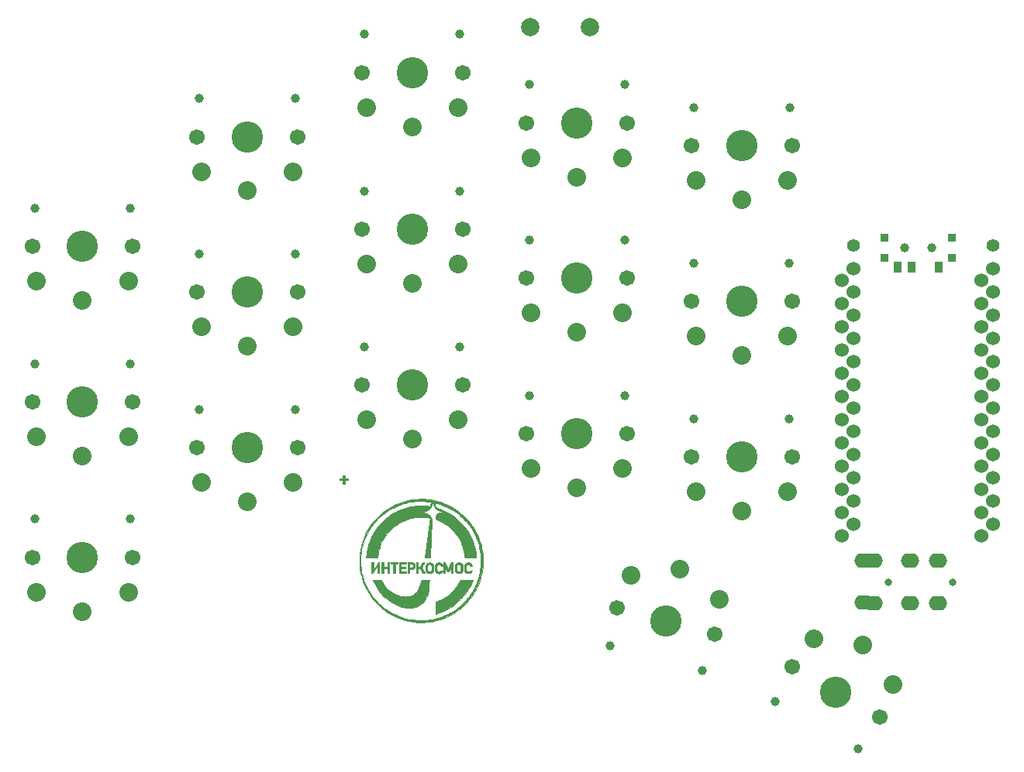
<source format=gbr>
%TF.GenerationSoftware,KiCad,Pcbnew,(6.0.4-0)*%
%TF.CreationDate,2022-12-22T20:07:12-07:00*%
%TF.ProjectId,half-swept,68616c66-2d73-4776-9570-742e6b696361,rev?*%
%TF.SameCoordinates,Original*%
%TF.FileFunction,Soldermask,Top*%
%TF.FilePolarity,Negative*%
%FSLAX46Y46*%
G04 Gerber Fmt 4.6, Leading zero omitted, Abs format (unit mm)*
G04 Created by KiCad (PCBNEW (6.0.4-0)) date 2022-12-22 20:07:12*
%MOMM*%
%LPD*%
G01*
G04 APERTURE LIST*
%ADD10C,0.002000*%
%ADD11C,1.397000*%
%ADD12C,0.800000*%
%ADD13O,2.000000X1.600000*%
%ADD14C,2.000000*%
%ADD15C,0.990600*%
%ADD16C,1.701800*%
%ADD17C,3.429000*%
%ADD18C,2.032000*%
%ADD19C,1.524000*%
%ADD20R,0.900000X0.900000*%
%ADD21R,0.900000X1.250000*%
%ADD22C,1.000000*%
G04 APERTURE END LIST*
D10*
G36*
X69183249Y-80624532D02*
G01*
X69202365Y-80624291D01*
X69221390Y-80624972D01*
X69240295Y-80626563D01*
X69259048Y-80629055D01*
X69277619Y-80632435D01*
X69295977Y-80636692D01*
X69314091Y-80641816D01*
X69331930Y-80647795D01*
X69349463Y-80654617D01*
X69366661Y-80662273D01*
X69383491Y-80670751D01*
X69399924Y-80680039D01*
X69415928Y-80690126D01*
X69431473Y-80701002D01*
X69446528Y-80712656D01*
X69461062Y-80725075D01*
X69474305Y-80737521D01*
X69486961Y-80750481D01*
X69499019Y-80763932D01*
X69510467Y-80777855D01*
X69521294Y-80792226D01*
X69531486Y-80807025D01*
X69541034Y-80822230D01*
X69549925Y-80837820D01*
X69558147Y-80853772D01*
X69565689Y-80870065D01*
X69572539Y-80886678D01*
X69578685Y-80903588D01*
X69584116Y-80920776D01*
X69588819Y-80938218D01*
X69592784Y-80955893D01*
X69595998Y-80973781D01*
X69408145Y-80973782D01*
X69405431Y-80964913D01*
X69402392Y-80956174D01*
X69399035Y-80947574D01*
X69395364Y-80939120D01*
X69391384Y-80930822D01*
X69387101Y-80922686D01*
X69382521Y-80914721D01*
X69377648Y-80906935D01*
X69372487Y-80899336D01*
X69367046Y-80891933D01*
X69361327Y-80884734D01*
X69355337Y-80877746D01*
X69349082Y-80870978D01*
X69342565Y-80864438D01*
X69335794Y-80858134D01*
X69328772Y-80852074D01*
X69320886Y-80846180D01*
X69312777Y-80840656D01*
X69304459Y-80835505D01*
X69295945Y-80830731D01*
X69287248Y-80826339D01*
X69278380Y-80822333D01*
X69269356Y-80818717D01*
X69260189Y-80815496D01*
X69250891Y-80812674D01*
X69241475Y-80810255D01*
X69231955Y-80808243D01*
X69222344Y-80806643D01*
X69212655Y-80805460D01*
X69202901Y-80804696D01*
X69193095Y-80804358D01*
X69183250Y-80804448D01*
X69176368Y-80804342D01*
X69169499Y-80804453D01*
X69162647Y-80804781D01*
X69155817Y-80805324D01*
X69149015Y-80806083D01*
X69142244Y-80807054D01*
X69135511Y-80808238D01*
X69128821Y-80809633D01*
X69122177Y-80811238D01*
X69115586Y-80813052D01*
X69109052Y-80815074D01*
X69102580Y-80817303D01*
X69096175Y-80819737D01*
X69089843Y-80822376D01*
X69083588Y-80825217D01*
X69077416Y-80828261D01*
X69071799Y-80830906D01*
X69066276Y-80833717D01*
X69060849Y-80836693D01*
X69055523Y-80839831D01*
X69050301Y-80843128D01*
X69045186Y-80846581D01*
X69040181Y-80850188D01*
X69035291Y-80853946D01*
X69030518Y-80857852D01*
X69025866Y-80861904D01*
X69021338Y-80866098D01*
X69016939Y-80870432D01*
X69012670Y-80874904D01*
X69008537Y-80879510D01*
X69004541Y-80884248D01*
X69000687Y-80889115D01*
X68996333Y-80894409D01*
X68992173Y-80899837D01*
X68988209Y-80905396D01*
X68984445Y-80911080D01*
X68980882Y-80916883D01*
X68977523Y-80922799D01*
X68974370Y-80928824D01*
X68971427Y-80934951D01*
X68968695Y-80941176D01*
X68966178Y-80947492D01*
X68963877Y-80953895D01*
X68961795Y-80960379D01*
X68959934Y-80966937D01*
X68958298Y-80973566D01*
X68956889Y-80980258D01*
X68955709Y-80987010D01*
X68953652Y-81016414D01*
X68952182Y-81045845D01*
X68951301Y-81075293D01*
X68951007Y-81104750D01*
X68951301Y-81134207D01*
X68952183Y-81163655D01*
X68953652Y-81193086D01*
X68955710Y-81222489D01*
X68955709Y-81368011D01*
X68954915Y-81379243D01*
X68954347Y-81390486D01*
X68954007Y-81401736D01*
X68953894Y-81412989D01*
X68954007Y-81424242D01*
X68954347Y-81435492D01*
X68954915Y-81446735D01*
X68955709Y-81457968D01*
X68956981Y-81464840D01*
X68958469Y-81471655D01*
X68960169Y-81478410D01*
X68962080Y-81485100D01*
X68964200Y-81491718D01*
X68966527Y-81498262D01*
X68969058Y-81504726D01*
X68971792Y-81511105D01*
X68974726Y-81517394D01*
X68977857Y-81523589D01*
X68981185Y-81529685D01*
X68984706Y-81535677D01*
X68988420Y-81541560D01*
X68992322Y-81547330D01*
X68996412Y-81552981D01*
X69000687Y-81558510D01*
X69004446Y-81563353D01*
X69008364Y-81568052D01*
X69012436Y-81572602D01*
X69016658Y-81577000D01*
X69021026Y-81581244D01*
X69025535Y-81585328D01*
X69030181Y-81589251D01*
X69034960Y-81593009D01*
X69039866Y-81596598D01*
X69044895Y-81600015D01*
X69050044Y-81603257D01*
X69055307Y-81606321D01*
X69060681Y-81609202D01*
X69066160Y-81611898D01*
X69071740Y-81614405D01*
X69077417Y-81616719D01*
X69083441Y-81620210D01*
X69089577Y-81623464D01*
X69095818Y-81626479D01*
X69102156Y-81629254D01*
X69108584Y-81631787D01*
X69115096Y-81634076D01*
X69121684Y-81636120D01*
X69128341Y-81637917D01*
X69135061Y-81639464D01*
X69141835Y-81640761D01*
X69148658Y-81641805D01*
X69155522Y-81642595D01*
X69162421Y-81643129D01*
X69169346Y-81643405D01*
X69176291Y-81643422D01*
X69183250Y-81643177D01*
X69202183Y-81642386D01*
X69220782Y-81640128D01*
X69238978Y-81636453D01*
X69256705Y-81631409D01*
X69273894Y-81625044D01*
X69290478Y-81617408D01*
X69306389Y-81608549D01*
X69321559Y-81598515D01*
X69335922Y-81587355D01*
X69349408Y-81575117D01*
X69361951Y-81561850D01*
X69373483Y-81547603D01*
X69383936Y-81532424D01*
X69393242Y-81516362D01*
X69401335Y-81499464D01*
X69408145Y-81481781D01*
X69596000Y-81481781D01*
X69592278Y-81500818D01*
X69587692Y-81519477D01*
X69582267Y-81537742D01*
X69576026Y-81555592D01*
X69568994Y-81573011D01*
X69561195Y-81589979D01*
X69552652Y-81606478D01*
X69543389Y-81622490D01*
X69533430Y-81637995D01*
X69522800Y-81652976D01*
X69511521Y-81667414D01*
X69499619Y-81681291D01*
X69487116Y-81694588D01*
X69474038Y-81707286D01*
X69460407Y-81719368D01*
X69446248Y-81730815D01*
X69431584Y-81741608D01*
X69416440Y-81751729D01*
X69400840Y-81761159D01*
X69384807Y-81769881D01*
X69368365Y-81777874D01*
X69351538Y-81785122D01*
X69334351Y-81791606D01*
X69316827Y-81797306D01*
X69298989Y-81802205D01*
X69280863Y-81806284D01*
X69262472Y-81809525D01*
X69243839Y-81811910D01*
X69224989Y-81813419D01*
X69205946Y-81814034D01*
X69186733Y-81813738D01*
X69167375Y-81812511D01*
X69151318Y-81812346D01*
X69135288Y-81811658D01*
X69119297Y-81810449D01*
X69103358Y-81808720D01*
X69087484Y-81806472D01*
X69071687Y-81803708D01*
X69055980Y-81800429D01*
X69040376Y-81796636D01*
X69026682Y-81792111D01*
X69013187Y-81787069D01*
X68999905Y-81781518D01*
X68986850Y-81775465D01*
X68974037Y-81768916D01*
X68961479Y-81761878D01*
X68949191Y-81754359D01*
X68937188Y-81746366D01*
X68926294Y-81739729D01*
X68915668Y-81732724D01*
X68905317Y-81725359D01*
X68895251Y-81717643D01*
X68885477Y-81709585D01*
X68876003Y-81701193D01*
X68866838Y-81692476D01*
X68857990Y-81683443D01*
X68849467Y-81674103D01*
X68841277Y-81664464D01*
X68833430Y-81654534D01*
X68825932Y-81644324D01*
X68818793Y-81633841D01*
X68812019Y-81623093D01*
X68805621Y-81612091D01*
X68799606Y-81600843D01*
X68775792Y-81550573D01*
X68776023Y-81546939D01*
X68776188Y-81543301D01*
X68776286Y-81539662D01*
X68776319Y-81536021D01*
X68776286Y-81532381D01*
X68776188Y-81528742D01*
X68776023Y-81525104D01*
X68775792Y-81521469D01*
X68775792Y-81487073D01*
X68773745Y-81454027D01*
X68772283Y-81420958D01*
X68771406Y-81387873D01*
X68771114Y-81354781D01*
X68771406Y-81321689D01*
X68772283Y-81288604D01*
X68773744Y-81255535D01*
X68775791Y-81222489D01*
X68775792Y-81050511D01*
X68774996Y-81037623D01*
X68774428Y-81024725D01*
X68774087Y-81011822D01*
X68773973Y-80998916D01*
X68774087Y-80986010D01*
X68774428Y-80973107D01*
X68774996Y-80960211D01*
X68775792Y-80947323D01*
X68776904Y-80939958D01*
X68778205Y-80932632D01*
X68779692Y-80925350D01*
X68781366Y-80918115D01*
X68783224Y-80910929D01*
X68785265Y-80903797D01*
X68787488Y-80896723D01*
X68789891Y-80889709D01*
X68792475Y-80882759D01*
X68795236Y-80875877D01*
X68798175Y-80869066D01*
X68801289Y-80862329D01*
X68804578Y-80855671D01*
X68808040Y-80849094D01*
X68811675Y-80842602D01*
X68815480Y-80836198D01*
X68821634Y-80825052D01*
X68828150Y-80814144D01*
X68835018Y-80803479D01*
X68842232Y-80793068D01*
X68849785Y-80782916D01*
X68857668Y-80773033D01*
X68865874Y-80763426D01*
X68874397Y-80754103D01*
X68883228Y-80745071D01*
X68892361Y-80736339D01*
X68901787Y-80727915D01*
X68911499Y-80719806D01*
X68921490Y-80712020D01*
X68931753Y-80704564D01*
X68942280Y-80697448D01*
X68953063Y-80690679D01*
X68965893Y-80682283D01*
X68979013Y-80674432D01*
X68992404Y-80667131D01*
X69006049Y-80660385D01*
X69019931Y-80654198D01*
X69034033Y-80648576D01*
X69048336Y-80643524D01*
X69062823Y-80639047D01*
X69077477Y-80635150D01*
X69092280Y-80631838D01*
X69107215Y-80629116D01*
X69122264Y-80626989D01*
X69137409Y-80625462D01*
X69152634Y-80624540D01*
X69167919Y-80624228D01*
X69183249Y-80624532D01*
G37*
X69183249Y-80624532D02*
X69202365Y-80624291D01*
X69221390Y-80624972D01*
X69240295Y-80626563D01*
X69259048Y-80629055D01*
X69277619Y-80632435D01*
X69295977Y-80636692D01*
X69314091Y-80641816D01*
X69331930Y-80647795D01*
X69349463Y-80654617D01*
X69366661Y-80662273D01*
X69383491Y-80670751D01*
X69399924Y-80680039D01*
X69415928Y-80690126D01*
X69431473Y-80701002D01*
X69446528Y-80712656D01*
X69461062Y-80725075D01*
X69474305Y-80737521D01*
X69486961Y-80750481D01*
X69499019Y-80763932D01*
X69510467Y-80777855D01*
X69521294Y-80792226D01*
X69531486Y-80807025D01*
X69541034Y-80822230D01*
X69549925Y-80837820D01*
X69558147Y-80853772D01*
X69565689Y-80870065D01*
X69572539Y-80886678D01*
X69578685Y-80903588D01*
X69584116Y-80920776D01*
X69588819Y-80938218D01*
X69592784Y-80955893D01*
X69595998Y-80973781D01*
X69408145Y-80973782D01*
X69405431Y-80964913D01*
X69402392Y-80956174D01*
X69399035Y-80947574D01*
X69395364Y-80939120D01*
X69391384Y-80930822D01*
X69387101Y-80922686D01*
X69382521Y-80914721D01*
X69377648Y-80906935D01*
X69372487Y-80899336D01*
X69367046Y-80891933D01*
X69361327Y-80884734D01*
X69355337Y-80877746D01*
X69349082Y-80870978D01*
X69342565Y-80864438D01*
X69335794Y-80858134D01*
X69328772Y-80852074D01*
X69320886Y-80846180D01*
X69312777Y-80840656D01*
X69304459Y-80835505D01*
X69295945Y-80830731D01*
X69287248Y-80826339D01*
X69278380Y-80822333D01*
X69269356Y-80818717D01*
X69260189Y-80815496D01*
X69250891Y-80812674D01*
X69241475Y-80810255D01*
X69231955Y-80808243D01*
X69222344Y-80806643D01*
X69212655Y-80805460D01*
X69202901Y-80804696D01*
X69193095Y-80804358D01*
X69183250Y-80804448D01*
X69176368Y-80804342D01*
X69169499Y-80804453D01*
X69162647Y-80804781D01*
X69155817Y-80805324D01*
X69149015Y-80806083D01*
X69142244Y-80807054D01*
X69135511Y-80808238D01*
X69128821Y-80809633D01*
X69122177Y-80811238D01*
X69115586Y-80813052D01*
X69109052Y-80815074D01*
X69102580Y-80817303D01*
X69096175Y-80819737D01*
X69089843Y-80822376D01*
X69083588Y-80825217D01*
X69077416Y-80828261D01*
X69071799Y-80830906D01*
X69066276Y-80833717D01*
X69060849Y-80836693D01*
X69055523Y-80839831D01*
X69050301Y-80843128D01*
X69045186Y-80846581D01*
X69040181Y-80850188D01*
X69035291Y-80853946D01*
X69030518Y-80857852D01*
X69025866Y-80861904D01*
X69021338Y-80866098D01*
X69016939Y-80870432D01*
X69012670Y-80874904D01*
X69008537Y-80879510D01*
X69004541Y-80884248D01*
X69000687Y-80889115D01*
X68996333Y-80894409D01*
X68992173Y-80899837D01*
X68988209Y-80905396D01*
X68984445Y-80911080D01*
X68980882Y-80916883D01*
X68977523Y-80922799D01*
X68974370Y-80928824D01*
X68971427Y-80934951D01*
X68968695Y-80941176D01*
X68966178Y-80947492D01*
X68963877Y-80953895D01*
X68961795Y-80960379D01*
X68959934Y-80966937D01*
X68958298Y-80973566D01*
X68956889Y-80980258D01*
X68955709Y-80987010D01*
X68953652Y-81016414D01*
X68952182Y-81045845D01*
X68951301Y-81075293D01*
X68951007Y-81104750D01*
X68951301Y-81134207D01*
X68952183Y-81163655D01*
X68953652Y-81193086D01*
X68955710Y-81222489D01*
X68955709Y-81368011D01*
X68954915Y-81379243D01*
X68954347Y-81390486D01*
X68954007Y-81401736D01*
X68953894Y-81412989D01*
X68954007Y-81424242D01*
X68954347Y-81435492D01*
X68954915Y-81446735D01*
X68955709Y-81457968D01*
X68956981Y-81464840D01*
X68958469Y-81471655D01*
X68960169Y-81478410D01*
X68962080Y-81485100D01*
X68964200Y-81491718D01*
X68966527Y-81498262D01*
X68969058Y-81504726D01*
X68971792Y-81511105D01*
X68974726Y-81517394D01*
X68977857Y-81523589D01*
X68981185Y-81529685D01*
X68984706Y-81535677D01*
X68988420Y-81541560D01*
X68992322Y-81547330D01*
X68996412Y-81552981D01*
X69000687Y-81558510D01*
X69004446Y-81563353D01*
X69008364Y-81568052D01*
X69012436Y-81572602D01*
X69016658Y-81577000D01*
X69021026Y-81581244D01*
X69025535Y-81585328D01*
X69030181Y-81589251D01*
X69034960Y-81593009D01*
X69039866Y-81596598D01*
X69044895Y-81600015D01*
X69050044Y-81603257D01*
X69055307Y-81606321D01*
X69060681Y-81609202D01*
X69066160Y-81611898D01*
X69071740Y-81614405D01*
X69077417Y-81616719D01*
X69083441Y-81620210D01*
X69089577Y-81623464D01*
X69095818Y-81626479D01*
X69102156Y-81629254D01*
X69108584Y-81631787D01*
X69115096Y-81634076D01*
X69121684Y-81636120D01*
X69128341Y-81637917D01*
X69135061Y-81639464D01*
X69141835Y-81640761D01*
X69148658Y-81641805D01*
X69155522Y-81642595D01*
X69162421Y-81643129D01*
X69169346Y-81643405D01*
X69176291Y-81643422D01*
X69183250Y-81643177D01*
X69202183Y-81642386D01*
X69220782Y-81640128D01*
X69238978Y-81636453D01*
X69256705Y-81631409D01*
X69273894Y-81625044D01*
X69290478Y-81617408D01*
X69306389Y-81608549D01*
X69321559Y-81598515D01*
X69335922Y-81587355D01*
X69349408Y-81575117D01*
X69361951Y-81561850D01*
X69373483Y-81547603D01*
X69383936Y-81532424D01*
X69393242Y-81516362D01*
X69401335Y-81499464D01*
X69408145Y-81481781D01*
X69596000Y-81481781D01*
X69592278Y-81500818D01*
X69587692Y-81519477D01*
X69582267Y-81537742D01*
X69576026Y-81555592D01*
X69568994Y-81573011D01*
X69561195Y-81589979D01*
X69552652Y-81606478D01*
X69543389Y-81622490D01*
X69533430Y-81637995D01*
X69522800Y-81652976D01*
X69511521Y-81667414D01*
X69499619Y-81681291D01*
X69487116Y-81694588D01*
X69474038Y-81707286D01*
X69460407Y-81719368D01*
X69446248Y-81730815D01*
X69431584Y-81741608D01*
X69416440Y-81751729D01*
X69400840Y-81761159D01*
X69384807Y-81769881D01*
X69368365Y-81777874D01*
X69351538Y-81785122D01*
X69334351Y-81791606D01*
X69316827Y-81797306D01*
X69298989Y-81802205D01*
X69280863Y-81806284D01*
X69262472Y-81809525D01*
X69243839Y-81811910D01*
X69224989Y-81813419D01*
X69205946Y-81814034D01*
X69186733Y-81813738D01*
X69167375Y-81812511D01*
X69151318Y-81812346D01*
X69135288Y-81811658D01*
X69119297Y-81810449D01*
X69103358Y-81808720D01*
X69087484Y-81806472D01*
X69071687Y-81803708D01*
X69055980Y-81800429D01*
X69040376Y-81796636D01*
X69026682Y-81792111D01*
X69013187Y-81787069D01*
X68999905Y-81781518D01*
X68986850Y-81775465D01*
X68974037Y-81768916D01*
X68961479Y-81761878D01*
X68949191Y-81754359D01*
X68937188Y-81746366D01*
X68926294Y-81739729D01*
X68915668Y-81732724D01*
X68905317Y-81725359D01*
X68895251Y-81717643D01*
X68885477Y-81709585D01*
X68876003Y-81701193D01*
X68866838Y-81692476D01*
X68857990Y-81683443D01*
X68849467Y-81674103D01*
X68841277Y-81664464D01*
X68833430Y-81654534D01*
X68825932Y-81644324D01*
X68818793Y-81633841D01*
X68812019Y-81623093D01*
X68805621Y-81612091D01*
X68799606Y-81600843D01*
X68775792Y-81550573D01*
X68776023Y-81546939D01*
X68776188Y-81543301D01*
X68776286Y-81539662D01*
X68776319Y-81536021D01*
X68776286Y-81532381D01*
X68776188Y-81528742D01*
X68776023Y-81525104D01*
X68775792Y-81521469D01*
X68775792Y-81487073D01*
X68773745Y-81454027D01*
X68772283Y-81420958D01*
X68771406Y-81387873D01*
X68771114Y-81354781D01*
X68771406Y-81321689D01*
X68772283Y-81288604D01*
X68773744Y-81255535D01*
X68775791Y-81222489D01*
X68775792Y-81050511D01*
X68774996Y-81037623D01*
X68774428Y-81024725D01*
X68774087Y-81011822D01*
X68773973Y-80998916D01*
X68774087Y-80986010D01*
X68774428Y-80973107D01*
X68774996Y-80960211D01*
X68775792Y-80947323D01*
X68776904Y-80939958D01*
X68778205Y-80932632D01*
X68779692Y-80925350D01*
X68781366Y-80918115D01*
X68783224Y-80910929D01*
X68785265Y-80903797D01*
X68787488Y-80896723D01*
X68789891Y-80889709D01*
X68792475Y-80882759D01*
X68795236Y-80875877D01*
X68798175Y-80869066D01*
X68801289Y-80862329D01*
X68804578Y-80855671D01*
X68808040Y-80849094D01*
X68811675Y-80842602D01*
X68815480Y-80836198D01*
X68821634Y-80825052D01*
X68828150Y-80814144D01*
X68835018Y-80803479D01*
X68842232Y-80793068D01*
X68849785Y-80782916D01*
X68857668Y-80773033D01*
X68865874Y-80763426D01*
X68874397Y-80754103D01*
X68883228Y-80745071D01*
X68892361Y-80736339D01*
X68901787Y-80727915D01*
X68911499Y-80719806D01*
X68921490Y-80712020D01*
X68931753Y-80704564D01*
X68942280Y-80697448D01*
X68953063Y-80690679D01*
X68965893Y-80682283D01*
X68979013Y-80674432D01*
X68992404Y-80667131D01*
X69006049Y-80660385D01*
X69019931Y-80654198D01*
X69034033Y-80648576D01*
X69048336Y-80643524D01*
X69062823Y-80639047D01*
X69077477Y-80635150D01*
X69092280Y-80631838D01*
X69107215Y-80629116D01*
X69122264Y-80626989D01*
X69137409Y-80625462D01*
X69152634Y-80624540D01*
X69167919Y-80624228D01*
X69183249Y-80624532D01*
G36*
X58832750Y-81479136D02*
G01*
X59340750Y-80627177D01*
X59504792Y-80627177D01*
X59504792Y-81804573D01*
X59327521Y-81804573D01*
X59327521Y-80949969D01*
X58814229Y-81804573D01*
X58652834Y-81804573D01*
X58652833Y-80627177D01*
X58832750Y-80627177D01*
X58832750Y-81479136D01*
G37*
X58832750Y-81479136D02*
X59340750Y-80627177D01*
X59504792Y-80627177D01*
X59504792Y-81804573D01*
X59327521Y-81804573D01*
X59327521Y-80949969D01*
X58814229Y-81804573D01*
X58652834Y-81804573D01*
X58652833Y-80627177D01*
X58832750Y-80627177D01*
X58832750Y-81479136D01*
G36*
X55753000Y-71419678D02*
G01*
X56099604Y-71419678D01*
X56099604Y-71652511D01*
X55753000Y-71652511D01*
X55753000Y-72001761D01*
X55520167Y-72001761D01*
X55520167Y-71652511D01*
X55170917Y-71652511D01*
X55170917Y-71419678D01*
X55520167Y-71419678D01*
X55520167Y-71070428D01*
X55753000Y-71070428D01*
X55753000Y-71419678D01*
G37*
X55753000Y-71419678D02*
X56099604Y-71419678D01*
X56099604Y-71652511D01*
X55753000Y-71652511D01*
X55753000Y-72001761D01*
X55520167Y-72001761D01*
X55520167Y-71652511D01*
X55170917Y-71652511D01*
X55170917Y-71419678D01*
X55520167Y-71419678D01*
X55520167Y-71070428D01*
X55753000Y-71070428D01*
X55753000Y-71419678D01*
G36*
X57349534Y-79782392D02*
G01*
X57414780Y-79290471D01*
X57516861Y-78801530D01*
X57656173Y-78317552D01*
X57833110Y-77840520D01*
X58045309Y-77378094D01*
X58289025Y-76937362D01*
X58562576Y-76519446D01*
X58864281Y-76125469D01*
X59192459Y-75756556D01*
X59545429Y-75413830D01*
X59921510Y-75098412D01*
X60319022Y-74811428D01*
X60736281Y-74554000D01*
X61171609Y-74327251D01*
X61623323Y-74132305D01*
X62089743Y-73970284D01*
X62569187Y-73842313D01*
X63059974Y-73749515D01*
X63560424Y-73693012D01*
X64068855Y-73673928D01*
X64068930Y-73673928D01*
X64416145Y-73682975D01*
X64758798Y-73709277D01*
X65096466Y-73752413D01*
X65428725Y-73811957D01*
X65755154Y-73887488D01*
X66075328Y-73978583D01*
X66388825Y-74084817D01*
X66695222Y-74205769D01*
X66994094Y-74341014D01*
X67285019Y-74490129D01*
X67567575Y-74652693D01*
X67841337Y-74828280D01*
X68105883Y-75016468D01*
X68360790Y-75216835D01*
X68605633Y-75428956D01*
X68839992Y-75652408D01*
X69063441Y-75886770D01*
X69275558Y-76131616D01*
X69475920Y-76386524D01*
X69664103Y-76651072D01*
X69839686Y-76924835D01*
X70002243Y-77207391D01*
X70151353Y-77498316D01*
X70286592Y-77797187D01*
X70407537Y-78103582D01*
X70513764Y-78417076D01*
X70604852Y-78737248D01*
X70680376Y-79063673D01*
X70739913Y-79395928D01*
X70783041Y-79733590D01*
X70809335Y-80076237D01*
X70818374Y-80423445D01*
X70813580Y-80678553D01*
X70799291Y-80931876D01*
X70775646Y-81183203D01*
X70742788Y-81432326D01*
X70700856Y-81679032D01*
X70649990Y-81923113D01*
X70590331Y-82164358D01*
X70522019Y-82402557D01*
X70445195Y-82637500D01*
X70359999Y-82868977D01*
X70266571Y-83096778D01*
X70165053Y-83320691D01*
X70055583Y-83540509D01*
X69938304Y-83756019D01*
X69813355Y-83967013D01*
X69680876Y-84173279D01*
X69541008Y-84374608D01*
X69393892Y-84570790D01*
X69239667Y-84761615D01*
X69078474Y-84946872D01*
X68910455Y-85126351D01*
X68735748Y-85299842D01*
X68554494Y-85467136D01*
X68366835Y-85628021D01*
X68172909Y-85782288D01*
X67972859Y-85929726D01*
X67766823Y-86070126D01*
X67554943Y-86203277D01*
X67337358Y-86328969D01*
X67114210Y-86446993D01*
X66885639Y-86557137D01*
X66651784Y-86659192D01*
X66174752Y-86836129D01*
X65690775Y-86975441D01*
X65201834Y-87077522D01*
X64709913Y-87142768D01*
X64216995Y-87171572D01*
X63725063Y-87164329D01*
X63236100Y-87121433D01*
X62752089Y-87043279D01*
X62275013Y-86930261D01*
X61806855Y-86782774D01*
X61349597Y-86601211D01*
X60905223Y-86385969D01*
X60475716Y-86137440D01*
X60063058Y-85856019D01*
X59669233Y-85542102D01*
X59296224Y-85196081D01*
X58950203Y-84823072D01*
X58636285Y-84429247D01*
X58354864Y-84016590D01*
X58106335Y-83587082D01*
X57891092Y-83142708D01*
X57709530Y-82685451D01*
X57562042Y-82217292D01*
X57449024Y-81740216D01*
X57370870Y-81256205D01*
X57327974Y-80767242D01*
X57322931Y-80424773D01*
X57434237Y-80424773D01*
X57448195Y-80850887D01*
X57490068Y-81275580D01*
X57559856Y-81697430D01*
X57657559Y-82115016D01*
X57783178Y-82526917D01*
X57936711Y-82931711D01*
X58118160Y-83327976D01*
X58327524Y-83714293D01*
X58562416Y-84085641D01*
X58819622Y-84437486D01*
X59097902Y-84769135D01*
X59396014Y-85079894D01*
X59712720Y-85369068D01*
X60046777Y-85635964D01*
X60396947Y-85879887D01*
X60761988Y-86100143D01*
X61140661Y-86296039D01*
X61531725Y-86466880D01*
X61933939Y-86611972D01*
X62346063Y-86730621D01*
X62766857Y-86822133D01*
X63195081Y-86885814D01*
X63629493Y-86920970D01*
X64068855Y-86926907D01*
X64074147Y-86937490D01*
X64383610Y-86930510D01*
X64689619Y-86909197D01*
X64991827Y-86873859D01*
X65289888Y-86824810D01*
X65583453Y-86762358D01*
X65872176Y-86686815D01*
X66155711Y-86598492D01*
X66433708Y-86497699D01*
X66705823Y-86384748D01*
X66971706Y-86259949D01*
X67231012Y-86123613D01*
X67483394Y-85976051D01*
X67728503Y-85817574D01*
X67965993Y-85648492D01*
X68195517Y-85469116D01*
X68416727Y-85279757D01*
X68629277Y-85080726D01*
X68832820Y-84872334D01*
X69027008Y-84654891D01*
X69211494Y-84428709D01*
X69385931Y-84194097D01*
X69549973Y-83951368D01*
X69703271Y-83700831D01*
X69845478Y-83442798D01*
X69976249Y-83177579D01*
X70095235Y-82905486D01*
X70202089Y-82626828D01*
X70296464Y-82341917D01*
X70378014Y-82051064D01*
X70446391Y-81754579D01*
X70501247Y-81452774D01*
X70542237Y-81145958D01*
X70568774Y-80837556D01*
X70580688Y-80531037D01*
X70578250Y-80226780D01*
X70561730Y-79925162D01*
X70531401Y-79626564D01*
X70487534Y-79331363D01*
X70430401Y-79039938D01*
X70360272Y-78752668D01*
X70277420Y-78469932D01*
X70182115Y-78192109D01*
X70074630Y-77919576D01*
X69955235Y-77652713D01*
X69824202Y-77391899D01*
X69681803Y-77137512D01*
X69528308Y-76889931D01*
X69363990Y-76649535D01*
X69189120Y-76416702D01*
X69003968Y-76191810D01*
X68808808Y-75975240D01*
X68603909Y-75767369D01*
X68389545Y-75568576D01*
X68165985Y-75379240D01*
X67933501Y-75199740D01*
X67692365Y-75030454D01*
X67442849Y-74871761D01*
X67185223Y-74724039D01*
X66919760Y-74587668D01*
X66646730Y-74463026D01*
X66366405Y-74350492D01*
X66079056Y-74250445D01*
X65784956Y-74163262D01*
X65484374Y-74089324D01*
X65488222Y-74094488D01*
X65491917Y-74099752D01*
X65495457Y-74105112D01*
X65498842Y-74110564D01*
X65502069Y-74116106D01*
X65505136Y-74121732D01*
X65508043Y-74127441D01*
X65510788Y-74133227D01*
X65513368Y-74139089D01*
X65515783Y-74145023D01*
X65518031Y-74151024D01*
X65520110Y-74157090D01*
X65522019Y-74163216D01*
X65523756Y-74169401D01*
X65525320Y-74175639D01*
X65526708Y-74181928D01*
X65530622Y-74213843D01*
X65535807Y-74245482D01*
X65542249Y-74276810D01*
X65549932Y-74307791D01*
X65558839Y-74338390D01*
X65568955Y-74368571D01*
X65580263Y-74398300D01*
X65592749Y-74427541D01*
X65606395Y-74456258D01*
X65621186Y-74484417D01*
X65637106Y-74511981D01*
X65654139Y-74538916D01*
X65672269Y-74565187D01*
X65691480Y-74590757D01*
X65711756Y-74615592D01*
X65733082Y-74639657D01*
X65733085Y-74639657D01*
X66182826Y-74789125D01*
X66614743Y-74971147D01*
X67027564Y-75184141D01*
X67420016Y-75426521D01*
X67790828Y-75696703D01*
X68138726Y-75993101D01*
X68462438Y-76314132D01*
X68760692Y-76658210D01*
X69032216Y-77023752D01*
X69275736Y-77409171D01*
X69489981Y-77812884D01*
X69673679Y-78233305D01*
X69825556Y-78668851D01*
X69944341Y-79117936D01*
X70028761Y-79578976D01*
X70077544Y-80050387D01*
X70077524Y-80051174D01*
X70077466Y-80051956D01*
X70077370Y-80052731D01*
X70077236Y-80053498D01*
X70077065Y-80054256D01*
X70076857Y-80055004D01*
X70076614Y-80055739D01*
X70076335Y-80056462D01*
X70076021Y-80057170D01*
X70075673Y-80057862D01*
X70075291Y-80058537D01*
X70074876Y-80059194D01*
X70074428Y-80059831D01*
X70073948Y-80060448D01*
X70073436Y-80061042D01*
X70072894Y-80061612D01*
X70072323Y-80062155D01*
X70071729Y-80062667D01*
X70071113Y-80063147D01*
X70070476Y-80063595D01*
X70069819Y-80064010D01*
X70069143Y-80064392D01*
X70068451Y-80064740D01*
X70067743Y-80065053D01*
X70067020Y-80065332D01*
X70066285Y-80065575D01*
X70065537Y-80065782D01*
X70064779Y-80065953D01*
X70064012Y-80066087D01*
X70063236Y-80066183D01*
X70062454Y-80066241D01*
X70061667Y-80066260D01*
X68847229Y-80066260D01*
X68846296Y-80066759D01*
X68845338Y-80067191D01*
X68844361Y-80067557D01*
X68843367Y-80067856D01*
X68842360Y-80068088D01*
X68841343Y-80068255D01*
X68840319Y-80068354D01*
X68839292Y-80068388D01*
X68838265Y-80068354D01*
X68837241Y-80068255D01*
X68836223Y-80068088D01*
X68835216Y-80067856D01*
X68834222Y-80067557D01*
X68833245Y-80067191D01*
X68832288Y-80066759D01*
X68831354Y-80066260D01*
X68815932Y-79889038D01*
X68794096Y-79713459D01*
X68765947Y-79539661D01*
X68731588Y-79367779D01*
X68691123Y-79197949D01*
X68644655Y-79030308D01*
X68592287Y-78864992D01*
X68534121Y-78702137D01*
X68470261Y-78541878D01*
X68400811Y-78384353D01*
X68325872Y-78229697D01*
X68245548Y-78078047D01*
X68159943Y-77929538D01*
X68069158Y-77784307D01*
X67973298Y-77642490D01*
X67872465Y-77504223D01*
X67766762Y-77369642D01*
X67656293Y-77238883D01*
X67541160Y-77112083D01*
X67421467Y-76989377D01*
X67297316Y-76870902D01*
X67168811Y-76756794D01*
X67036054Y-76647189D01*
X66899149Y-76542223D01*
X66758199Y-76442033D01*
X66613306Y-76346754D01*
X66464575Y-76256522D01*
X66312107Y-76171474D01*
X66156006Y-76091746D01*
X65996376Y-76017475D01*
X65833318Y-75948795D01*
X65666936Y-75885843D01*
X65666650Y-75885040D01*
X65666402Y-75884227D01*
X65666192Y-75883406D01*
X65666020Y-75882579D01*
X65665887Y-75881746D01*
X65665791Y-75880909D01*
X65665734Y-75880070D01*
X65665715Y-75879229D01*
X65665734Y-75878388D01*
X65665791Y-75877549D01*
X65665887Y-75876712D01*
X65666020Y-75875880D01*
X65666192Y-75875052D01*
X65666402Y-75874231D01*
X65666650Y-75873418D01*
X65666936Y-75872614D01*
X65666936Y-75772073D01*
X65663911Y-75748405D01*
X65661959Y-75724817D01*
X65661064Y-75701337D01*
X65661209Y-75677993D01*
X65662377Y-75654812D01*
X65664551Y-75631824D01*
X65667715Y-75609054D01*
X65671851Y-75586533D01*
X65676942Y-75564286D01*
X65682972Y-75542342D01*
X65689924Y-75520729D01*
X65697780Y-75499475D01*
X65706524Y-75478608D01*
X65716138Y-75458155D01*
X65726607Y-75438145D01*
X65737913Y-75418604D01*
X65750039Y-75399562D01*
X65762968Y-75381045D01*
X65776683Y-75363083D01*
X65791167Y-75345702D01*
X65806404Y-75328930D01*
X65822377Y-75312796D01*
X65839068Y-75297327D01*
X65856461Y-75282551D01*
X65874538Y-75268496D01*
X65893284Y-75255190D01*
X65912680Y-75242660D01*
X65932710Y-75230935D01*
X65953357Y-75220042D01*
X65974605Y-75210009D01*
X65996436Y-75200864D01*
X66018833Y-75192636D01*
X66069104Y-75179406D01*
X66201395Y-75179406D01*
X66206430Y-75179275D01*
X66211399Y-75178894D01*
X66216295Y-75178268D01*
X66221113Y-75177404D01*
X66225846Y-75176309D01*
X66230489Y-75174987D01*
X66235034Y-75173446D01*
X66239477Y-75171692D01*
X66243810Y-75169730D01*
X66248028Y-75167567D01*
X66252124Y-75165208D01*
X66256093Y-75162661D01*
X66259928Y-75159931D01*
X66263623Y-75157025D01*
X66267172Y-75153948D01*
X66270569Y-75150707D01*
X66273808Y-75147307D01*
X66276882Y-75143756D01*
X66279785Y-75140058D01*
X66282512Y-75136221D01*
X66285056Y-75132250D01*
X66287411Y-75128152D01*
X66289571Y-75123933D01*
X66291530Y-75119598D01*
X66293281Y-75115154D01*
X66294818Y-75110607D01*
X66296136Y-75105964D01*
X66297228Y-75101230D01*
X66298088Y-75096411D01*
X66298710Y-75091515D01*
X66299088Y-75086546D01*
X66299215Y-75081511D01*
X66299088Y-75076476D01*
X66298710Y-75071507D01*
X66298088Y-75066610D01*
X66297228Y-75061791D01*
X66296136Y-75057057D01*
X66294818Y-75052414D01*
X66293281Y-75047867D01*
X66291530Y-75043423D01*
X66289571Y-75039089D01*
X66287411Y-75034869D01*
X66285056Y-75030771D01*
X66282512Y-75026800D01*
X66279785Y-75022963D01*
X66276882Y-75019265D01*
X66273808Y-75015714D01*
X66270569Y-75012314D01*
X66267172Y-75009073D01*
X66263623Y-75005996D01*
X66259928Y-75003090D01*
X66256093Y-75000360D01*
X66252124Y-74997813D01*
X66248028Y-74995455D01*
X66243810Y-74993292D01*
X66239477Y-74991330D01*
X66235034Y-74989575D01*
X66230489Y-74988034D01*
X66225846Y-74986713D01*
X66221113Y-74985617D01*
X66216295Y-74984753D01*
X66211399Y-74984127D01*
X66206430Y-74983746D01*
X66201395Y-74983615D01*
X66177964Y-74980943D01*
X66154645Y-74977639D01*
X66131450Y-74973705D01*
X66108392Y-74969147D01*
X66085483Y-74963969D01*
X66062735Y-74958173D01*
X66040161Y-74951765D01*
X66017773Y-74944749D01*
X65995584Y-74937128D01*
X65973605Y-74928907D01*
X65951850Y-74920089D01*
X65930330Y-74910679D01*
X65909058Y-74900681D01*
X65888046Y-74890099D01*
X65867308Y-74878937D01*
X65846854Y-74867198D01*
X65801875Y-74838094D01*
X65759542Y-74808990D01*
X65725146Y-74779886D01*
X65680167Y-74740199D01*
X65679090Y-74738650D01*
X65677977Y-74737128D01*
X65676830Y-74735635D01*
X65675648Y-74734170D01*
X65674433Y-74732734D01*
X65673184Y-74731328D01*
X65671903Y-74729953D01*
X65670590Y-74728608D01*
X65669245Y-74727295D01*
X65667870Y-74726014D01*
X65666464Y-74724766D01*
X65665028Y-74723550D01*
X65663564Y-74722369D01*
X65662070Y-74721221D01*
X65660549Y-74720109D01*
X65659000Y-74719032D01*
X65611374Y-74663469D01*
X65591289Y-74637760D01*
X65572213Y-74611390D01*
X65554161Y-74584389D01*
X65537144Y-74556788D01*
X65521175Y-74528617D01*
X65506266Y-74499907D01*
X65492430Y-74470688D01*
X65479678Y-74440991D01*
X65468025Y-74410846D01*
X65457482Y-74380285D01*
X65448061Y-74349337D01*
X65439775Y-74318032D01*
X65432636Y-74286402D01*
X65426657Y-74254478D01*
X65421850Y-74222288D01*
X65418229Y-74189865D01*
X65417312Y-74185613D01*
X65416218Y-74181438D01*
X65414952Y-74177344D01*
X65413517Y-74173335D01*
X65411917Y-74169414D01*
X65410159Y-74165585D01*
X65408245Y-74161852D01*
X65406180Y-74158219D01*
X65403969Y-74154688D01*
X65401617Y-74151265D01*
X65399127Y-74147952D01*
X65396504Y-74144753D01*
X65393752Y-74141673D01*
X65390877Y-74138714D01*
X65387882Y-74135881D01*
X65384772Y-74133176D01*
X65381551Y-74130605D01*
X65378224Y-74128170D01*
X65374795Y-74125875D01*
X65371269Y-74123724D01*
X65367649Y-74121721D01*
X65363942Y-74119869D01*
X65360150Y-74118173D01*
X65356279Y-74116635D01*
X65352333Y-74115259D01*
X65348316Y-74114050D01*
X65344233Y-74113010D01*
X65340088Y-74112144D01*
X65335885Y-74111455D01*
X65331630Y-74110948D01*
X65327326Y-74110625D01*
X65322978Y-74110490D01*
X65318571Y-74110603D01*
X65314206Y-74110905D01*
X65309888Y-74111392D01*
X65305622Y-74112060D01*
X65301411Y-74112907D01*
X65297260Y-74113928D01*
X65293175Y-74115119D01*
X65289158Y-74116478D01*
X65285215Y-74118001D01*
X65281350Y-74119683D01*
X65277568Y-74121522D01*
X65273873Y-74123513D01*
X65270269Y-74125654D01*
X65266761Y-74127940D01*
X65263353Y-74130368D01*
X65260050Y-74132935D01*
X65256857Y-74135636D01*
X65253777Y-74138468D01*
X65250815Y-74141428D01*
X65247975Y-74144511D01*
X65245263Y-74147715D01*
X65242682Y-74151036D01*
X65240237Y-74154470D01*
X65237933Y-74158013D01*
X65235773Y-74161662D01*
X65233762Y-74165413D01*
X65231906Y-74169263D01*
X65230207Y-74173208D01*
X65228671Y-74177244D01*
X65227302Y-74181368D01*
X65226104Y-74185576D01*
X65225083Y-74189865D01*
X65222956Y-74218491D01*
X65219888Y-74246975D01*
X65215885Y-74275296D01*
X65210956Y-74303430D01*
X65205107Y-74331357D01*
X65198347Y-74359054D01*
X65190682Y-74386498D01*
X65182119Y-74413669D01*
X65172667Y-74440542D01*
X65162333Y-74467097D01*
X65151123Y-74493311D01*
X65139046Y-74519161D01*
X65126109Y-74544627D01*
X65112318Y-74569685D01*
X65097683Y-74594313D01*
X65082209Y-74618490D01*
X65074970Y-74629267D01*
X65067527Y-74639900D01*
X65059882Y-74650386D01*
X65052037Y-74660723D01*
X65043996Y-74670906D01*
X65035759Y-74680934D01*
X65027329Y-74690803D01*
X65018709Y-74700511D01*
X64994896Y-74726970D01*
X64989063Y-74734000D01*
X64983097Y-74740915D01*
X64977001Y-74747713D01*
X64970776Y-74754392D01*
X64964424Y-74760951D01*
X64957947Y-74767388D01*
X64951347Y-74773700D01*
X64944625Y-74779886D01*
X64910229Y-74808990D01*
X64859959Y-74848678D01*
X64817625Y-74875136D01*
X64783229Y-74898949D01*
X64762070Y-74910619D01*
X64740631Y-74921700D01*
X64718924Y-74932187D01*
X64696963Y-74942076D01*
X64674759Y-74951364D01*
X64652326Y-74960047D01*
X64629675Y-74968120D01*
X64606820Y-74975580D01*
X64583772Y-74982423D01*
X64560544Y-74988645D01*
X64537150Y-74994243D01*
X64513600Y-74999211D01*
X64489908Y-75003547D01*
X64466087Y-75007246D01*
X64442148Y-75010305D01*
X64418105Y-75012719D01*
X64413965Y-75013909D01*
X64409905Y-75015260D01*
X64405930Y-75016767D01*
X64402042Y-75018428D01*
X64394540Y-75022191D01*
X64387424Y-75026517D01*
X64380720Y-75031374D01*
X64374454Y-75036729D01*
X64368649Y-75042551D01*
X64363332Y-75048807D01*
X64358527Y-75055465D01*
X64354261Y-75062492D01*
X64350558Y-75069857D01*
X64347443Y-75077527D01*
X64344942Y-75085470D01*
X64343080Y-75093654D01*
X64342397Y-75097826D01*
X64341883Y-75102046D01*
X64341541Y-75106311D01*
X64341375Y-75110615D01*
X64341482Y-75114888D01*
X64341771Y-75119121D01*
X64342239Y-75123309D01*
X64342883Y-75127447D01*
X64343698Y-75131532D01*
X64344682Y-75135559D01*
X64345832Y-75139524D01*
X64347143Y-75143422D01*
X64348612Y-75147249D01*
X64350235Y-75151002D01*
X64352010Y-75154674D01*
X64353933Y-75158264D01*
X64356000Y-75161765D01*
X64358209Y-75165174D01*
X64360554Y-75168486D01*
X64363034Y-75171698D01*
X64365644Y-75174804D01*
X64368381Y-75177801D01*
X64371241Y-75180684D01*
X64374222Y-75183450D01*
X64377320Y-75186093D01*
X64380531Y-75188609D01*
X64383851Y-75190994D01*
X64387278Y-75193245D01*
X64390808Y-75195356D01*
X64394437Y-75197323D01*
X64398162Y-75199142D01*
X64401980Y-75200808D01*
X64405886Y-75202318D01*
X64409878Y-75203667D01*
X64413953Y-75204851D01*
X64418106Y-75205865D01*
X64468476Y-75211784D01*
X64518140Y-75220505D01*
X64566997Y-75231968D01*
X64614944Y-75246111D01*
X64661879Y-75262874D01*
X64707700Y-75282196D01*
X64752306Y-75304016D01*
X64795593Y-75328273D01*
X64837461Y-75354905D01*
X64877806Y-75383853D01*
X64916528Y-75415055D01*
X64953524Y-75448450D01*
X64988692Y-75483976D01*
X65021930Y-75521574D01*
X65053136Y-75561183D01*
X65082208Y-75602740D01*
X65082495Y-75605711D01*
X65082700Y-75608686D01*
X65082822Y-75611665D01*
X65082863Y-75614646D01*
X65082822Y-75617627D01*
X65082700Y-75620606D01*
X65082495Y-75623582D01*
X65082208Y-75626553D01*
X65086991Y-75632649D01*
X65091548Y-75638905D01*
X65095877Y-75645317D01*
X65099974Y-75651876D01*
X65103834Y-75658578D01*
X65107454Y-75665415D01*
X65110830Y-75672381D01*
X65113958Y-75679470D01*
X65117784Y-75685814D01*
X65121464Y-75692241D01*
X65124997Y-75698747D01*
X65128382Y-75705331D01*
X65131618Y-75711989D01*
X65134703Y-75718719D01*
X65137636Y-75725519D01*
X65140416Y-75732386D01*
X65156290Y-75766782D01*
X65156291Y-75766782D01*
X65167226Y-75796575D01*
X65177129Y-75826697D01*
X65185992Y-75857123D01*
X65193810Y-75887823D01*
X65200576Y-75918773D01*
X65206284Y-75949944D01*
X65210927Y-75981311D01*
X65214500Y-76012845D01*
X65039875Y-80095366D01*
X64428688Y-80095366D01*
X64787198Y-77529899D01*
X65026644Y-75756199D01*
X64906322Y-75732273D01*
X64785481Y-75711484D01*
X64664183Y-75693840D01*
X64542489Y-75679347D01*
X64420460Y-75668011D01*
X64298157Y-75659839D01*
X64175643Y-75654837D01*
X64052977Y-75653012D01*
X63819770Y-75659007D01*
X63589324Y-75676039D01*
X63361908Y-75703859D01*
X63137790Y-75742218D01*
X62917238Y-75790866D01*
X62700520Y-75849554D01*
X62487905Y-75918031D01*
X62279662Y-75996050D01*
X62076057Y-76083360D01*
X61877360Y-76179711D01*
X61683838Y-76284855D01*
X61495760Y-76398542D01*
X61313394Y-76520522D01*
X61137008Y-76650547D01*
X60966871Y-76788366D01*
X60803251Y-76933730D01*
X60646416Y-77086390D01*
X60496634Y-77246096D01*
X60354173Y-77412598D01*
X60219302Y-77585648D01*
X60092289Y-77764996D01*
X59973402Y-77950393D01*
X59862909Y-78141588D01*
X59761079Y-78338332D01*
X59668180Y-78540377D01*
X59584479Y-78747472D01*
X59510247Y-78959369D01*
X59445749Y-79175817D01*
X59391255Y-79396567D01*
X59347034Y-79621370D01*
X59313352Y-79849976D01*
X59290479Y-80082136D01*
X58073396Y-80082136D01*
X58072679Y-80081998D01*
X58071974Y-80081829D01*
X58071283Y-80081630D01*
X58070606Y-80081401D01*
X58069945Y-80081143D01*
X58069299Y-80080858D01*
X58068669Y-80080546D01*
X58068056Y-80080207D01*
X58067461Y-80079843D01*
X58066884Y-80079454D01*
X58066326Y-80079041D01*
X58065788Y-80078605D01*
X58065270Y-80078147D01*
X58064773Y-80077667D01*
X58064298Y-80077166D01*
X58063845Y-80076646D01*
X58063415Y-80076106D01*
X58063008Y-80075549D01*
X58062626Y-80074973D01*
X58062269Y-80074381D01*
X58061937Y-80073773D01*
X58061631Y-80073150D01*
X58061353Y-80072512D01*
X58061102Y-80071861D01*
X58060879Y-80071197D01*
X58060685Y-80070522D01*
X58060521Y-80069835D01*
X58060387Y-80069137D01*
X58060284Y-80068431D01*
X58060213Y-80067715D01*
X58060173Y-80066991D01*
X58060167Y-80066260D01*
X58084920Y-79769487D01*
X58123711Y-79477146D01*
X58176189Y-79189566D01*
X58242006Y-78907076D01*
X58320813Y-78630004D01*
X58412263Y-78358678D01*
X58516005Y-78093426D01*
X58631691Y-77834577D01*
X58758973Y-77582458D01*
X58897502Y-77337397D01*
X59046928Y-77099724D01*
X59206904Y-76869766D01*
X59377081Y-76647852D01*
X59557109Y-76434309D01*
X59746640Y-76229466D01*
X59945326Y-76033651D01*
X60152817Y-75847192D01*
X60368766Y-75670417D01*
X60592822Y-75503656D01*
X60824638Y-75347235D01*
X61063865Y-75201483D01*
X61310154Y-75066729D01*
X61563156Y-74943300D01*
X61822522Y-74831525D01*
X62087904Y-74731731D01*
X62358954Y-74644248D01*
X62635321Y-74569403D01*
X62916659Y-74507525D01*
X63202617Y-74458941D01*
X63492847Y-74423980D01*
X63787001Y-74402971D01*
X64084730Y-74396240D01*
X64201001Y-74397591D01*
X64317192Y-74401206D01*
X64433267Y-74407084D01*
X64549195Y-74415223D01*
X64664942Y-74425618D01*
X64780476Y-74438269D01*
X64895763Y-74453171D01*
X65010770Y-74470323D01*
X65019616Y-74453315D01*
X65028023Y-74436108D01*
X65035987Y-74418713D01*
X65043506Y-74401137D01*
X65050577Y-74383389D01*
X65057199Y-74365477D01*
X65063368Y-74347411D01*
X65069081Y-74329199D01*
X65074336Y-74310849D01*
X65079131Y-74292371D01*
X65083463Y-74273772D01*
X65087329Y-74255063D01*
X65090726Y-74236250D01*
X65093653Y-74217343D01*
X65096106Y-74198351D01*
X65098083Y-74179282D01*
X65098083Y-74166052D01*
X65100740Y-74154886D01*
X65103967Y-74143930D01*
X65107749Y-74133203D01*
X65112073Y-74122725D01*
X65116925Y-74112512D01*
X65122292Y-74102586D01*
X65128160Y-74092964D01*
X65134515Y-74083665D01*
X65141344Y-74074709D01*
X65148633Y-74066113D01*
X65156369Y-74057897D01*
X65164537Y-74050080D01*
X65173125Y-74042681D01*
X65182118Y-74035718D01*
X65191504Y-74029210D01*
X65201268Y-74023177D01*
X65060880Y-73999590D01*
X64920055Y-73979142D01*
X64778844Y-73961837D01*
X64637300Y-73947682D01*
X64495476Y-73936679D01*
X64353425Y-73928834D01*
X64211199Y-73924151D01*
X64068850Y-73922636D01*
X63848628Y-73921909D01*
X63629489Y-73928573D01*
X63411586Y-73942542D01*
X63195076Y-73963729D01*
X62980113Y-73992047D01*
X62766853Y-74027410D01*
X62555450Y-74069731D01*
X62346059Y-74118922D01*
X62138836Y-74174898D01*
X61933935Y-74237572D01*
X61731511Y-74306856D01*
X61531721Y-74382664D01*
X61334718Y-74464909D01*
X61140657Y-74553505D01*
X60949695Y-74648364D01*
X60761985Y-74749400D01*
X60577683Y-74856527D01*
X60396944Y-74969657D01*
X60219923Y-75088704D01*
X60046774Y-75213580D01*
X59877654Y-75344200D01*
X59712717Y-75480476D01*
X59552118Y-75622322D01*
X59396012Y-75769650D01*
X59244554Y-75922375D01*
X59097899Y-76080409D01*
X58956203Y-76243666D01*
X58819620Y-76412059D01*
X58688306Y-76585500D01*
X58562415Y-76763904D01*
X58442102Y-76947184D01*
X58327523Y-77135253D01*
X58118159Y-77521569D01*
X57936710Y-77917835D01*
X57783177Y-78322629D01*
X57657558Y-78734530D01*
X57559855Y-79152116D01*
X57490067Y-79573966D01*
X57448195Y-79998659D01*
X57434237Y-80424773D01*
X57322931Y-80424773D01*
X57320731Y-80275310D01*
X57349534Y-79782392D01*
G37*
X57349534Y-79782392D02*
X57414780Y-79290471D01*
X57516861Y-78801530D01*
X57656173Y-78317552D01*
X57833110Y-77840520D01*
X58045309Y-77378094D01*
X58289025Y-76937362D01*
X58562576Y-76519446D01*
X58864281Y-76125469D01*
X59192459Y-75756556D01*
X59545429Y-75413830D01*
X59921510Y-75098412D01*
X60319022Y-74811428D01*
X60736281Y-74554000D01*
X61171609Y-74327251D01*
X61623323Y-74132305D01*
X62089743Y-73970284D01*
X62569187Y-73842313D01*
X63059974Y-73749515D01*
X63560424Y-73693012D01*
X64068855Y-73673928D01*
X64068930Y-73673928D01*
X64416145Y-73682975D01*
X64758798Y-73709277D01*
X65096466Y-73752413D01*
X65428725Y-73811957D01*
X65755154Y-73887488D01*
X66075328Y-73978583D01*
X66388825Y-74084817D01*
X66695222Y-74205769D01*
X66994094Y-74341014D01*
X67285019Y-74490129D01*
X67567575Y-74652693D01*
X67841337Y-74828280D01*
X68105883Y-75016468D01*
X68360790Y-75216835D01*
X68605633Y-75428956D01*
X68839992Y-75652408D01*
X69063441Y-75886770D01*
X69275558Y-76131616D01*
X69475920Y-76386524D01*
X69664103Y-76651072D01*
X69839686Y-76924835D01*
X70002243Y-77207391D01*
X70151353Y-77498316D01*
X70286592Y-77797187D01*
X70407537Y-78103582D01*
X70513764Y-78417076D01*
X70604852Y-78737248D01*
X70680376Y-79063673D01*
X70739913Y-79395928D01*
X70783041Y-79733590D01*
X70809335Y-80076237D01*
X70818374Y-80423445D01*
X70813580Y-80678553D01*
X70799291Y-80931876D01*
X70775646Y-81183203D01*
X70742788Y-81432326D01*
X70700856Y-81679032D01*
X70649990Y-81923113D01*
X70590331Y-82164358D01*
X70522019Y-82402557D01*
X70445195Y-82637500D01*
X70359999Y-82868977D01*
X70266571Y-83096778D01*
X70165053Y-83320691D01*
X70055583Y-83540509D01*
X69938304Y-83756019D01*
X69813355Y-83967013D01*
X69680876Y-84173279D01*
X69541008Y-84374608D01*
X69393892Y-84570790D01*
X69239667Y-84761615D01*
X69078474Y-84946872D01*
X68910455Y-85126351D01*
X68735748Y-85299842D01*
X68554494Y-85467136D01*
X68366835Y-85628021D01*
X68172909Y-85782288D01*
X67972859Y-85929726D01*
X67766823Y-86070126D01*
X67554943Y-86203277D01*
X67337358Y-86328969D01*
X67114210Y-86446993D01*
X66885639Y-86557137D01*
X66651784Y-86659192D01*
X66174752Y-86836129D01*
X65690775Y-86975441D01*
X65201834Y-87077522D01*
X64709913Y-87142768D01*
X64216995Y-87171572D01*
X63725063Y-87164329D01*
X63236100Y-87121433D01*
X62752089Y-87043279D01*
X62275013Y-86930261D01*
X61806855Y-86782774D01*
X61349597Y-86601211D01*
X60905223Y-86385969D01*
X60475716Y-86137440D01*
X60063058Y-85856019D01*
X59669233Y-85542102D01*
X59296224Y-85196081D01*
X58950203Y-84823072D01*
X58636285Y-84429247D01*
X58354864Y-84016590D01*
X58106335Y-83587082D01*
X57891092Y-83142708D01*
X57709530Y-82685451D01*
X57562042Y-82217292D01*
X57449024Y-81740216D01*
X57370870Y-81256205D01*
X57327974Y-80767242D01*
X57322931Y-80424773D01*
X57434237Y-80424773D01*
X57448195Y-80850887D01*
X57490068Y-81275580D01*
X57559856Y-81697430D01*
X57657559Y-82115016D01*
X57783178Y-82526917D01*
X57936711Y-82931711D01*
X58118160Y-83327976D01*
X58327524Y-83714293D01*
X58562416Y-84085641D01*
X58819622Y-84437486D01*
X59097902Y-84769135D01*
X59396014Y-85079894D01*
X59712720Y-85369068D01*
X60046777Y-85635964D01*
X60396947Y-85879887D01*
X60761988Y-86100143D01*
X61140661Y-86296039D01*
X61531725Y-86466880D01*
X61933939Y-86611972D01*
X62346063Y-86730621D01*
X62766857Y-86822133D01*
X63195081Y-86885814D01*
X63629493Y-86920970D01*
X64068855Y-86926907D01*
X64074147Y-86937490D01*
X64383610Y-86930510D01*
X64689619Y-86909197D01*
X64991827Y-86873859D01*
X65289888Y-86824810D01*
X65583453Y-86762358D01*
X65872176Y-86686815D01*
X66155711Y-86598492D01*
X66433708Y-86497699D01*
X66705823Y-86384748D01*
X66971706Y-86259949D01*
X67231012Y-86123613D01*
X67483394Y-85976051D01*
X67728503Y-85817574D01*
X67965993Y-85648492D01*
X68195517Y-85469116D01*
X68416727Y-85279757D01*
X68629277Y-85080726D01*
X68832820Y-84872334D01*
X69027008Y-84654891D01*
X69211494Y-84428709D01*
X69385931Y-84194097D01*
X69549973Y-83951368D01*
X69703271Y-83700831D01*
X69845478Y-83442798D01*
X69976249Y-83177579D01*
X70095235Y-82905486D01*
X70202089Y-82626828D01*
X70296464Y-82341917D01*
X70378014Y-82051064D01*
X70446391Y-81754579D01*
X70501247Y-81452774D01*
X70542237Y-81145958D01*
X70568774Y-80837556D01*
X70580688Y-80531037D01*
X70578250Y-80226780D01*
X70561730Y-79925162D01*
X70531401Y-79626564D01*
X70487534Y-79331363D01*
X70430401Y-79039938D01*
X70360272Y-78752668D01*
X70277420Y-78469932D01*
X70182115Y-78192109D01*
X70074630Y-77919576D01*
X69955235Y-77652713D01*
X69824202Y-77391899D01*
X69681803Y-77137512D01*
X69528308Y-76889931D01*
X69363990Y-76649535D01*
X69189120Y-76416702D01*
X69003968Y-76191810D01*
X68808808Y-75975240D01*
X68603909Y-75767369D01*
X68389545Y-75568576D01*
X68165985Y-75379240D01*
X67933501Y-75199740D01*
X67692365Y-75030454D01*
X67442849Y-74871761D01*
X67185223Y-74724039D01*
X66919760Y-74587668D01*
X66646730Y-74463026D01*
X66366405Y-74350492D01*
X66079056Y-74250445D01*
X65784956Y-74163262D01*
X65484374Y-74089324D01*
X65488222Y-74094488D01*
X65491917Y-74099752D01*
X65495457Y-74105112D01*
X65498842Y-74110564D01*
X65502069Y-74116106D01*
X65505136Y-74121732D01*
X65508043Y-74127441D01*
X65510788Y-74133227D01*
X65513368Y-74139089D01*
X65515783Y-74145023D01*
X65518031Y-74151024D01*
X65520110Y-74157090D01*
X65522019Y-74163216D01*
X65523756Y-74169401D01*
X65525320Y-74175639D01*
X65526708Y-74181928D01*
X65530622Y-74213843D01*
X65535807Y-74245482D01*
X65542249Y-74276810D01*
X65549932Y-74307791D01*
X65558839Y-74338390D01*
X65568955Y-74368571D01*
X65580263Y-74398300D01*
X65592749Y-74427541D01*
X65606395Y-74456258D01*
X65621186Y-74484417D01*
X65637106Y-74511981D01*
X65654139Y-74538916D01*
X65672269Y-74565187D01*
X65691480Y-74590757D01*
X65711756Y-74615592D01*
X65733082Y-74639657D01*
X65733085Y-74639657D01*
X66182826Y-74789125D01*
X66614743Y-74971147D01*
X67027564Y-75184141D01*
X67420016Y-75426521D01*
X67790828Y-75696703D01*
X68138726Y-75993101D01*
X68462438Y-76314132D01*
X68760692Y-76658210D01*
X69032216Y-77023752D01*
X69275736Y-77409171D01*
X69489981Y-77812884D01*
X69673679Y-78233305D01*
X69825556Y-78668851D01*
X69944341Y-79117936D01*
X70028761Y-79578976D01*
X70077544Y-80050387D01*
X70077524Y-80051174D01*
X70077466Y-80051956D01*
X70077370Y-80052731D01*
X70077236Y-80053498D01*
X70077065Y-80054256D01*
X70076857Y-80055004D01*
X70076614Y-80055739D01*
X70076335Y-80056462D01*
X70076021Y-80057170D01*
X70075673Y-80057862D01*
X70075291Y-80058537D01*
X70074876Y-80059194D01*
X70074428Y-80059831D01*
X70073948Y-80060448D01*
X70073436Y-80061042D01*
X70072894Y-80061612D01*
X70072323Y-80062155D01*
X70071729Y-80062667D01*
X70071113Y-80063147D01*
X70070476Y-80063595D01*
X70069819Y-80064010D01*
X70069143Y-80064392D01*
X70068451Y-80064740D01*
X70067743Y-80065053D01*
X70067020Y-80065332D01*
X70066285Y-80065575D01*
X70065537Y-80065782D01*
X70064779Y-80065953D01*
X70064012Y-80066087D01*
X70063236Y-80066183D01*
X70062454Y-80066241D01*
X70061667Y-80066260D01*
X68847229Y-80066260D01*
X68846296Y-80066759D01*
X68845338Y-80067191D01*
X68844361Y-80067557D01*
X68843367Y-80067856D01*
X68842360Y-80068088D01*
X68841343Y-80068255D01*
X68840319Y-80068354D01*
X68839292Y-80068388D01*
X68838265Y-80068354D01*
X68837241Y-80068255D01*
X68836223Y-80068088D01*
X68835216Y-80067856D01*
X68834222Y-80067557D01*
X68833245Y-80067191D01*
X68832288Y-80066759D01*
X68831354Y-80066260D01*
X68815932Y-79889038D01*
X68794096Y-79713459D01*
X68765947Y-79539661D01*
X68731588Y-79367779D01*
X68691123Y-79197949D01*
X68644655Y-79030308D01*
X68592287Y-78864992D01*
X68534121Y-78702137D01*
X68470261Y-78541878D01*
X68400811Y-78384353D01*
X68325872Y-78229697D01*
X68245548Y-78078047D01*
X68159943Y-77929538D01*
X68069158Y-77784307D01*
X67973298Y-77642490D01*
X67872465Y-77504223D01*
X67766762Y-77369642D01*
X67656293Y-77238883D01*
X67541160Y-77112083D01*
X67421467Y-76989377D01*
X67297316Y-76870902D01*
X67168811Y-76756794D01*
X67036054Y-76647189D01*
X66899149Y-76542223D01*
X66758199Y-76442033D01*
X66613306Y-76346754D01*
X66464575Y-76256522D01*
X66312107Y-76171474D01*
X66156006Y-76091746D01*
X65996376Y-76017475D01*
X65833318Y-75948795D01*
X65666936Y-75885843D01*
X65666650Y-75885040D01*
X65666402Y-75884227D01*
X65666192Y-75883406D01*
X65666020Y-75882579D01*
X65665887Y-75881746D01*
X65665791Y-75880909D01*
X65665734Y-75880070D01*
X65665715Y-75879229D01*
X65665734Y-75878388D01*
X65665791Y-75877549D01*
X65665887Y-75876712D01*
X65666020Y-75875880D01*
X65666192Y-75875052D01*
X65666402Y-75874231D01*
X65666650Y-75873418D01*
X65666936Y-75872614D01*
X65666936Y-75772073D01*
X65663911Y-75748405D01*
X65661959Y-75724817D01*
X65661064Y-75701337D01*
X65661209Y-75677993D01*
X65662377Y-75654812D01*
X65664551Y-75631824D01*
X65667715Y-75609054D01*
X65671851Y-75586533D01*
X65676942Y-75564286D01*
X65682972Y-75542342D01*
X65689924Y-75520729D01*
X65697780Y-75499475D01*
X65706524Y-75478608D01*
X65716138Y-75458155D01*
X65726607Y-75438145D01*
X65737913Y-75418604D01*
X65750039Y-75399562D01*
X65762968Y-75381045D01*
X65776683Y-75363083D01*
X65791167Y-75345702D01*
X65806404Y-75328930D01*
X65822377Y-75312796D01*
X65839068Y-75297327D01*
X65856461Y-75282551D01*
X65874538Y-75268496D01*
X65893284Y-75255190D01*
X65912680Y-75242660D01*
X65932710Y-75230935D01*
X65953357Y-75220042D01*
X65974605Y-75210009D01*
X65996436Y-75200864D01*
X66018833Y-75192636D01*
X66069104Y-75179406D01*
X66201395Y-75179406D01*
X66206430Y-75179275D01*
X66211399Y-75178894D01*
X66216295Y-75178268D01*
X66221113Y-75177404D01*
X66225846Y-75176309D01*
X66230489Y-75174987D01*
X66235034Y-75173446D01*
X66239477Y-75171692D01*
X66243810Y-75169730D01*
X66248028Y-75167567D01*
X66252124Y-75165208D01*
X66256093Y-75162661D01*
X66259928Y-75159931D01*
X66263623Y-75157025D01*
X66267172Y-75153948D01*
X66270569Y-75150707D01*
X66273808Y-75147307D01*
X66276882Y-75143756D01*
X66279785Y-75140058D01*
X66282512Y-75136221D01*
X66285056Y-75132250D01*
X66287411Y-75128152D01*
X66289571Y-75123933D01*
X66291530Y-75119598D01*
X66293281Y-75115154D01*
X66294818Y-75110607D01*
X66296136Y-75105964D01*
X66297228Y-75101230D01*
X66298088Y-75096411D01*
X66298710Y-75091515D01*
X66299088Y-75086546D01*
X66299215Y-75081511D01*
X66299088Y-75076476D01*
X66298710Y-75071507D01*
X66298088Y-75066610D01*
X66297228Y-75061791D01*
X66296136Y-75057057D01*
X66294818Y-75052414D01*
X66293281Y-75047867D01*
X66291530Y-75043423D01*
X66289571Y-75039089D01*
X66287411Y-75034869D01*
X66285056Y-75030771D01*
X66282512Y-75026800D01*
X66279785Y-75022963D01*
X66276882Y-75019265D01*
X66273808Y-75015714D01*
X66270569Y-75012314D01*
X66267172Y-75009073D01*
X66263623Y-75005996D01*
X66259928Y-75003090D01*
X66256093Y-75000360D01*
X66252124Y-74997813D01*
X66248028Y-74995455D01*
X66243810Y-74993292D01*
X66239477Y-74991330D01*
X66235034Y-74989575D01*
X66230489Y-74988034D01*
X66225846Y-74986713D01*
X66221113Y-74985617D01*
X66216295Y-74984753D01*
X66211399Y-74984127D01*
X66206430Y-74983746D01*
X66201395Y-74983615D01*
X66177964Y-74980943D01*
X66154645Y-74977639D01*
X66131450Y-74973705D01*
X66108392Y-74969147D01*
X66085483Y-74963969D01*
X66062735Y-74958173D01*
X66040161Y-74951765D01*
X66017773Y-74944749D01*
X65995584Y-74937128D01*
X65973605Y-74928907D01*
X65951850Y-74920089D01*
X65930330Y-74910679D01*
X65909058Y-74900681D01*
X65888046Y-74890099D01*
X65867308Y-74878937D01*
X65846854Y-74867198D01*
X65801875Y-74838094D01*
X65759542Y-74808990D01*
X65725146Y-74779886D01*
X65680167Y-74740199D01*
X65679090Y-74738650D01*
X65677977Y-74737128D01*
X65676830Y-74735635D01*
X65675648Y-74734170D01*
X65674433Y-74732734D01*
X65673184Y-74731328D01*
X65671903Y-74729953D01*
X65670590Y-74728608D01*
X65669245Y-74727295D01*
X65667870Y-74726014D01*
X65666464Y-74724766D01*
X65665028Y-74723550D01*
X65663564Y-74722369D01*
X65662070Y-74721221D01*
X65660549Y-74720109D01*
X65659000Y-74719032D01*
X65611374Y-74663469D01*
X65591289Y-74637760D01*
X65572213Y-74611390D01*
X65554161Y-74584389D01*
X65537144Y-74556788D01*
X65521175Y-74528617D01*
X65506266Y-74499907D01*
X65492430Y-74470688D01*
X65479678Y-74440991D01*
X65468025Y-74410846D01*
X65457482Y-74380285D01*
X65448061Y-74349337D01*
X65439775Y-74318032D01*
X65432636Y-74286402D01*
X65426657Y-74254478D01*
X65421850Y-74222288D01*
X65418229Y-74189865D01*
X65417312Y-74185613D01*
X65416218Y-74181438D01*
X65414952Y-74177344D01*
X65413517Y-74173335D01*
X65411917Y-74169414D01*
X65410159Y-74165585D01*
X65408245Y-74161852D01*
X65406180Y-74158219D01*
X65403969Y-74154688D01*
X65401617Y-74151265D01*
X65399127Y-74147952D01*
X65396504Y-74144753D01*
X65393752Y-74141673D01*
X65390877Y-74138714D01*
X65387882Y-74135881D01*
X65384772Y-74133176D01*
X65381551Y-74130605D01*
X65378224Y-74128170D01*
X65374795Y-74125875D01*
X65371269Y-74123724D01*
X65367649Y-74121721D01*
X65363942Y-74119869D01*
X65360150Y-74118173D01*
X65356279Y-74116635D01*
X65352333Y-74115259D01*
X65348316Y-74114050D01*
X65344233Y-74113010D01*
X65340088Y-74112144D01*
X65335885Y-74111455D01*
X65331630Y-74110948D01*
X65327326Y-74110625D01*
X65322978Y-74110490D01*
X65318571Y-74110603D01*
X65314206Y-74110905D01*
X65309888Y-74111392D01*
X65305622Y-74112060D01*
X65301411Y-74112907D01*
X65297260Y-74113928D01*
X65293175Y-74115119D01*
X65289158Y-74116478D01*
X65285215Y-74118001D01*
X65281350Y-74119683D01*
X65277568Y-74121522D01*
X65273873Y-74123513D01*
X65270269Y-74125654D01*
X65266761Y-74127940D01*
X65263353Y-74130368D01*
X65260050Y-74132935D01*
X65256857Y-74135636D01*
X65253777Y-74138468D01*
X65250815Y-74141428D01*
X65247975Y-74144511D01*
X65245263Y-74147715D01*
X65242682Y-74151036D01*
X65240237Y-74154470D01*
X65237933Y-74158013D01*
X65235773Y-74161662D01*
X65233762Y-74165413D01*
X65231906Y-74169263D01*
X65230207Y-74173208D01*
X65228671Y-74177244D01*
X65227302Y-74181368D01*
X65226104Y-74185576D01*
X65225083Y-74189865D01*
X65222956Y-74218491D01*
X65219888Y-74246975D01*
X65215885Y-74275296D01*
X65210956Y-74303430D01*
X65205107Y-74331357D01*
X65198347Y-74359054D01*
X65190682Y-74386498D01*
X65182119Y-74413669D01*
X65172667Y-74440542D01*
X65162333Y-74467097D01*
X65151123Y-74493311D01*
X65139046Y-74519161D01*
X65126109Y-74544627D01*
X65112318Y-74569685D01*
X65097683Y-74594313D01*
X65082209Y-74618490D01*
X65074970Y-74629267D01*
X65067527Y-74639900D01*
X65059882Y-74650386D01*
X65052037Y-74660723D01*
X65043996Y-74670906D01*
X65035759Y-74680934D01*
X65027329Y-74690803D01*
X65018709Y-74700511D01*
X64994896Y-74726970D01*
X64989063Y-74734000D01*
X64983097Y-74740915D01*
X64977001Y-74747713D01*
X64970776Y-74754392D01*
X64964424Y-74760951D01*
X64957947Y-74767388D01*
X64951347Y-74773700D01*
X64944625Y-74779886D01*
X64910229Y-74808990D01*
X64859959Y-74848678D01*
X64817625Y-74875136D01*
X64783229Y-74898949D01*
X64762070Y-74910619D01*
X64740631Y-74921700D01*
X64718924Y-74932187D01*
X64696963Y-74942076D01*
X64674759Y-74951364D01*
X64652326Y-74960047D01*
X64629675Y-74968120D01*
X64606820Y-74975580D01*
X64583772Y-74982423D01*
X64560544Y-74988645D01*
X64537150Y-74994243D01*
X64513600Y-74999211D01*
X64489908Y-75003547D01*
X64466087Y-75007246D01*
X64442148Y-75010305D01*
X64418105Y-75012719D01*
X64413965Y-75013909D01*
X64409905Y-75015260D01*
X64405930Y-75016767D01*
X64402042Y-75018428D01*
X64394540Y-75022191D01*
X64387424Y-75026517D01*
X64380720Y-75031374D01*
X64374454Y-75036729D01*
X64368649Y-75042551D01*
X64363332Y-75048807D01*
X64358527Y-75055465D01*
X64354261Y-75062492D01*
X64350558Y-75069857D01*
X64347443Y-75077527D01*
X64344942Y-75085470D01*
X64343080Y-75093654D01*
X64342397Y-75097826D01*
X64341883Y-75102046D01*
X64341541Y-75106311D01*
X64341375Y-75110615D01*
X64341482Y-75114888D01*
X64341771Y-75119121D01*
X64342239Y-75123309D01*
X64342883Y-75127447D01*
X64343698Y-75131532D01*
X64344682Y-75135559D01*
X64345832Y-75139524D01*
X64347143Y-75143422D01*
X64348612Y-75147249D01*
X64350235Y-75151002D01*
X64352010Y-75154674D01*
X64353933Y-75158264D01*
X64356000Y-75161765D01*
X64358209Y-75165174D01*
X64360554Y-75168486D01*
X64363034Y-75171698D01*
X64365644Y-75174804D01*
X64368381Y-75177801D01*
X64371241Y-75180684D01*
X64374222Y-75183450D01*
X64377320Y-75186093D01*
X64380531Y-75188609D01*
X64383851Y-75190994D01*
X64387278Y-75193245D01*
X64390808Y-75195356D01*
X64394437Y-75197323D01*
X64398162Y-75199142D01*
X64401980Y-75200808D01*
X64405886Y-75202318D01*
X64409878Y-75203667D01*
X64413953Y-75204851D01*
X64418106Y-75205865D01*
X64468476Y-75211784D01*
X64518140Y-75220505D01*
X64566997Y-75231968D01*
X64614944Y-75246111D01*
X64661879Y-75262874D01*
X64707700Y-75282196D01*
X64752306Y-75304016D01*
X64795593Y-75328273D01*
X64837461Y-75354905D01*
X64877806Y-75383853D01*
X64916528Y-75415055D01*
X64953524Y-75448450D01*
X64988692Y-75483976D01*
X65021930Y-75521574D01*
X65053136Y-75561183D01*
X65082208Y-75602740D01*
X65082495Y-75605711D01*
X65082700Y-75608686D01*
X65082822Y-75611665D01*
X65082863Y-75614646D01*
X65082822Y-75617627D01*
X65082700Y-75620606D01*
X65082495Y-75623582D01*
X65082208Y-75626553D01*
X65086991Y-75632649D01*
X65091548Y-75638905D01*
X65095877Y-75645317D01*
X65099974Y-75651876D01*
X65103834Y-75658578D01*
X65107454Y-75665415D01*
X65110830Y-75672381D01*
X65113958Y-75679470D01*
X65117784Y-75685814D01*
X65121464Y-75692241D01*
X65124997Y-75698747D01*
X65128382Y-75705331D01*
X65131618Y-75711989D01*
X65134703Y-75718719D01*
X65137636Y-75725519D01*
X65140416Y-75732386D01*
X65156290Y-75766782D01*
X65156291Y-75766782D01*
X65167226Y-75796575D01*
X65177129Y-75826697D01*
X65185992Y-75857123D01*
X65193810Y-75887823D01*
X65200576Y-75918773D01*
X65206284Y-75949944D01*
X65210927Y-75981311D01*
X65214500Y-76012845D01*
X65039875Y-80095366D01*
X64428688Y-80095366D01*
X64787198Y-77529899D01*
X65026644Y-75756199D01*
X64906322Y-75732273D01*
X64785481Y-75711484D01*
X64664183Y-75693840D01*
X64542489Y-75679347D01*
X64420460Y-75668011D01*
X64298157Y-75659839D01*
X64175643Y-75654837D01*
X64052977Y-75653012D01*
X63819770Y-75659007D01*
X63589324Y-75676039D01*
X63361908Y-75703859D01*
X63137790Y-75742218D01*
X62917238Y-75790866D01*
X62700520Y-75849554D01*
X62487905Y-75918031D01*
X62279662Y-75996050D01*
X62076057Y-76083360D01*
X61877360Y-76179711D01*
X61683838Y-76284855D01*
X61495760Y-76398542D01*
X61313394Y-76520522D01*
X61137008Y-76650547D01*
X60966871Y-76788366D01*
X60803251Y-76933730D01*
X60646416Y-77086390D01*
X60496634Y-77246096D01*
X60354173Y-77412598D01*
X60219302Y-77585648D01*
X60092289Y-77764996D01*
X59973402Y-77950393D01*
X59862909Y-78141588D01*
X59761079Y-78338332D01*
X59668180Y-78540377D01*
X59584479Y-78747472D01*
X59510247Y-78959369D01*
X59445749Y-79175817D01*
X59391255Y-79396567D01*
X59347034Y-79621370D01*
X59313352Y-79849976D01*
X59290479Y-80082136D01*
X58073396Y-80082136D01*
X58072679Y-80081998D01*
X58071974Y-80081829D01*
X58071283Y-80081630D01*
X58070606Y-80081401D01*
X58069945Y-80081143D01*
X58069299Y-80080858D01*
X58068669Y-80080546D01*
X58068056Y-80080207D01*
X58067461Y-80079843D01*
X58066884Y-80079454D01*
X58066326Y-80079041D01*
X58065788Y-80078605D01*
X58065270Y-80078147D01*
X58064773Y-80077667D01*
X58064298Y-80077166D01*
X58063845Y-80076646D01*
X58063415Y-80076106D01*
X58063008Y-80075549D01*
X58062626Y-80074973D01*
X58062269Y-80074381D01*
X58061937Y-80073773D01*
X58061631Y-80073150D01*
X58061353Y-80072512D01*
X58061102Y-80071861D01*
X58060879Y-80071197D01*
X58060685Y-80070522D01*
X58060521Y-80069835D01*
X58060387Y-80069137D01*
X58060284Y-80068431D01*
X58060213Y-80067715D01*
X58060173Y-80066991D01*
X58060167Y-80066260D01*
X58084920Y-79769487D01*
X58123711Y-79477146D01*
X58176189Y-79189566D01*
X58242006Y-78907076D01*
X58320813Y-78630004D01*
X58412263Y-78358678D01*
X58516005Y-78093426D01*
X58631691Y-77834577D01*
X58758973Y-77582458D01*
X58897502Y-77337397D01*
X59046928Y-77099724D01*
X59206904Y-76869766D01*
X59377081Y-76647852D01*
X59557109Y-76434309D01*
X59746640Y-76229466D01*
X59945326Y-76033651D01*
X60152817Y-75847192D01*
X60368766Y-75670417D01*
X60592822Y-75503656D01*
X60824638Y-75347235D01*
X61063865Y-75201483D01*
X61310154Y-75066729D01*
X61563156Y-74943300D01*
X61822522Y-74831525D01*
X62087904Y-74731731D01*
X62358954Y-74644248D01*
X62635321Y-74569403D01*
X62916659Y-74507525D01*
X63202617Y-74458941D01*
X63492847Y-74423980D01*
X63787001Y-74402971D01*
X64084730Y-74396240D01*
X64201001Y-74397591D01*
X64317192Y-74401206D01*
X64433267Y-74407084D01*
X64549195Y-74415223D01*
X64664942Y-74425618D01*
X64780476Y-74438269D01*
X64895763Y-74453171D01*
X65010770Y-74470323D01*
X65019616Y-74453315D01*
X65028023Y-74436108D01*
X65035987Y-74418713D01*
X65043506Y-74401137D01*
X65050577Y-74383389D01*
X65057199Y-74365477D01*
X65063368Y-74347411D01*
X65069081Y-74329199D01*
X65074336Y-74310849D01*
X65079131Y-74292371D01*
X65083463Y-74273772D01*
X65087329Y-74255063D01*
X65090726Y-74236250D01*
X65093653Y-74217343D01*
X65096106Y-74198351D01*
X65098083Y-74179282D01*
X65098083Y-74166052D01*
X65100740Y-74154886D01*
X65103967Y-74143930D01*
X65107749Y-74133203D01*
X65112073Y-74122725D01*
X65116925Y-74112512D01*
X65122292Y-74102586D01*
X65128160Y-74092964D01*
X65134515Y-74083665D01*
X65141344Y-74074709D01*
X65148633Y-74066113D01*
X65156369Y-74057897D01*
X65164537Y-74050080D01*
X65173125Y-74042681D01*
X65182118Y-74035718D01*
X65191504Y-74029210D01*
X65201268Y-74023177D01*
X65060880Y-73999590D01*
X64920055Y-73979142D01*
X64778844Y-73961837D01*
X64637300Y-73947682D01*
X64495476Y-73936679D01*
X64353425Y-73928834D01*
X64211199Y-73924151D01*
X64068850Y-73922636D01*
X63848628Y-73921909D01*
X63629489Y-73928573D01*
X63411586Y-73942542D01*
X63195076Y-73963729D01*
X62980113Y-73992047D01*
X62766853Y-74027410D01*
X62555450Y-74069731D01*
X62346059Y-74118922D01*
X62138836Y-74174898D01*
X61933935Y-74237572D01*
X61731511Y-74306856D01*
X61531721Y-74382664D01*
X61334718Y-74464909D01*
X61140657Y-74553505D01*
X60949695Y-74648364D01*
X60761985Y-74749400D01*
X60577683Y-74856527D01*
X60396944Y-74969657D01*
X60219923Y-75088704D01*
X60046774Y-75213580D01*
X59877654Y-75344200D01*
X59712717Y-75480476D01*
X59552118Y-75622322D01*
X59396012Y-75769650D01*
X59244554Y-75922375D01*
X59097899Y-76080409D01*
X58956203Y-76243666D01*
X58819620Y-76412059D01*
X58688306Y-76585500D01*
X58562415Y-76763904D01*
X58442102Y-76947184D01*
X58327523Y-77135253D01*
X58118159Y-77521569D01*
X57936710Y-77917835D01*
X57783177Y-78322629D01*
X57657558Y-78734530D01*
X57559855Y-79152116D01*
X57490067Y-79573966D01*
X57448195Y-79998659D01*
X57434237Y-80424773D01*
X57322931Y-80424773D01*
X57320731Y-80275310D01*
X57349534Y-79782392D01*
G36*
X64931395Y-82524242D02*
G01*
X64912254Y-82907308D01*
X64893361Y-83237293D01*
X64878933Y-83505762D01*
X64874711Y-83614293D01*
X64873187Y-83704283D01*
X64841609Y-83928190D01*
X64773855Y-84163407D01*
X64670211Y-84402577D01*
X64530965Y-84638344D01*
X64356404Y-84863353D01*
X64255969Y-84969523D01*
X64146813Y-85070246D01*
X64028972Y-85164600D01*
X63902480Y-85251667D01*
X63767376Y-85330528D01*
X63623693Y-85400262D01*
X63471468Y-85459950D01*
X63310736Y-85508672D01*
X63141534Y-85545510D01*
X62963898Y-85569543D01*
X62777863Y-85579852D01*
X62583465Y-85575518D01*
X62380740Y-85555621D01*
X62169724Y-85519241D01*
X61950453Y-85465460D01*
X61722962Y-85393356D01*
X61487288Y-85302012D01*
X61243466Y-85190507D01*
X60991532Y-85057922D01*
X60731521Y-84903337D01*
X60463471Y-84725833D01*
X60187417Y-84524490D01*
X60121699Y-84476017D01*
X60057035Y-84423572D01*
X59993468Y-84367461D01*
X59931045Y-84307992D01*
X59809806Y-84180203D01*
X59693679Y-84042659D01*
X59583025Y-83897813D01*
X59478204Y-83748119D01*
X59379577Y-83596029D01*
X59287503Y-83443998D01*
X59202343Y-83294478D01*
X59124458Y-83149923D01*
X58991955Y-82885521D01*
X58892876Y-82670418D01*
X58830104Y-82524241D01*
X59724397Y-82524242D01*
X59742758Y-82573879D01*
X59762152Y-82623077D01*
X59782569Y-82671822D01*
X59804001Y-82720096D01*
X59826438Y-82767886D01*
X59849872Y-82815174D01*
X59874295Y-82861947D01*
X59899698Y-82908189D01*
X59926071Y-82953883D01*
X59953407Y-82999016D01*
X59981697Y-83043570D01*
X60010932Y-83087532D01*
X60041103Y-83130884D01*
X60072201Y-83173613D01*
X60104218Y-83215702D01*
X60137146Y-83257136D01*
X60214919Y-83349696D01*
X60303361Y-83442792D01*
X60401697Y-83535630D01*
X60509154Y-83627413D01*
X60624960Y-83717346D01*
X60748341Y-83804632D01*
X60878524Y-83888475D01*
X61014736Y-83968080D01*
X61156203Y-84042650D01*
X61302152Y-84111389D01*
X61451811Y-84173502D01*
X61604405Y-84228193D01*
X61759162Y-84274665D01*
X61915309Y-84312123D01*
X62072071Y-84339770D01*
X62228677Y-84356810D01*
X62384353Y-84362449D01*
X62538325Y-84355888D01*
X62689820Y-84336334D01*
X62838066Y-84302989D01*
X62982289Y-84255058D01*
X63121716Y-84191745D01*
X63255573Y-84112253D01*
X63383087Y-84015787D01*
X63503486Y-83901551D01*
X63615995Y-83768749D01*
X63719843Y-83616584D01*
X63814255Y-83444261D01*
X63898458Y-83250984D01*
X63971679Y-83035957D01*
X64033145Y-82798384D01*
X64082083Y-82537469D01*
X64082083Y-82524241D01*
X64931395Y-82524242D01*
G37*
X64931395Y-82524242D02*
X64912254Y-82907308D01*
X64893361Y-83237293D01*
X64878933Y-83505762D01*
X64874711Y-83614293D01*
X64873187Y-83704283D01*
X64841609Y-83928190D01*
X64773855Y-84163407D01*
X64670211Y-84402577D01*
X64530965Y-84638344D01*
X64356404Y-84863353D01*
X64255969Y-84969523D01*
X64146813Y-85070246D01*
X64028972Y-85164600D01*
X63902480Y-85251667D01*
X63767376Y-85330528D01*
X63623693Y-85400262D01*
X63471468Y-85459950D01*
X63310736Y-85508672D01*
X63141534Y-85545510D01*
X62963898Y-85569543D01*
X62777863Y-85579852D01*
X62583465Y-85575518D01*
X62380740Y-85555621D01*
X62169724Y-85519241D01*
X61950453Y-85465460D01*
X61722962Y-85393356D01*
X61487288Y-85302012D01*
X61243466Y-85190507D01*
X60991532Y-85057922D01*
X60731521Y-84903337D01*
X60463471Y-84725833D01*
X60187417Y-84524490D01*
X60121699Y-84476017D01*
X60057035Y-84423572D01*
X59993468Y-84367461D01*
X59931045Y-84307992D01*
X59809806Y-84180203D01*
X59693679Y-84042659D01*
X59583025Y-83897813D01*
X59478204Y-83748119D01*
X59379577Y-83596029D01*
X59287503Y-83443998D01*
X59202343Y-83294478D01*
X59124458Y-83149923D01*
X58991955Y-82885521D01*
X58892876Y-82670418D01*
X58830104Y-82524241D01*
X59724397Y-82524242D01*
X59742758Y-82573879D01*
X59762152Y-82623077D01*
X59782569Y-82671822D01*
X59804001Y-82720096D01*
X59826438Y-82767886D01*
X59849872Y-82815174D01*
X59874295Y-82861947D01*
X59899698Y-82908189D01*
X59926071Y-82953883D01*
X59953407Y-82999016D01*
X59981697Y-83043570D01*
X60010932Y-83087532D01*
X60041103Y-83130884D01*
X60072201Y-83173613D01*
X60104218Y-83215702D01*
X60137146Y-83257136D01*
X60214919Y-83349696D01*
X60303361Y-83442792D01*
X60401697Y-83535630D01*
X60509154Y-83627413D01*
X60624960Y-83717346D01*
X60748341Y-83804632D01*
X60878524Y-83888475D01*
X61014736Y-83968080D01*
X61156203Y-84042650D01*
X61302152Y-84111389D01*
X61451811Y-84173502D01*
X61604405Y-84228193D01*
X61759162Y-84274665D01*
X61915309Y-84312123D01*
X62072071Y-84339770D01*
X62228677Y-84356810D01*
X62384353Y-84362449D01*
X62538325Y-84355888D01*
X62689820Y-84336334D01*
X62838066Y-84302989D01*
X62982289Y-84255058D01*
X63121716Y-84191745D01*
X63255573Y-84112253D01*
X63383087Y-84015787D01*
X63503486Y-83901551D01*
X63615995Y-83768749D01*
X63719843Y-83616584D01*
X63814255Y-83444261D01*
X63898458Y-83250984D01*
X63971679Y-83035957D01*
X64033145Y-82798384D01*
X64082083Y-82537469D01*
X64082083Y-82524241D01*
X64931395Y-82524242D01*
G36*
X64399584Y-80791221D02*
G01*
X64314918Y-80791221D01*
X64312911Y-80791557D01*
X64310922Y-80791962D01*
X64308951Y-80792435D01*
X64307001Y-80792976D01*
X64305073Y-80793583D01*
X64303169Y-80794256D01*
X64301291Y-80794995D01*
X64299440Y-80795798D01*
X64297618Y-80796665D01*
X64295826Y-80797594D01*
X64294067Y-80798586D01*
X64292342Y-80799639D01*
X64290652Y-80800752D01*
X64289000Y-80801926D01*
X64287386Y-80803158D01*
X64285814Y-80804449D01*
X64284153Y-80805602D01*
X64282532Y-80806804D01*
X64280953Y-80808056D01*
X64279416Y-80809355D01*
X64277923Y-80810701D01*
X64276473Y-80812092D01*
X64275070Y-80813528D01*
X64273712Y-80815007D01*
X64272403Y-80816529D01*
X64271141Y-80818091D01*
X64269929Y-80819693D01*
X64268768Y-80821334D01*
X64267658Y-80823013D01*
X64266600Y-80824728D01*
X64265596Y-80826479D01*
X64264646Y-80828263D01*
X64246126Y-80870595D01*
X64172042Y-81053158D01*
X64169737Y-81058869D01*
X64167290Y-81064514D01*
X64164704Y-81070089D01*
X64161980Y-81075594D01*
X64159120Y-81081024D01*
X64156125Y-81086378D01*
X64152997Y-81091654D01*
X64149738Y-81096848D01*
X64146350Y-81101958D01*
X64142833Y-81106982D01*
X64139189Y-81111918D01*
X64135420Y-81116762D01*
X64131528Y-81121513D01*
X64127514Y-81126167D01*
X64123380Y-81130724D01*
X64119127Y-81135179D01*
X64115363Y-81139133D01*
X64111521Y-81143006D01*
X64107603Y-81146797D01*
X64103610Y-81150504D01*
X64099543Y-81154127D01*
X64095404Y-81157664D01*
X64091194Y-81161115D01*
X64086914Y-81164478D01*
X64082566Y-81167752D01*
X64078151Y-81170936D01*
X64073671Y-81174029D01*
X64069126Y-81177031D01*
X64064519Y-81179939D01*
X64059850Y-81182754D01*
X64055121Y-81185473D01*
X64050333Y-81188096D01*
X64057198Y-81189375D01*
X64063966Y-81190975D01*
X64070628Y-81192889D01*
X64077172Y-81195112D01*
X64083590Y-81197638D01*
X64089871Y-81200459D01*
X64096004Y-81203572D01*
X64101981Y-81206968D01*
X64107791Y-81210643D01*
X64113424Y-81214591D01*
X64118869Y-81218805D01*
X64124117Y-81223279D01*
X64129159Y-81228007D01*
X64133982Y-81232984D01*
X64138579Y-81238203D01*
X64142938Y-81243658D01*
X64151080Y-81254478D01*
X64158890Y-81265530D01*
X64166362Y-81276805D01*
X64173492Y-81288296D01*
X64180276Y-81299995D01*
X64186708Y-81311894D01*
X64192785Y-81323986D01*
X64198500Y-81336262D01*
X64285814Y-81542636D01*
X64287494Y-81547714D01*
X64289262Y-81552761D01*
X64291117Y-81557776D01*
X64293059Y-81562757D01*
X64295088Y-81567703D01*
X64297203Y-81572614D01*
X64299403Y-81577488D01*
X64301689Y-81582324D01*
X64322856Y-81608782D01*
X64324402Y-81610213D01*
X64325991Y-81611589D01*
X64327622Y-81612910D01*
X64329294Y-81614174D01*
X64331004Y-81615382D01*
X64332752Y-81616531D01*
X64334536Y-81617622D01*
X64336354Y-81618653D01*
X64338206Y-81619623D01*
X64340088Y-81620533D01*
X64342001Y-81621380D01*
X64343942Y-81622165D01*
X64345910Y-81622885D01*
X64347904Y-81623542D01*
X64349921Y-81624133D01*
X64351961Y-81624658D01*
X64449856Y-81624658D01*
X64449856Y-81793990D01*
X64359898Y-81793990D01*
X64352592Y-81794069D01*
X64345295Y-81793959D01*
X64338011Y-81793658D01*
X64330743Y-81793169D01*
X64323496Y-81792492D01*
X64316272Y-81791628D01*
X64309075Y-81790576D01*
X64301909Y-81789339D01*
X64294777Y-81787916D01*
X64287684Y-81786309D01*
X64280632Y-81784518D01*
X64273626Y-81782543D01*
X64266669Y-81780385D01*
X64259764Y-81778046D01*
X64252915Y-81775525D01*
X64246127Y-81772823D01*
X64240205Y-81770220D01*
X64234389Y-81767417D01*
X64228686Y-81764418D01*
X64223098Y-81761229D01*
X64217631Y-81757851D01*
X64212289Y-81754288D01*
X64207077Y-81750545D01*
X64201999Y-81746625D01*
X64197060Y-81742531D01*
X64192264Y-81738268D01*
X64187616Y-81733838D01*
X64183120Y-81729246D01*
X64178782Y-81724494D01*
X64174605Y-81719588D01*
X64170594Y-81714529D01*
X64166753Y-81709323D01*
X64161746Y-81701610D01*
X64156845Y-81693831D01*
X64152052Y-81685986D01*
X64147366Y-81678077D01*
X64142788Y-81670106D01*
X64138319Y-81662072D01*
X64133960Y-81653977D01*
X64129711Y-81645823D01*
X64129657Y-81643590D01*
X64129500Y-81641358D01*
X64128894Y-81636898D01*
X64127932Y-81632446D01*
X64126651Y-81628005D01*
X64125092Y-81623579D01*
X64123292Y-81619173D01*
X64121291Y-81614790D01*
X64119127Y-81610435D01*
X64100606Y-81577031D01*
X64023875Y-81389177D01*
X64022327Y-81385364D01*
X64020694Y-81381591D01*
X64018979Y-81377857D01*
X64017181Y-81374166D01*
X64015302Y-81370518D01*
X64013342Y-81366914D01*
X64011301Y-81363356D01*
X64009182Y-81359845D01*
X64006984Y-81356383D01*
X64004709Y-81352970D01*
X64002358Y-81349609D01*
X63999930Y-81346300D01*
X63997427Y-81343045D01*
X63994851Y-81339845D01*
X63992200Y-81336701D01*
X63989478Y-81333615D01*
X63987191Y-81331056D01*
X63984852Y-81328548D01*
X63982462Y-81326092D01*
X63980022Y-81323689D01*
X63977532Y-81321339D01*
X63974994Y-81319043D01*
X63972409Y-81316801D01*
X63969776Y-81314616D01*
X63967098Y-81312487D01*
X63964375Y-81310414D01*
X63961608Y-81308400D01*
X63958798Y-81306444D01*
X63955946Y-81304547D01*
X63953053Y-81302710D01*
X63950119Y-81300934D01*
X63947146Y-81299219D01*
X63902167Y-81293927D01*
X63735479Y-81293927D01*
X63735479Y-81807219D01*
X63555562Y-81807219D01*
X63552917Y-80627177D01*
X63732833Y-80627177D01*
X63732833Y-81124594D01*
X63851896Y-81124594D01*
X63856013Y-81124766D01*
X63860125Y-81124803D01*
X63864230Y-81124703D01*
X63868324Y-81124468D01*
X63872404Y-81124099D01*
X63876465Y-81123596D01*
X63880506Y-81122961D01*
X63884523Y-81122192D01*
X63888512Y-81121293D01*
X63892471Y-81120262D01*
X63896396Y-81119101D01*
X63900283Y-81117810D01*
X63904130Y-81116390D01*
X63907933Y-81114842D01*
X63911690Y-81113167D01*
X63915395Y-81111364D01*
X63918601Y-81109782D01*
X63921761Y-81108119D01*
X63924873Y-81106376D01*
X63927937Y-81104555D01*
X63930950Y-81102656D01*
X63933912Y-81100681D01*
X63936820Y-81098631D01*
X63939674Y-81096506D01*
X63942473Y-81094308D01*
X63945214Y-81092039D01*
X63947896Y-81089698D01*
X63950518Y-81087288D01*
X63953078Y-81084809D01*
X63955575Y-81082262D01*
X63958008Y-81079648D01*
X63960375Y-81076969D01*
X63963045Y-81074214D01*
X63965649Y-81071401D01*
X63968186Y-81068533D01*
X63970657Y-81065610D01*
X63973060Y-81062633D01*
X63975394Y-81059604D01*
X63977658Y-81056523D01*
X63979852Y-81053393D01*
X63981975Y-81050214D01*
X63984026Y-81046988D01*
X63986004Y-81043715D01*
X63987908Y-81040397D01*
X63989738Y-81037035D01*
X63991492Y-81033630D01*
X63993170Y-81030184D01*
X63994771Y-81026698D01*
X63998748Y-81019935D01*
X64002628Y-81013117D01*
X64006413Y-81006247D01*
X64010101Y-80999324D01*
X64013692Y-80992351D01*
X64017185Y-80985328D01*
X64020580Y-80978256D01*
X64023876Y-80971136D01*
X64076792Y-80838844D01*
X64086714Y-80815115D01*
X64096636Y-80791881D01*
X64106558Y-80769639D01*
X64111519Y-80759046D01*
X64116480Y-80748886D01*
X64121515Y-80739682D01*
X64126820Y-80730639D01*
X64132392Y-80721763D01*
X64138226Y-80713060D01*
X64144318Y-80704536D01*
X64150665Y-80696197D01*
X64157262Y-80688048D01*
X64164106Y-80680096D01*
X64167660Y-80676509D01*
X64171300Y-80673019D01*
X64175026Y-80669627D01*
X64178835Y-80666335D01*
X64182724Y-80663144D01*
X64186693Y-80660056D01*
X64190738Y-80657071D01*
X64194857Y-80654192D01*
X64199049Y-80651419D01*
X64203312Y-80648755D01*
X64207643Y-80646200D01*
X64212040Y-80643756D01*
X64216502Y-80641424D01*
X64221026Y-80639206D01*
X64225610Y-80637103D01*
X64230252Y-80635117D01*
X64242231Y-80631887D01*
X64254309Y-80629104D01*
X64266473Y-80626769D01*
X64278711Y-80624885D01*
X64291009Y-80623453D01*
X64303356Y-80622475D01*
X64315740Y-80621953D01*
X64328146Y-80621887D01*
X64399584Y-80621887D01*
X64399584Y-80791221D01*
G37*
X64399584Y-80791221D02*
X64314918Y-80791221D01*
X64312911Y-80791557D01*
X64310922Y-80791962D01*
X64308951Y-80792435D01*
X64307001Y-80792976D01*
X64305073Y-80793583D01*
X64303169Y-80794256D01*
X64301291Y-80794995D01*
X64299440Y-80795798D01*
X64297618Y-80796665D01*
X64295826Y-80797594D01*
X64294067Y-80798586D01*
X64292342Y-80799639D01*
X64290652Y-80800752D01*
X64289000Y-80801926D01*
X64287386Y-80803158D01*
X64285814Y-80804449D01*
X64284153Y-80805602D01*
X64282532Y-80806804D01*
X64280953Y-80808056D01*
X64279416Y-80809355D01*
X64277923Y-80810701D01*
X64276473Y-80812092D01*
X64275070Y-80813528D01*
X64273712Y-80815007D01*
X64272403Y-80816529D01*
X64271141Y-80818091D01*
X64269929Y-80819693D01*
X64268768Y-80821334D01*
X64267658Y-80823013D01*
X64266600Y-80824728D01*
X64265596Y-80826479D01*
X64264646Y-80828263D01*
X64246126Y-80870595D01*
X64172042Y-81053158D01*
X64169737Y-81058869D01*
X64167290Y-81064514D01*
X64164704Y-81070089D01*
X64161980Y-81075594D01*
X64159120Y-81081024D01*
X64156125Y-81086378D01*
X64152997Y-81091654D01*
X64149738Y-81096848D01*
X64146350Y-81101958D01*
X64142833Y-81106982D01*
X64139189Y-81111918D01*
X64135420Y-81116762D01*
X64131528Y-81121513D01*
X64127514Y-81126167D01*
X64123380Y-81130724D01*
X64119127Y-81135179D01*
X64115363Y-81139133D01*
X64111521Y-81143006D01*
X64107603Y-81146797D01*
X64103610Y-81150504D01*
X64099543Y-81154127D01*
X64095404Y-81157664D01*
X64091194Y-81161115D01*
X64086914Y-81164478D01*
X64082566Y-81167752D01*
X64078151Y-81170936D01*
X64073671Y-81174029D01*
X64069126Y-81177031D01*
X64064519Y-81179939D01*
X64059850Y-81182754D01*
X64055121Y-81185473D01*
X64050333Y-81188096D01*
X64057198Y-81189375D01*
X64063966Y-81190975D01*
X64070628Y-81192889D01*
X64077172Y-81195112D01*
X64083590Y-81197638D01*
X64089871Y-81200459D01*
X64096004Y-81203572D01*
X64101981Y-81206968D01*
X64107791Y-81210643D01*
X64113424Y-81214591D01*
X64118869Y-81218805D01*
X64124117Y-81223279D01*
X64129159Y-81228007D01*
X64133982Y-81232984D01*
X64138579Y-81238203D01*
X64142938Y-81243658D01*
X64151080Y-81254478D01*
X64158890Y-81265530D01*
X64166362Y-81276805D01*
X64173492Y-81288296D01*
X64180276Y-81299995D01*
X64186708Y-81311894D01*
X64192785Y-81323986D01*
X64198500Y-81336262D01*
X64285814Y-81542636D01*
X64287494Y-81547714D01*
X64289262Y-81552761D01*
X64291117Y-81557776D01*
X64293059Y-81562757D01*
X64295088Y-81567703D01*
X64297203Y-81572614D01*
X64299403Y-81577488D01*
X64301689Y-81582324D01*
X64322856Y-81608782D01*
X64324402Y-81610213D01*
X64325991Y-81611589D01*
X64327622Y-81612910D01*
X64329294Y-81614174D01*
X64331004Y-81615382D01*
X64332752Y-81616531D01*
X64334536Y-81617622D01*
X64336354Y-81618653D01*
X64338206Y-81619623D01*
X64340088Y-81620533D01*
X64342001Y-81621380D01*
X64343942Y-81622165D01*
X64345910Y-81622885D01*
X64347904Y-81623542D01*
X64349921Y-81624133D01*
X64351961Y-81624658D01*
X64449856Y-81624658D01*
X64449856Y-81793990D01*
X64359898Y-81793990D01*
X64352592Y-81794069D01*
X64345295Y-81793959D01*
X64338011Y-81793658D01*
X64330743Y-81793169D01*
X64323496Y-81792492D01*
X64316272Y-81791628D01*
X64309075Y-81790576D01*
X64301909Y-81789339D01*
X64294777Y-81787916D01*
X64287684Y-81786309D01*
X64280632Y-81784518D01*
X64273626Y-81782543D01*
X64266669Y-81780385D01*
X64259764Y-81778046D01*
X64252915Y-81775525D01*
X64246127Y-81772823D01*
X64240205Y-81770220D01*
X64234389Y-81767417D01*
X64228686Y-81764418D01*
X64223098Y-81761229D01*
X64217631Y-81757851D01*
X64212289Y-81754288D01*
X64207077Y-81750545D01*
X64201999Y-81746625D01*
X64197060Y-81742531D01*
X64192264Y-81738268D01*
X64187616Y-81733838D01*
X64183120Y-81729246D01*
X64178782Y-81724494D01*
X64174605Y-81719588D01*
X64170594Y-81714529D01*
X64166753Y-81709323D01*
X64161746Y-81701610D01*
X64156845Y-81693831D01*
X64152052Y-81685986D01*
X64147366Y-81678077D01*
X64142788Y-81670106D01*
X64138319Y-81662072D01*
X64133960Y-81653977D01*
X64129711Y-81645823D01*
X64129657Y-81643590D01*
X64129500Y-81641358D01*
X64128894Y-81636898D01*
X64127932Y-81632446D01*
X64126651Y-81628005D01*
X64125092Y-81623579D01*
X64123292Y-81619173D01*
X64121291Y-81614790D01*
X64119127Y-81610435D01*
X64100606Y-81577031D01*
X64023875Y-81389177D01*
X64022327Y-81385364D01*
X64020694Y-81381591D01*
X64018979Y-81377857D01*
X64017181Y-81374166D01*
X64015302Y-81370518D01*
X64013342Y-81366914D01*
X64011301Y-81363356D01*
X64009182Y-81359845D01*
X64006984Y-81356383D01*
X64004709Y-81352970D01*
X64002358Y-81349609D01*
X63999930Y-81346300D01*
X63997427Y-81343045D01*
X63994851Y-81339845D01*
X63992200Y-81336701D01*
X63989478Y-81333615D01*
X63987191Y-81331056D01*
X63984852Y-81328548D01*
X63982462Y-81326092D01*
X63980022Y-81323689D01*
X63977532Y-81321339D01*
X63974994Y-81319043D01*
X63972409Y-81316801D01*
X63969776Y-81314616D01*
X63967098Y-81312487D01*
X63964375Y-81310414D01*
X63961608Y-81308400D01*
X63958798Y-81306444D01*
X63955946Y-81304547D01*
X63953053Y-81302710D01*
X63950119Y-81300934D01*
X63947146Y-81299219D01*
X63902167Y-81293927D01*
X63735479Y-81293927D01*
X63735479Y-81807219D01*
X63555562Y-81807219D01*
X63552917Y-80627177D01*
X63732833Y-80627177D01*
X63732833Y-81124594D01*
X63851896Y-81124594D01*
X63856013Y-81124766D01*
X63860125Y-81124803D01*
X63864230Y-81124703D01*
X63868324Y-81124468D01*
X63872404Y-81124099D01*
X63876465Y-81123596D01*
X63880506Y-81122961D01*
X63884523Y-81122192D01*
X63888512Y-81121293D01*
X63892471Y-81120262D01*
X63896396Y-81119101D01*
X63900283Y-81117810D01*
X63904130Y-81116390D01*
X63907933Y-81114842D01*
X63911690Y-81113167D01*
X63915395Y-81111364D01*
X63918601Y-81109782D01*
X63921761Y-81108119D01*
X63924873Y-81106376D01*
X63927937Y-81104555D01*
X63930950Y-81102656D01*
X63933912Y-81100681D01*
X63936820Y-81098631D01*
X63939674Y-81096506D01*
X63942473Y-81094308D01*
X63945214Y-81092039D01*
X63947896Y-81089698D01*
X63950518Y-81087288D01*
X63953078Y-81084809D01*
X63955575Y-81082262D01*
X63958008Y-81079648D01*
X63960375Y-81076969D01*
X63963045Y-81074214D01*
X63965649Y-81071401D01*
X63968186Y-81068533D01*
X63970657Y-81065610D01*
X63973060Y-81062633D01*
X63975394Y-81059604D01*
X63977658Y-81056523D01*
X63979852Y-81053393D01*
X63981975Y-81050214D01*
X63984026Y-81046988D01*
X63986004Y-81043715D01*
X63987908Y-81040397D01*
X63989738Y-81037035D01*
X63991492Y-81033630D01*
X63993170Y-81030184D01*
X63994771Y-81026698D01*
X63998748Y-81019935D01*
X64002628Y-81013117D01*
X64006413Y-81006247D01*
X64010101Y-80999324D01*
X64013692Y-80992351D01*
X64017185Y-80985328D01*
X64020580Y-80978256D01*
X64023876Y-80971136D01*
X64076792Y-80838844D01*
X64086714Y-80815115D01*
X64096636Y-80791881D01*
X64106558Y-80769639D01*
X64111519Y-80759046D01*
X64116480Y-80748886D01*
X64121515Y-80739682D01*
X64126820Y-80730639D01*
X64132392Y-80721763D01*
X64138226Y-80713060D01*
X64144318Y-80704536D01*
X64150665Y-80696197D01*
X64157262Y-80688048D01*
X64164106Y-80680096D01*
X64167660Y-80676509D01*
X64171300Y-80673019D01*
X64175026Y-80669627D01*
X64178835Y-80666335D01*
X64182724Y-80663144D01*
X64186693Y-80660056D01*
X64190738Y-80657071D01*
X64194857Y-80654192D01*
X64199049Y-80651419D01*
X64203312Y-80648755D01*
X64207643Y-80646200D01*
X64212040Y-80643756D01*
X64216502Y-80641424D01*
X64221026Y-80639206D01*
X64225610Y-80637103D01*
X64230252Y-80635117D01*
X64242231Y-80631887D01*
X64254309Y-80629104D01*
X64266473Y-80626769D01*
X64278711Y-80624885D01*
X64291009Y-80623453D01*
X64303356Y-80622475D01*
X64315740Y-80621953D01*
X64328146Y-80621887D01*
X64399584Y-80621887D01*
X64399584Y-80791221D01*
G36*
X61520916Y-80796511D02*
G01*
X61206062Y-80796511D01*
X61206062Y-81804573D01*
X61026145Y-81804573D01*
X61026145Y-80796511D01*
X60703354Y-80796511D01*
X60703354Y-80627177D01*
X61520916Y-80627177D01*
X61520916Y-80796511D01*
G37*
X61520916Y-80796511D02*
X61206062Y-80796511D01*
X61206062Y-81804573D01*
X61026145Y-81804573D01*
X61026145Y-80796511D01*
X60703354Y-80796511D01*
X60703354Y-80627177D01*
X61520916Y-80627177D01*
X61520916Y-80796511D01*
G36*
X60579000Y-81799281D02*
G01*
X60399084Y-81799281D01*
X60399084Y-81270115D01*
X59933417Y-81270115D01*
X59933417Y-81799281D01*
X59753500Y-81799281D01*
X59753500Y-80627177D01*
X59933417Y-80627177D01*
X59933417Y-81124594D01*
X60399084Y-81124594D01*
X60399084Y-80621885D01*
X60579000Y-80621885D01*
X60579000Y-81799281D01*
G37*
X60579000Y-81799281D02*
X60399084Y-81799281D01*
X60399084Y-81270115D01*
X59933417Y-81270115D01*
X59933417Y-81799281D01*
X59753500Y-81799281D01*
X59753500Y-80627177D01*
X59933417Y-80627177D01*
X59933417Y-81124594D01*
X60399084Y-81124594D01*
X60399084Y-80621885D01*
X60579000Y-80621885D01*
X60579000Y-81799281D01*
G36*
X63140167Y-80627177D02*
G01*
X63149020Y-80629898D01*
X63157791Y-80632839D01*
X63166476Y-80635998D01*
X63175072Y-80639373D01*
X63183574Y-80642962D01*
X63191979Y-80646762D01*
X63200283Y-80650773D01*
X63208482Y-80654992D01*
X63216571Y-80659416D01*
X63224548Y-80664043D01*
X63232407Y-80668873D01*
X63240146Y-80673901D01*
X63247759Y-80679127D01*
X63255244Y-80684549D01*
X63262597Y-80690163D01*
X63269813Y-80695969D01*
X63277141Y-80701355D01*
X63284264Y-80706978D01*
X63291179Y-80712831D01*
X63297879Y-80718909D01*
X63304360Y-80725204D01*
X63310618Y-80731712D01*
X63316646Y-80738426D01*
X63322440Y-80745339D01*
X63327996Y-80752446D01*
X63333307Y-80759740D01*
X63338369Y-80767215D01*
X63343178Y-80774866D01*
X63347727Y-80782685D01*
X63352012Y-80790666D01*
X63356029Y-80798804D01*
X63359771Y-80807093D01*
X63364348Y-80817061D01*
X63368630Y-80827141D01*
X63372616Y-80837328D01*
X63376304Y-80847614D01*
X63379692Y-80857994D01*
X63382781Y-80868460D01*
X63385567Y-80879006D01*
X63388050Y-80889625D01*
X63390227Y-80900311D01*
X63392099Y-80911057D01*
X63393662Y-80921856D01*
X63394917Y-80932703D01*
X63395860Y-80943589D01*
X63396492Y-80954510D01*
X63396810Y-80965458D01*
X63396813Y-80976426D01*
X63396305Y-80992889D01*
X63395051Y-81009251D01*
X63393059Y-81025488D01*
X63390339Y-81041577D01*
X63386900Y-81057495D01*
X63382750Y-81073218D01*
X63377900Y-81088722D01*
X63372357Y-81103984D01*
X63366132Y-81118981D01*
X63359234Y-81133688D01*
X63351671Y-81148083D01*
X63343453Y-81162143D01*
X63334588Y-81175842D01*
X63325087Y-81189159D01*
X63314957Y-81202070D01*
X63304209Y-81214550D01*
X63291411Y-81228475D01*
X63277933Y-81241593D01*
X63263813Y-81253888D01*
X63249092Y-81265342D01*
X63233807Y-81275937D01*
X63217997Y-81285658D01*
X63201702Y-81294487D01*
X63184961Y-81302406D01*
X63167812Y-81309398D01*
X63150294Y-81315448D01*
X63132446Y-81320536D01*
X63114308Y-81324646D01*
X63095918Y-81327762D01*
X63077314Y-81329866D01*
X63058537Y-81330940D01*
X63039625Y-81330968D01*
X62775042Y-81330968D01*
X62775042Y-81791343D01*
X62579250Y-81791343D01*
X62579250Y-81174865D01*
X62751230Y-81174865D01*
X63021104Y-81174865D01*
X63031703Y-81174992D01*
X63042240Y-81174557D01*
X63052695Y-81173567D01*
X63063048Y-81172032D01*
X63073278Y-81169959D01*
X63083365Y-81167357D01*
X63093289Y-81164233D01*
X63103030Y-81160597D01*
X63112567Y-81156455D01*
X63121880Y-81151816D01*
X63130949Y-81146689D01*
X63139753Y-81141082D01*
X63148272Y-81135002D01*
X63156485Y-81128458D01*
X63164374Y-81121458D01*
X63171916Y-81114011D01*
X63177507Y-81107105D01*
X63182770Y-81099984D01*
X63187700Y-81092659D01*
X63192293Y-81085143D01*
X63196545Y-81077448D01*
X63200451Y-81069585D01*
X63204008Y-81061567D01*
X63207209Y-81053405D01*
X63210053Y-81045111D01*
X63212533Y-81036697D01*
X63214645Y-81028175D01*
X63216386Y-81019558D01*
X63217750Y-81010856D01*
X63218734Y-81002082D01*
X63219333Y-80993247D01*
X63219542Y-80984365D01*
X63219593Y-80978022D01*
X63219458Y-80971691D01*
X63219135Y-80965375D01*
X63218627Y-80959078D01*
X63217935Y-80952804D01*
X63217059Y-80946558D01*
X63215999Y-80940342D01*
X63214758Y-80934162D01*
X63213335Y-80928021D01*
X63211732Y-80921923D01*
X63209950Y-80915872D01*
X63207989Y-80909873D01*
X63205850Y-80903929D01*
X63203534Y-80898044D01*
X63201042Y-80892222D01*
X63198375Y-80886468D01*
X63195921Y-80881971D01*
X63193316Y-80877574D01*
X63190563Y-80873278D01*
X63187665Y-80869087D01*
X63184627Y-80865006D01*
X63181451Y-80861036D01*
X63178140Y-80857182D01*
X63174697Y-80853448D01*
X63171126Y-80849835D01*
X63167431Y-80846349D01*
X63163613Y-80842991D01*
X63159677Y-80839766D01*
X63155626Y-80836677D01*
X63151463Y-80833728D01*
X63147190Y-80830921D01*
X63142813Y-80828261D01*
X63135653Y-80823897D01*
X63128344Y-80819839D01*
X63120895Y-80816089D01*
X63113316Y-80812650D01*
X63105617Y-80809524D01*
X63097808Y-80806714D01*
X63089898Y-80804222D01*
X63081897Y-80802050D01*
X63073816Y-80800201D01*
X63065663Y-80798678D01*
X63057450Y-80797483D01*
X63049185Y-80796618D01*
X63040880Y-80796086D01*
X63032542Y-80795889D01*
X63024183Y-80796030D01*
X63015813Y-80796512D01*
X62751230Y-80796511D01*
X62751230Y-81174865D01*
X62579250Y-81174865D01*
X62579250Y-80627177D01*
X63140167Y-80627177D01*
G37*
X63140167Y-80627177D02*
X63149020Y-80629898D01*
X63157791Y-80632839D01*
X63166476Y-80635998D01*
X63175072Y-80639373D01*
X63183574Y-80642962D01*
X63191979Y-80646762D01*
X63200283Y-80650773D01*
X63208482Y-80654992D01*
X63216571Y-80659416D01*
X63224548Y-80664043D01*
X63232407Y-80668873D01*
X63240146Y-80673901D01*
X63247759Y-80679127D01*
X63255244Y-80684549D01*
X63262597Y-80690163D01*
X63269813Y-80695969D01*
X63277141Y-80701355D01*
X63284264Y-80706978D01*
X63291179Y-80712831D01*
X63297879Y-80718909D01*
X63304360Y-80725204D01*
X63310618Y-80731712D01*
X63316646Y-80738426D01*
X63322440Y-80745339D01*
X63327996Y-80752446D01*
X63333307Y-80759740D01*
X63338369Y-80767215D01*
X63343178Y-80774866D01*
X63347727Y-80782685D01*
X63352012Y-80790666D01*
X63356029Y-80798804D01*
X63359771Y-80807093D01*
X63364348Y-80817061D01*
X63368630Y-80827141D01*
X63372616Y-80837328D01*
X63376304Y-80847614D01*
X63379692Y-80857994D01*
X63382781Y-80868460D01*
X63385567Y-80879006D01*
X63388050Y-80889625D01*
X63390227Y-80900311D01*
X63392099Y-80911057D01*
X63393662Y-80921856D01*
X63394917Y-80932703D01*
X63395860Y-80943589D01*
X63396492Y-80954510D01*
X63396810Y-80965458D01*
X63396813Y-80976426D01*
X63396305Y-80992889D01*
X63395051Y-81009251D01*
X63393059Y-81025488D01*
X63390339Y-81041577D01*
X63386900Y-81057495D01*
X63382750Y-81073218D01*
X63377900Y-81088722D01*
X63372357Y-81103984D01*
X63366132Y-81118981D01*
X63359234Y-81133688D01*
X63351671Y-81148083D01*
X63343453Y-81162143D01*
X63334588Y-81175842D01*
X63325087Y-81189159D01*
X63314957Y-81202070D01*
X63304209Y-81214550D01*
X63291411Y-81228475D01*
X63277933Y-81241593D01*
X63263813Y-81253888D01*
X63249092Y-81265342D01*
X63233807Y-81275937D01*
X63217997Y-81285658D01*
X63201702Y-81294487D01*
X63184961Y-81302406D01*
X63167812Y-81309398D01*
X63150294Y-81315448D01*
X63132446Y-81320536D01*
X63114308Y-81324646D01*
X63095918Y-81327762D01*
X63077314Y-81329866D01*
X63058537Y-81330940D01*
X63039625Y-81330968D01*
X62775042Y-81330968D01*
X62775042Y-81791343D01*
X62579250Y-81791343D01*
X62579250Y-81174865D01*
X62751230Y-81174865D01*
X63021104Y-81174865D01*
X63031703Y-81174992D01*
X63042240Y-81174557D01*
X63052695Y-81173567D01*
X63063048Y-81172032D01*
X63073278Y-81169959D01*
X63083365Y-81167357D01*
X63093289Y-81164233D01*
X63103030Y-81160597D01*
X63112567Y-81156455D01*
X63121880Y-81151816D01*
X63130949Y-81146689D01*
X63139753Y-81141082D01*
X63148272Y-81135002D01*
X63156485Y-81128458D01*
X63164374Y-81121458D01*
X63171916Y-81114011D01*
X63177507Y-81107105D01*
X63182770Y-81099984D01*
X63187700Y-81092659D01*
X63192293Y-81085143D01*
X63196545Y-81077448D01*
X63200451Y-81069585D01*
X63204008Y-81061567D01*
X63207209Y-81053405D01*
X63210053Y-81045111D01*
X63212533Y-81036697D01*
X63214645Y-81028175D01*
X63216386Y-81019558D01*
X63217750Y-81010856D01*
X63218734Y-81002082D01*
X63219333Y-80993247D01*
X63219542Y-80984365D01*
X63219593Y-80978022D01*
X63219458Y-80971691D01*
X63219135Y-80965375D01*
X63218627Y-80959078D01*
X63217935Y-80952804D01*
X63217059Y-80946558D01*
X63215999Y-80940342D01*
X63214758Y-80934162D01*
X63213335Y-80928021D01*
X63211732Y-80921923D01*
X63209950Y-80915872D01*
X63207989Y-80909873D01*
X63205850Y-80903929D01*
X63203534Y-80898044D01*
X63201042Y-80892222D01*
X63198375Y-80886468D01*
X63195921Y-80881971D01*
X63193316Y-80877574D01*
X63190563Y-80873278D01*
X63187665Y-80869087D01*
X63184627Y-80865006D01*
X63181451Y-80861036D01*
X63178140Y-80857182D01*
X63174697Y-80853448D01*
X63171126Y-80849835D01*
X63167431Y-80846349D01*
X63163613Y-80842991D01*
X63159677Y-80839766D01*
X63155626Y-80836677D01*
X63151463Y-80833728D01*
X63147190Y-80830921D01*
X63142813Y-80828261D01*
X63135653Y-80823897D01*
X63128344Y-80819839D01*
X63120895Y-80816089D01*
X63113316Y-80812650D01*
X63105617Y-80809524D01*
X63097808Y-80806714D01*
X63089898Y-80804222D01*
X63081897Y-80802050D01*
X63073816Y-80800201D01*
X63065663Y-80798678D01*
X63057450Y-80797483D01*
X63049185Y-80796618D01*
X63040880Y-80796086D01*
X63032542Y-80795889D01*
X63024183Y-80796030D01*
X63015813Y-80796512D01*
X62751230Y-80796511D01*
X62751230Y-81174865D01*
X62579250Y-81174865D01*
X62579250Y-80627177D01*
X63140167Y-80627177D01*
G36*
X67529603Y-81799281D02*
G01*
X67341750Y-81799281D01*
X67341750Y-81069032D01*
X67095687Y-81635240D01*
X66947520Y-81635240D01*
X66701457Y-81069032D01*
X66701457Y-81804573D01*
X66521541Y-81804573D01*
X66524188Y-80627177D01*
X66693520Y-80627177D01*
X67029541Y-81389177D01*
X67360270Y-80621885D01*
X67529603Y-80621885D01*
X67529603Y-81799281D01*
G37*
X67529603Y-81799281D02*
X67341750Y-81799281D01*
X67341750Y-81069032D01*
X67095687Y-81635240D01*
X66947520Y-81635240D01*
X66701457Y-81069032D01*
X66701457Y-81804573D01*
X66521541Y-81804573D01*
X66524188Y-80627177D01*
X66693520Y-80627177D01*
X67029541Y-81389177D01*
X67360270Y-80621885D01*
X67529603Y-80621885D01*
X67529603Y-81799281D01*
G36*
X62404625Y-80796511D02*
G01*
X61833125Y-80796511D01*
X61833125Y-81124594D01*
X62314667Y-81124594D01*
X62314667Y-81283343D01*
X61833125Y-81283343D01*
X61833125Y-81629948D01*
X62404625Y-81629948D01*
X62404625Y-81799281D01*
X61653208Y-81799281D01*
X61653208Y-80627177D01*
X62404625Y-80627177D01*
X62404625Y-80796511D01*
G37*
X62404625Y-80796511D02*
X61833125Y-80796511D01*
X61833125Y-81124594D01*
X62314667Y-81124594D01*
X62314667Y-81283343D01*
X61833125Y-81283343D01*
X61833125Y-81629948D01*
X62404625Y-81629948D01*
X62404625Y-81799281D01*
X61653208Y-81799281D01*
X61653208Y-80627177D01*
X62404625Y-80627177D01*
X62404625Y-80796511D01*
G36*
X69570804Y-82855854D02*
G01*
X69415805Y-83179334D01*
X69242812Y-83491409D01*
X69052505Y-83791453D01*
X68845569Y-84078840D01*
X68622686Y-84352945D01*
X68384538Y-84613141D01*
X68131808Y-84858803D01*
X67865179Y-85089305D01*
X67585333Y-85304021D01*
X67292953Y-85502325D01*
X66988722Y-85683591D01*
X66673322Y-85847194D01*
X66347436Y-85992507D01*
X66011747Y-86118905D01*
X65666936Y-86225762D01*
X65666936Y-84926657D01*
X65884775Y-84842694D01*
X66097392Y-84748657D01*
X66304486Y-84644812D01*
X66505758Y-84531429D01*
X66700909Y-84408774D01*
X66889637Y-84277116D01*
X67071644Y-84136722D01*
X67246630Y-83987860D01*
X67414293Y-83830797D01*
X67574336Y-83665802D01*
X67726457Y-83493142D01*
X67870358Y-83313085D01*
X68005737Y-83125898D01*
X68132295Y-82931850D01*
X68249733Y-82731208D01*
X68357749Y-82524241D01*
X69707125Y-82521595D01*
X69570804Y-82855854D01*
G37*
X69570804Y-82855854D02*
X69415805Y-83179334D01*
X69242812Y-83491409D01*
X69052505Y-83791453D01*
X68845569Y-84078840D01*
X68622686Y-84352945D01*
X68384538Y-84613141D01*
X68131808Y-84858803D01*
X67865179Y-85089305D01*
X67585333Y-85304021D01*
X67292953Y-85502325D01*
X66988722Y-85683591D01*
X66673322Y-85847194D01*
X66347436Y-85992507D01*
X66011747Y-86118905D01*
X65666936Y-86225762D01*
X65666936Y-84926657D01*
X65884775Y-84842694D01*
X66097392Y-84748657D01*
X66304486Y-84644812D01*
X66505758Y-84531429D01*
X66700909Y-84408774D01*
X66889637Y-84277116D01*
X67071644Y-84136722D01*
X67246630Y-83987860D01*
X67414293Y-83830797D01*
X67574336Y-83665802D01*
X67726457Y-83493142D01*
X67870358Y-83313085D01*
X68005737Y-83125898D01*
X68132295Y-82931850D01*
X68249733Y-82731208D01*
X68357749Y-82524241D01*
X69707125Y-82521595D01*
X69570804Y-82855854D01*
G36*
X67770926Y-80932856D02*
G01*
X67774637Y-80918526D01*
X67778857Y-80904348D01*
X67783580Y-80890335D01*
X67788803Y-80876499D01*
X67794519Y-80862856D01*
X67800725Y-80849418D01*
X67807415Y-80836198D01*
X67813838Y-80825254D01*
X67820578Y-80814527D01*
X67827630Y-80804024D01*
X67834988Y-80793750D01*
X67842647Y-80783712D01*
X67850600Y-80773917D01*
X67858841Y-80764370D01*
X67867364Y-80755078D01*
X67876163Y-80746048D01*
X67885233Y-80737285D01*
X67894568Y-80728796D01*
X67904161Y-80720587D01*
X67914006Y-80712664D01*
X67924098Y-80705035D01*
X67934431Y-80697704D01*
X67944998Y-80690679D01*
X67972165Y-80675134D01*
X68000107Y-80661662D01*
X68028713Y-80650263D01*
X68057872Y-80640936D01*
X68087475Y-80633682D01*
X68117409Y-80628500D01*
X68147565Y-80625391D01*
X68177831Y-80624355D01*
X68208098Y-80625391D01*
X68238254Y-80628500D01*
X68268188Y-80633682D01*
X68297790Y-80640936D01*
X68326950Y-80650262D01*
X68355556Y-80661662D01*
X68383498Y-80675133D01*
X68410665Y-80690678D01*
X68421312Y-80697458D01*
X68431699Y-80704585D01*
X68441818Y-80712050D01*
X68451661Y-80719845D01*
X68461222Y-80727962D01*
X68470493Y-80736393D01*
X68479467Y-80745130D01*
X68488135Y-80754164D01*
X68496491Y-80763489D01*
X68504527Y-80773095D01*
X68512235Y-80782975D01*
X68519608Y-80793120D01*
X68526639Y-80803523D01*
X68533320Y-80814176D01*
X68539643Y-80825070D01*
X68545602Y-80836198D01*
X68549702Y-80842505D01*
X68553616Y-80848917D01*
X68557341Y-80855429D01*
X68560877Y-80862038D01*
X68564222Y-80868738D01*
X68567374Y-80875527D01*
X68570332Y-80882400D01*
X68573093Y-80889351D01*
X68575657Y-80896379D01*
X68578022Y-80903477D01*
X68580185Y-80910642D01*
X68582147Y-80917870D01*
X68583904Y-80925156D01*
X68585456Y-80932496D01*
X68586800Y-80939887D01*
X68587936Y-80947323D01*
X68587936Y-81211907D01*
X68589384Y-81244966D01*
X68590418Y-81278037D01*
X68591039Y-81311116D01*
X68591245Y-81344199D01*
X68591039Y-81377281D01*
X68590418Y-81410360D01*
X68589384Y-81443430D01*
X68587936Y-81476489D01*
X68586869Y-81484098D01*
X68585585Y-81491661D01*
X68584083Y-81499174D01*
X68582367Y-81506633D01*
X68580437Y-81514033D01*
X68578295Y-81521370D01*
X68575943Y-81528639D01*
X68573383Y-81535835D01*
X68570616Y-81542955D01*
X68567645Y-81549993D01*
X68564470Y-81556945D01*
X68561093Y-81563807D01*
X68557516Y-81570574D01*
X68553741Y-81577242D01*
X68549770Y-81583805D01*
X68545603Y-81590261D01*
X68539481Y-81601268D01*
X68533020Y-81612054D01*
X68526227Y-81622611D01*
X68519108Y-81632932D01*
X68511669Y-81643009D01*
X68503919Y-81652836D01*
X68495862Y-81662406D01*
X68487506Y-81671711D01*
X68478858Y-81680744D01*
X68469922Y-81689499D01*
X68460708Y-81697968D01*
X68451220Y-81706145D01*
X68441465Y-81714021D01*
X68431450Y-81721591D01*
X68421182Y-81728846D01*
X68410667Y-81735781D01*
X68398481Y-81743446D01*
X68386072Y-81750725D01*
X68373451Y-81757614D01*
X68360627Y-81764109D01*
X68347608Y-81770204D01*
X68334404Y-81775897D01*
X68321025Y-81781181D01*
X68307478Y-81786053D01*
X68289468Y-81791813D01*
X68271272Y-81796880D01*
X68252910Y-81801249D01*
X68234402Y-81804918D01*
X68215768Y-81807881D01*
X68197028Y-81810137D01*
X68178203Y-81811682D01*
X68159312Y-81812511D01*
X68143246Y-81812461D01*
X68127205Y-81811856D01*
X68111206Y-81810695D01*
X68095260Y-81808982D01*
X68079384Y-81806717D01*
X68063591Y-81803904D01*
X68047895Y-81800542D01*
X68032311Y-81796635D01*
X68018376Y-81791940D01*
X68004621Y-81786781D01*
X67991055Y-81781162D01*
X67977691Y-81775089D01*
X67964540Y-81768567D01*
X67951613Y-81761602D01*
X67938922Y-81754200D01*
X67926479Y-81746365D01*
X67915809Y-81739459D01*
X67905384Y-81732230D01*
X67895212Y-81724682D01*
X67885297Y-81716824D01*
X67875648Y-81708662D01*
X67866270Y-81700203D01*
X67857171Y-81691455D01*
X67848356Y-81682424D01*
X67839833Y-81673117D01*
X67831609Y-81663542D01*
X67823689Y-81653705D01*
X67816081Y-81643614D01*
X67808790Y-81633275D01*
X67801825Y-81622695D01*
X67795190Y-81611882D01*
X67788894Y-81600843D01*
X67767728Y-81550573D01*
X67767239Y-81546950D01*
X67766890Y-81543314D01*
X67766680Y-81539670D01*
X67766610Y-81536021D01*
X67766680Y-81532373D01*
X67766890Y-81528729D01*
X67767239Y-81525093D01*
X67767728Y-81521469D01*
X67767728Y-81487073D01*
X67765827Y-81454023D01*
X67764469Y-81420954D01*
X67763655Y-81387871D01*
X67763383Y-81354781D01*
X67763655Y-81321692D01*
X67764469Y-81288609D01*
X67765827Y-81255540D01*
X67767728Y-81222490D01*
X67767728Y-81096813D01*
X67926038Y-81096813D01*
X67926397Y-81126281D01*
X67927472Y-81155735D01*
X67929263Y-81185163D01*
X67931772Y-81214552D01*
X67931772Y-81360073D01*
X67930978Y-81371306D01*
X67930410Y-81382549D01*
X67930070Y-81393799D01*
X67929956Y-81405052D01*
X67930070Y-81416305D01*
X67930410Y-81427555D01*
X67930978Y-81438798D01*
X67931772Y-81450030D01*
X67933044Y-81456902D01*
X67934531Y-81463718D01*
X67936232Y-81470473D01*
X67938143Y-81477162D01*
X67940263Y-81483781D01*
X67942590Y-81490325D01*
X67945121Y-81496788D01*
X67947855Y-81503167D01*
X67950788Y-81509456D01*
X67953920Y-81515651D01*
X67957248Y-81521747D01*
X67960769Y-81527739D01*
X67964482Y-81533623D01*
X67968385Y-81539392D01*
X67972475Y-81545044D01*
X67976750Y-81550573D01*
X67980419Y-81555299D01*
X67984234Y-81559894D01*
X67988191Y-81564354D01*
X67992286Y-81568677D01*
X67996515Y-81572860D01*
X68000875Y-81576900D01*
X68005362Y-81580794D01*
X68009972Y-81584539D01*
X68014701Y-81588132D01*
X68019546Y-81591570D01*
X68024502Y-81594850D01*
X68029567Y-81597970D01*
X68034736Y-81600926D01*
X68040006Y-81603715D01*
X68045373Y-81606335D01*
X68050833Y-81608782D01*
X68057063Y-81612209D01*
X68063395Y-81615406D01*
X68069825Y-81618373D01*
X68076345Y-81621107D01*
X68082948Y-81623608D01*
X68089630Y-81625874D01*
X68096383Y-81627902D01*
X68103200Y-81629692D01*
X68110076Y-81631242D01*
X68117005Y-81632550D01*
X68123979Y-81633615D01*
X68130992Y-81634436D01*
X68138039Y-81635010D01*
X68145112Y-81635337D01*
X68152206Y-81635414D01*
X68159313Y-81635240D01*
X68166570Y-81635355D01*
X68173814Y-81635229D01*
X68181038Y-81634861D01*
X68188235Y-81634253D01*
X68195401Y-81633408D01*
X68202528Y-81632325D01*
X68209612Y-81631007D01*
X68216647Y-81629456D01*
X68223626Y-81627671D01*
X68230543Y-81625655D01*
X68237394Y-81623409D01*
X68244172Y-81620935D01*
X68250871Y-81618234D01*
X68257485Y-81615307D01*
X68264009Y-81612156D01*
X68270437Y-81608782D01*
X68275673Y-81606201D01*
X68280821Y-81603467D01*
X68285878Y-81600583D01*
X68290839Y-81597552D01*
X68295703Y-81594375D01*
X68300466Y-81591056D01*
X68305125Y-81587597D01*
X68309677Y-81584000D01*
X68314119Y-81580269D01*
X68318448Y-81576404D01*
X68322661Y-81572410D01*
X68326754Y-81568288D01*
X68330725Y-81564041D01*
X68334571Y-81559671D01*
X68338288Y-81555181D01*
X68341874Y-81550573D01*
X68346486Y-81545193D01*
X68350893Y-81539664D01*
X68355092Y-81533992D01*
X68359082Y-81528184D01*
X68362857Y-81522246D01*
X68366417Y-81516183D01*
X68369758Y-81510001D01*
X68372877Y-81503707D01*
X68375771Y-81497307D01*
X68378438Y-81490806D01*
X68380874Y-81484211D01*
X68383077Y-81477528D01*
X68385044Y-81470762D01*
X68386772Y-81463920D01*
X68388258Y-81457007D01*
X68389499Y-81450030D01*
X68391506Y-81420625D01*
X68392939Y-81391195D01*
X68393799Y-81361747D01*
X68394086Y-81332292D01*
X68393799Y-81302836D01*
X68392939Y-81273388D01*
X68391506Y-81243958D01*
X68389499Y-81214552D01*
X68389499Y-81069032D01*
X68390209Y-81057797D01*
X68390716Y-81046553D01*
X68391020Y-81035304D01*
X68391121Y-81024053D01*
X68391020Y-81012801D01*
X68390716Y-81001552D01*
X68390209Y-80990309D01*
X68389499Y-80979074D01*
X68388249Y-80972248D01*
X68386754Y-80965487D01*
X68385018Y-80958799D01*
X68383045Y-80952189D01*
X68380836Y-80945663D01*
X68378395Y-80939227D01*
X68375725Y-80932888D01*
X68372829Y-80926651D01*
X68369710Y-80920523D01*
X68366370Y-80914509D01*
X68362813Y-80908617D01*
X68359042Y-80902851D01*
X68355060Y-80897218D01*
X68350869Y-80891724D01*
X68346473Y-80886375D01*
X68341875Y-80881178D01*
X68338183Y-80876545D01*
X68334378Y-80872015D01*
X68330462Y-80867587D01*
X68326437Y-80863266D01*
X68322305Y-80859051D01*
X68318068Y-80854946D01*
X68313729Y-80850952D01*
X68309290Y-80847072D01*
X68304753Y-80843306D01*
X68300120Y-80839657D01*
X68295393Y-80836127D01*
X68290576Y-80832717D01*
X68285669Y-80829431D01*
X68280675Y-80826268D01*
X68275597Y-80823232D01*
X68270437Y-80820324D01*
X68263896Y-80817328D01*
X68257281Y-80814529D01*
X68250595Y-80811927D01*
X68243844Y-80809524D01*
X68237031Y-80807320D01*
X68230161Y-80805316D01*
X68223238Y-80803514D01*
X68216268Y-80801914D01*
X68209254Y-80800517D01*
X68202201Y-80799325D01*
X68195113Y-80798338D01*
X68187995Y-80797556D01*
X68180852Y-80796982D01*
X68173687Y-80796616D01*
X68166506Y-80796459D01*
X68159312Y-80796512D01*
X68152276Y-80796444D01*
X68145252Y-80796588D01*
X68138246Y-80796944D01*
X68131261Y-80797510D01*
X68124303Y-80798285D01*
X68117376Y-80799268D01*
X68110484Y-80800458D01*
X68103633Y-80801855D01*
X68096827Y-80803456D01*
X68090070Y-80805262D01*
X68083368Y-80807271D01*
X68076725Y-80809481D01*
X68070145Y-80811893D01*
X68063633Y-80814505D01*
X68057195Y-80817315D01*
X68050834Y-80820324D01*
X68045445Y-80823104D01*
X68040143Y-80826031D01*
X68034933Y-80829103D01*
X68029817Y-80832318D01*
X68024797Y-80835673D01*
X68019877Y-80839166D01*
X68015058Y-80842794D01*
X68010345Y-80846556D01*
X68005740Y-80850449D01*
X68001245Y-80854471D01*
X67996863Y-80858619D01*
X67992597Y-80862892D01*
X67988450Y-80867286D01*
X67984425Y-80871800D01*
X67980524Y-80876432D01*
X67976750Y-80881179D01*
X67972396Y-80886472D01*
X67968236Y-80891901D01*
X67964273Y-80897459D01*
X67960508Y-80903143D01*
X67956945Y-80908946D01*
X67953586Y-80914862D01*
X67950434Y-80920887D01*
X67947490Y-80927014D01*
X67944758Y-80933239D01*
X67942241Y-80939555D01*
X67939940Y-80945958D01*
X67937858Y-80952441D01*
X67935997Y-80959000D01*
X67934361Y-80965628D01*
X67932952Y-80972321D01*
X67931772Y-80979073D01*
X67929263Y-81008462D01*
X67927472Y-81037891D01*
X67926397Y-81067345D01*
X67926038Y-81096813D01*
X67767728Y-81096813D01*
X67767728Y-80947323D01*
X67770926Y-80932856D01*
G37*
X67770926Y-80932856D02*
X67774637Y-80918526D01*
X67778857Y-80904348D01*
X67783580Y-80890335D01*
X67788803Y-80876499D01*
X67794519Y-80862856D01*
X67800725Y-80849418D01*
X67807415Y-80836198D01*
X67813838Y-80825254D01*
X67820578Y-80814527D01*
X67827630Y-80804024D01*
X67834988Y-80793750D01*
X67842647Y-80783712D01*
X67850600Y-80773917D01*
X67858841Y-80764370D01*
X67867364Y-80755078D01*
X67876163Y-80746048D01*
X67885233Y-80737285D01*
X67894568Y-80728796D01*
X67904161Y-80720587D01*
X67914006Y-80712664D01*
X67924098Y-80705035D01*
X67934431Y-80697704D01*
X67944998Y-80690679D01*
X67972165Y-80675134D01*
X68000107Y-80661662D01*
X68028713Y-80650263D01*
X68057872Y-80640936D01*
X68087475Y-80633682D01*
X68117409Y-80628500D01*
X68147565Y-80625391D01*
X68177831Y-80624355D01*
X68208098Y-80625391D01*
X68238254Y-80628500D01*
X68268188Y-80633682D01*
X68297790Y-80640936D01*
X68326950Y-80650262D01*
X68355556Y-80661662D01*
X68383498Y-80675133D01*
X68410665Y-80690678D01*
X68421312Y-80697458D01*
X68431699Y-80704585D01*
X68441818Y-80712050D01*
X68451661Y-80719845D01*
X68461222Y-80727962D01*
X68470493Y-80736393D01*
X68479467Y-80745130D01*
X68488135Y-80754164D01*
X68496491Y-80763489D01*
X68504527Y-80773095D01*
X68512235Y-80782975D01*
X68519608Y-80793120D01*
X68526639Y-80803523D01*
X68533320Y-80814176D01*
X68539643Y-80825070D01*
X68545602Y-80836198D01*
X68549702Y-80842505D01*
X68553616Y-80848917D01*
X68557341Y-80855429D01*
X68560877Y-80862038D01*
X68564222Y-80868738D01*
X68567374Y-80875527D01*
X68570332Y-80882400D01*
X68573093Y-80889351D01*
X68575657Y-80896379D01*
X68578022Y-80903477D01*
X68580185Y-80910642D01*
X68582147Y-80917870D01*
X68583904Y-80925156D01*
X68585456Y-80932496D01*
X68586800Y-80939887D01*
X68587936Y-80947323D01*
X68587936Y-81211907D01*
X68589384Y-81244966D01*
X68590418Y-81278037D01*
X68591039Y-81311116D01*
X68591245Y-81344199D01*
X68591039Y-81377281D01*
X68590418Y-81410360D01*
X68589384Y-81443430D01*
X68587936Y-81476489D01*
X68586869Y-81484098D01*
X68585585Y-81491661D01*
X68584083Y-81499174D01*
X68582367Y-81506633D01*
X68580437Y-81514033D01*
X68578295Y-81521370D01*
X68575943Y-81528639D01*
X68573383Y-81535835D01*
X68570616Y-81542955D01*
X68567645Y-81549993D01*
X68564470Y-81556945D01*
X68561093Y-81563807D01*
X68557516Y-81570574D01*
X68553741Y-81577242D01*
X68549770Y-81583805D01*
X68545603Y-81590261D01*
X68539481Y-81601268D01*
X68533020Y-81612054D01*
X68526227Y-81622611D01*
X68519108Y-81632932D01*
X68511669Y-81643009D01*
X68503919Y-81652836D01*
X68495862Y-81662406D01*
X68487506Y-81671711D01*
X68478858Y-81680744D01*
X68469922Y-81689499D01*
X68460708Y-81697968D01*
X68451220Y-81706145D01*
X68441465Y-81714021D01*
X68431450Y-81721591D01*
X68421182Y-81728846D01*
X68410667Y-81735781D01*
X68398481Y-81743446D01*
X68386072Y-81750725D01*
X68373451Y-81757614D01*
X68360627Y-81764109D01*
X68347608Y-81770204D01*
X68334404Y-81775897D01*
X68321025Y-81781181D01*
X68307478Y-81786053D01*
X68289468Y-81791813D01*
X68271272Y-81796880D01*
X68252910Y-81801249D01*
X68234402Y-81804918D01*
X68215768Y-81807881D01*
X68197028Y-81810137D01*
X68178203Y-81811682D01*
X68159312Y-81812511D01*
X68143246Y-81812461D01*
X68127205Y-81811856D01*
X68111206Y-81810695D01*
X68095260Y-81808982D01*
X68079384Y-81806717D01*
X68063591Y-81803904D01*
X68047895Y-81800542D01*
X68032311Y-81796635D01*
X68018376Y-81791940D01*
X68004621Y-81786781D01*
X67991055Y-81781162D01*
X67977691Y-81775089D01*
X67964540Y-81768567D01*
X67951613Y-81761602D01*
X67938922Y-81754200D01*
X67926479Y-81746365D01*
X67915809Y-81739459D01*
X67905384Y-81732230D01*
X67895212Y-81724682D01*
X67885297Y-81716824D01*
X67875648Y-81708662D01*
X67866270Y-81700203D01*
X67857171Y-81691455D01*
X67848356Y-81682424D01*
X67839833Y-81673117D01*
X67831609Y-81663542D01*
X67823689Y-81653705D01*
X67816081Y-81643614D01*
X67808790Y-81633275D01*
X67801825Y-81622695D01*
X67795190Y-81611882D01*
X67788894Y-81600843D01*
X67767728Y-81550573D01*
X67767239Y-81546950D01*
X67766890Y-81543314D01*
X67766680Y-81539670D01*
X67766610Y-81536021D01*
X67766680Y-81532373D01*
X67766890Y-81528729D01*
X67767239Y-81525093D01*
X67767728Y-81521469D01*
X67767728Y-81487073D01*
X67765827Y-81454023D01*
X67764469Y-81420954D01*
X67763655Y-81387871D01*
X67763383Y-81354781D01*
X67763655Y-81321692D01*
X67764469Y-81288609D01*
X67765827Y-81255540D01*
X67767728Y-81222490D01*
X67767728Y-81096813D01*
X67926038Y-81096813D01*
X67926397Y-81126281D01*
X67927472Y-81155735D01*
X67929263Y-81185163D01*
X67931772Y-81214552D01*
X67931772Y-81360073D01*
X67930978Y-81371306D01*
X67930410Y-81382549D01*
X67930070Y-81393799D01*
X67929956Y-81405052D01*
X67930070Y-81416305D01*
X67930410Y-81427555D01*
X67930978Y-81438798D01*
X67931772Y-81450030D01*
X67933044Y-81456902D01*
X67934531Y-81463718D01*
X67936232Y-81470473D01*
X67938143Y-81477162D01*
X67940263Y-81483781D01*
X67942590Y-81490325D01*
X67945121Y-81496788D01*
X67947855Y-81503167D01*
X67950788Y-81509456D01*
X67953920Y-81515651D01*
X67957248Y-81521747D01*
X67960769Y-81527739D01*
X67964482Y-81533623D01*
X67968385Y-81539392D01*
X67972475Y-81545044D01*
X67976750Y-81550573D01*
X67980419Y-81555299D01*
X67984234Y-81559894D01*
X67988191Y-81564354D01*
X67992286Y-81568677D01*
X67996515Y-81572860D01*
X68000875Y-81576900D01*
X68005362Y-81580794D01*
X68009972Y-81584539D01*
X68014701Y-81588132D01*
X68019546Y-81591570D01*
X68024502Y-81594850D01*
X68029567Y-81597970D01*
X68034736Y-81600926D01*
X68040006Y-81603715D01*
X68045373Y-81606335D01*
X68050833Y-81608782D01*
X68057063Y-81612209D01*
X68063395Y-81615406D01*
X68069825Y-81618373D01*
X68076345Y-81621107D01*
X68082948Y-81623608D01*
X68089630Y-81625874D01*
X68096383Y-81627902D01*
X68103200Y-81629692D01*
X68110076Y-81631242D01*
X68117005Y-81632550D01*
X68123979Y-81633615D01*
X68130992Y-81634436D01*
X68138039Y-81635010D01*
X68145112Y-81635337D01*
X68152206Y-81635414D01*
X68159313Y-81635240D01*
X68166570Y-81635355D01*
X68173814Y-81635229D01*
X68181038Y-81634861D01*
X68188235Y-81634253D01*
X68195401Y-81633408D01*
X68202528Y-81632325D01*
X68209612Y-81631007D01*
X68216647Y-81629456D01*
X68223626Y-81627671D01*
X68230543Y-81625655D01*
X68237394Y-81623409D01*
X68244172Y-81620935D01*
X68250871Y-81618234D01*
X68257485Y-81615307D01*
X68264009Y-81612156D01*
X68270437Y-81608782D01*
X68275673Y-81606201D01*
X68280821Y-81603467D01*
X68285878Y-81600583D01*
X68290839Y-81597552D01*
X68295703Y-81594375D01*
X68300466Y-81591056D01*
X68305125Y-81587597D01*
X68309677Y-81584000D01*
X68314119Y-81580269D01*
X68318448Y-81576404D01*
X68322661Y-81572410D01*
X68326754Y-81568288D01*
X68330725Y-81564041D01*
X68334571Y-81559671D01*
X68338288Y-81555181D01*
X68341874Y-81550573D01*
X68346486Y-81545193D01*
X68350893Y-81539664D01*
X68355092Y-81533992D01*
X68359082Y-81528184D01*
X68362857Y-81522246D01*
X68366417Y-81516183D01*
X68369758Y-81510001D01*
X68372877Y-81503707D01*
X68375771Y-81497307D01*
X68378438Y-81490806D01*
X68380874Y-81484211D01*
X68383077Y-81477528D01*
X68385044Y-81470762D01*
X68386772Y-81463920D01*
X68388258Y-81457007D01*
X68389499Y-81450030D01*
X68391506Y-81420625D01*
X68392939Y-81391195D01*
X68393799Y-81361747D01*
X68394086Y-81332292D01*
X68393799Y-81302836D01*
X68392939Y-81273388D01*
X68391506Y-81243958D01*
X68389499Y-81214552D01*
X68389499Y-81069032D01*
X68390209Y-81057797D01*
X68390716Y-81046553D01*
X68391020Y-81035304D01*
X68391121Y-81024053D01*
X68391020Y-81012801D01*
X68390716Y-81001552D01*
X68390209Y-80990309D01*
X68389499Y-80979074D01*
X68388249Y-80972248D01*
X68386754Y-80965487D01*
X68385018Y-80958799D01*
X68383045Y-80952189D01*
X68380836Y-80945663D01*
X68378395Y-80939227D01*
X68375725Y-80932888D01*
X68372829Y-80926651D01*
X68369710Y-80920523D01*
X68366370Y-80914509D01*
X68362813Y-80908617D01*
X68359042Y-80902851D01*
X68355060Y-80897218D01*
X68350869Y-80891724D01*
X68346473Y-80886375D01*
X68341875Y-80881178D01*
X68338183Y-80876545D01*
X68334378Y-80872015D01*
X68330462Y-80867587D01*
X68326437Y-80863266D01*
X68322305Y-80859051D01*
X68318068Y-80854946D01*
X68313729Y-80850952D01*
X68309290Y-80847072D01*
X68304753Y-80843306D01*
X68300120Y-80839657D01*
X68295393Y-80836127D01*
X68290576Y-80832717D01*
X68285669Y-80829431D01*
X68280675Y-80826268D01*
X68275597Y-80823232D01*
X68270437Y-80820324D01*
X68263896Y-80817328D01*
X68257281Y-80814529D01*
X68250595Y-80811927D01*
X68243844Y-80809524D01*
X68237031Y-80807320D01*
X68230161Y-80805316D01*
X68223238Y-80803514D01*
X68216268Y-80801914D01*
X68209254Y-80800517D01*
X68202201Y-80799325D01*
X68195113Y-80798338D01*
X68187995Y-80797556D01*
X68180852Y-80796982D01*
X68173687Y-80796616D01*
X68166506Y-80796459D01*
X68159312Y-80796512D01*
X68152276Y-80796444D01*
X68145252Y-80796588D01*
X68138246Y-80796944D01*
X68131261Y-80797510D01*
X68124303Y-80798285D01*
X68117376Y-80799268D01*
X68110484Y-80800458D01*
X68103633Y-80801855D01*
X68096827Y-80803456D01*
X68090070Y-80805262D01*
X68083368Y-80807271D01*
X68076725Y-80809481D01*
X68070145Y-80811893D01*
X68063633Y-80814505D01*
X68057195Y-80817315D01*
X68050834Y-80820324D01*
X68045445Y-80823104D01*
X68040143Y-80826031D01*
X68034933Y-80829103D01*
X68029817Y-80832318D01*
X68024797Y-80835673D01*
X68019877Y-80839166D01*
X68015058Y-80842794D01*
X68010345Y-80846556D01*
X68005740Y-80850449D01*
X68001245Y-80854471D01*
X67996863Y-80858619D01*
X67992597Y-80862892D01*
X67988450Y-80867286D01*
X67984425Y-80871800D01*
X67980524Y-80876432D01*
X67976750Y-80881179D01*
X67972396Y-80886472D01*
X67968236Y-80891901D01*
X67964273Y-80897459D01*
X67960508Y-80903143D01*
X67956945Y-80908946D01*
X67953586Y-80914862D01*
X67950434Y-80920887D01*
X67947490Y-80927014D01*
X67944758Y-80933239D01*
X67942241Y-80939555D01*
X67939940Y-80945958D01*
X67937858Y-80952441D01*
X67935997Y-80959000D01*
X67934361Y-80965628D01*
X67932952Y-80972321D01*
X67931772Y-80979073D01*
X67929263Y-81008462D01*
X67927472Y-81037891D01*
X67926397Y-81067345D01*
X67926038Y-81096813D01*
X67767728Y-81096813D01*
X67767728Y-80947323D01*
X67770926Y-80932856D01*
G36*
X66000312Y-80624532D02*
G01*
X66019428Y-80624291D01*
X66038454Y-80624972D01*
X66057358Y-80626563D01*
X66076112Y-80629055D01*
X66094682Y-80632435D01*
X66113040Y-80636692D01*
X66131154Y-80641816D01*
X66148993Y-80647795D01*
X66166527Y-80654617D01*
X66183724Y-80662273D01*
X66200554Y-80670751D01*
X66216987Y-80680039D01*
X66232991Y-80690126D01*
X66248536Y-80701002D01*
X66263591Y-80712656D01*
X66278124Y-80725075D01*
X66291367Y-80737521D01*
X66304024Y-80750481D01*
X66316082Y-80763932D01*
X66327530Y-80777855D01*
X66338357Y-80792226D01*
X66348549Y-80807025D01*
X66358097Y-80822230D01*
X66366988Y-80837820D01*
X66375210Y-80853772D01*
X66382752Y-80870065D01*
X66389602Y-80886678D01*
X66395748Y-80903588D01*
X66401179Y-80920776D01*
X66405882Y-80938218D01*
X66409847Y-80955893D01*
X66413062Y-80973781D01*
X66225208Y-80973782D01*
X66222493Y-80964913D01*
X66219454Y-80956174D01*
X66216097Y-80947574D01*
X66212425Y-80939120D01*
X66208446Y-80930822D01*
X66204163Y-80922686D01*
X66199582Y-80914721D01*
X66194709Y-80906935D01*
X66189549Y-80899336D01*
X66184107Y-80891933D01*
X66178388Y-80884734D01*
X66172398Y-80877746D01*
X66166143Y-80870978D01*
X66159626Y-80864438D01*
X66152854Y-80858134D01*
X66145833Y-80852074D01*
X66137947Y-80846180D01*
X66129838Y-80840656D01*
X66121520Y-80835505D01*
X66113006Y-80830731D01*
X66104309Y-80826339D01*
X66095442Y-80822333D01*
X66086419Y-80818717D01*
X66077251Y-80815496D01*
X66067953Y-80812674D01*
X66058537Y-80810255D01*
X66049018Y-80808243D01*
X66039407Y-80806643D01*
X66029718Y-80805460D01*
X66019964Y-80804696D01*
X66010158Y-80804358D01*
X66000313Y-80804448D01*
X65993431Y-80804342D01*
X65986562Y-80804453D01*
X65979710Y-80804781D01*
X65972880Y-80805324D01*
X65966077Y-80806083D01*
X65959307Y-80807054D01*
X65952574Y-80808238D01*
X65945883Y-80809633D01*
X65939240Y-80811238D01*
X65932648Y-80813052D01*
X65926114Y-80815074D01*
X65919643Y-80817303D01*
X65913238Y-80819737D01*
X65906906Y-80822376D01*
X65900651Y-80825217D01*
X65894478Y-80828261D01*
X65888861Y-80830906D01*
X65883338Y-80833717D01*
X65877911Y-80836693D01*
X65872585Y-80839831D01*
X65867363Y-80843128D01*
X65862248Y-80846581D01*
X65857243Y-80850188D01*
X65852353Y-80853946D01*
X65847580Y-80857852D01*
X65842928Y-80861904D01*
X65838401Y-80866098D01*
X65834001Y-80870432D01*
X65829733Y-80874904D01*
X65825599Y-80879510D01*
X65821603Y-80884248D01*
X65817749Y-80889115D01*
X65813395Y-80894409D01*
X65809235Y-80899837D01*
X65805272Y-80905396D01*
X65801507Y-80911080D01*
X65797944Y-80916883D01*
X65794585Y-80922799D01*
X65791432Y-80928824D01*
X65788489Y-80934951D01*
X65785757Y-80941176D01*
X65783239Y-80947492D01*
X65780938Y-80953895D01*
X65778856Y-80960379D01*
X65776996Y-80966937D01*
X65775360Y-80973566D01*
X65773950Y-80980258D01*
X65772770Y-80987010D01*
X65770713Y-81016414D01*
X65769244Y-81045845D01*
X65768362Y-81075293D01*
X65768068Y-81104750D01*
X65768362Y-81134207D01*
X65769244Y-81163655D01*
X65770713Y-81193086D01*
X65772770Y-81222489D01*
X65772770Y-81368011D01*
X65771976Y-81379243D01*
X65771409Y-81390486D01*
X65771069Y-81401736D01*
X65770955Y-81412989D01*
X65771069Y-81424242D01*
X65771409Y-81435492D01*
X65771976Y-81446735D01*
X65772770Y-81457968D01*
X65774043Y-81464840D01*
X65775530Y-81471655D01*
X65777231Y-81478410D01*
X65779142Y-81485100D01*
X65781262Y-81491718D01*
X65783589Y-81498262D01*
X65786121Y-81504726D01*
X65788854Y-81511105D01*
X65791788Y-81517394D01*
X65794920Y-81523589D01*
X65798247Y-81529685D01*
X65801769Y-81535677D01*
X65805482Y-81541560D01*
X65809384Y-81547330D01*
X65813474Y-81552981D01*
X65817749Y-81558510D01*
X65821508Y-81563353D01*
X65825426Y-81568052D01*
X65829498Y-81572602D01*
X65833720Y-81577000D01*
X65838088Y-81581244D01*
X65842597Y-81585328D01*
X65847243Y-81589251D01*
X65852022Y-81593009D01*
X65856928Y-81596598D01*
X65861957Y-81600015D01*
X65867106Y-81603257D01*
X65872369Y-81606321D01*
X65877742Y-81609202D01*
X65883221Y-81611898D01*
X65888801Y-81614405D01*
X65894478Y-81616719D01*
X65900503Y-81620210D01*
X65906639Y-81623464D01*
X65912879Y-81626479D01*
X65919217Y-81629254D01*
X65925646Y-81631787D01*
X65932158Y-81634076D01*
X65938746Y-81636120D01*
X65945403Y-81637917D01*
X65952123Y-81639464D01*
X65958897Y-81640761D01*
X65965720Y-81641805D01*
X65972585Y-81642595D01*
X65979483Y-81643129D01*
X65986408Y-81643405D01*
X65993354Y-81643422D01*
X66000312Y-81643177D01*
X66019245Y-81642386D01*
X66037844Y-81640128D01*
X66056040Y-81636453D01*
X66073767Y-81631409D01*
X66090956Y-81625044D01*
X66107540Y-81617408D01*
X66123451Y-81608549D01*
X66138621Y-81598515D01*
X66152983Y-81587355D01*
X66166470Y-81575117D01*
X66179013Y-81561850D01*
X66190545Y-81547603D01*
X66200998Y-81532424D01*
X66210305Y-81516362D01*
X66218397Y-81499464D01*
X66225208Y-81481781D01*
X66413062Y-81481781D01*
X66409739Y-81500528D01*
X66405577Y-81518931D01*
X66400597Y-81536971D01*
X66394822Y-81554629D01*
X66388274Y-81571889D01*
X66380975Y-81588731D01*
X66372947Y-81605137D01*
X66364212Y-81621089D01*
X66354794Y-81636570D01*
X66344713Y-81651560D01*
X66333992Y-81666041D01*
X66322653Y-81679996D01*
X66310719Y-81693406D01*
X66298211Y-81706253D01*
X66285152Y-81718518D01*
X66271564Y-81730184D01*
X66257469Y-81741232D01*
X66242890Y-81751645D01*
X66227848Y-81761403D01*
X66212365Y-81770488D01*
X66196465Y-81778884D01*
X66180169Y-81786570D01*
X66163499Y-81793530D01*
X66146477Y-81799744D01*
X66129126Y-81805195D01*
X66111468Y-81809864D01*
X66093525Y-81813734D01*
X66075319Y-81816785D01*
X66056872Y-81819000D01*
X66038208Y-81820361D01*
X66019346Y-81820850D01*
X66000311Y-81820447D01*
X65984437Y-81812511D01*
X65968380Y-81812346D01*
X65952349Y-81811658D01*
X65936358Y-81810449D01*
X65920419Y-81808720D01*
X65904545Y-81806472D01*
X65888748Y-81803708D01*
X65873041Y-81800429D01*
X65857438Y-81796636D01*
X65843744Y-81792111D01*
X65830249Y-81787069D01*
X65816967Y-81781518D01*
X65803912Y-81775465D01*
X65791099Y-81768916D01*
X65778541Y-81761878D01*
X65766253Y-81754359D01*
X65754250Y-81746366D01*
X65743356Y-81739729D01*
X65732730Y-81732724D01*
X65722379Y-81725359D01*
X65712312Y-81717643D01*
X65702538Y-81709585D01*
X65693064Y-81701193D01*
X65683899Y-81692476D01*
X65675050Y-81683443D01*
X65666527Y-81674103D01*
X65658338Y-81664464D01*
X65650490Y-81654534D01*
X65642993Y-81644324D01*
X65635853Y-81633841D01*
X65629080Y-81623093D01*
X65622682Y-81612091D01*
X65616666Y-81600843D01*
X65592854Y-81550573D01*
X65593085Y-81546939D01*
X65593249Y-81543301D01*
X65593348Y-81539662D01*
X65593381Y-81536021D01*
X65593348Y-81532381D01*
X65593249Y-81528742D01*
X65593085Y-81525104D01*
X65592854Y-81521469D01*
X65592854Y-81487073D01*
X65590807Y-81454027D01*
X65589346Y-81420958D01*
X65588469Y-81387873D01*
X65588176Y-81354781D01*
X65588469Y-81321689D01*
X65589346Y-81288604D01*
X65590807Y-81255535D01*
X65592854Y-81222489D01*
X65592854Y-81050511D01*
X65592059Y-81037623D01*
X65591490Y-81024725D01*
X65591149Y-81011822D01*
X65591036Y-80998916D01*
X65591149Y-80986010D01*
X65591490Y-80973107D01*
X65592059Y-80960211D01*
X65592854Y-80947323D01*
X65593966Y-80939958D01*
X65595267Y-80932632D01*
X65596755Y-80925350D01*
X65598428Y-80918115D01*
X65600286Y-80910929D01*
X65602327Y-80903797D01*
X65604550Y-80896723D01*
X65606953Y-80889709D01*
X65609537Y-80882759D01*
X65612298Y-80875877D01*
X65615237Y-80869066D01*
X65618351Y-80862329D01*
X65621640Y-80855671D01*
X65625102Y-80849094D01*
X65628737Y-80842602D01*
X65632542Y-80836198D01*
X65638697Y-80825052D01*
X65645212Y-80814144D01*
X65652081Y-80803479D01*
X65659295Y-80793068D01*
X65666847Y-80782916D01*
X65674730Y-80773033D01*
X65682937Y-80763426D01*
X65691460Y-80754103D01*
X65700291Y-80745071D01*
X65709423Y-80736339D01*
X65718850Y-80727915D01*
X65728562Y-80719806D01*
X65738553Y-80712020D01*
X65748816Y-80704564D01*
X65759343Y-80697448D01*
X65770126Y-80690679D01*
X65782956Y-80682283D01*
X65796075Y-80674432D01*
X65809466Y-80667131D01*
X65823112Y-80660385D01*
X65836994Y-80654198D01*
X65851096Y-80648576D01*
X65865399Y-80643524D01*
X65879886Y-80639047D01*
X65894541Y-80635150D01*
X65909344Y-80631838D01*
X65924278Y-80629116D01*
X65939327Y-80626989D01*
X65954473Y-80625462D01*
X65969697Y-80624540D01*
X65984983Y-80624228D01*
X66000312Y-80624532D01*
G37*
X66000312Y-80624532D02*
X66019428Y-80624291D01*
X66038454Y-80624972D01*
X66057358Y-80626563D01*
X66076112Y-80629055D01*
X66094682Y-80632435D01*
X66113040Y-80636692D01*
X66131154Y-80641816D01*
X66148993Y-80647795D01*
X66166527Y-80654617D01*
X66183724Y-80662273D01*
X66200554Y-80670751D01*
X66216987Y-80680039D01*
X66232991Y-80690126D01*
X66248536Y-80701002D01*
X66263591Y-80712656D01*
X66278124Y-80725075D01*
X66291367Y-80737521D01*
X66304024Y-80750481D01*
X66316082Y-80763932D01*
X66327530Y-80777855D01*
X66338357Y-80792226D01*
X66348549Y-80807025D01*
X66358097Y-80822230D01*
X66366988Y-80837820D01*
X66375210Y-80853772D01*
X66382752Y-80870065D01*
X66389602Y-80886678D01*
X66395748Y-80903588D01*
X66401179Y-80920776D01*
X66405882Y-80938218D01*
X66409847Y-80955893D01*
X66413062Y-80973781D01*
X66225208Y-80973782D01*
X66222493Y-80964913D01*
X66219454Y-80956174D01*
X66216097Y-80947574D01*
X66212425Y-80939120D01*
X66208446Y-80930822D01*
X66204163Y-80922686D01*
X66199582Y-80914721D01*
X66194709Y-80906935D01*
X66189549Y-80899336D01*
X66184107Y-80891933D01*
X66178388Y-80884734D01*
X66172398Y-80877746D01*
X66166143Y-80870978D01*
X66159626Y-80864438D01*
X66152854Y-80858134D01*
X66145833Y-80852074D01*
X66137947Y-80846180D01*
X66129838Y-80840656D01*
X66121520Y-80835505D01*
X66113006Y-80830731D01*
X66104309Y-80826339D01*
X66095442Y-80822333D01*
X66086419Y-80818717D01*
X66077251Y-80815496D01*
X66067953Y-80812674D01*
X66058537Y-80810255D01*
X66049018Y-80808243D01*
X66039407Y-80806643D01*
X66029718Y-80805460D01*
X66019964Y-80804696D01*
X66010158Y-80804358D01*
X66000313Y-80804448D01*
X65993431Y-80804342D01*
X65986562Y-80804453D01*
X65979710Y-80804781D01*
X65972880Y-80805324D01*
X65966077Y-80806083D01*
X65959307Y-80807054D01*
X65952574Y-80808238D01*
X65945883Y-80809633D01*
X65939240Y-80811238D01*
X65932648Y-80813052D01*
X65926114Y-80815074D01*
X65919643Y-80817303D01*
X65913238Y-80819737D01*
X65906906Y-80822376D01*
X65900651Y-80825217D01*
X65894478Y-80828261D01*
X65888861Y-80830906D01*
X65883338Y-80833717D01*
X65877911Y-80836693D01*
X65872585Y-80839831D01*
X65867363Y-80843128D01*
X65862248Y-80846581D01*
X65857243Y-80850188D01*
X65852353Y-80853946D01*
X65847580Y-80857852D01*
X65842928Y-80861904D01*
X65838401Y-80866098D01*
X65834001Y-80870432D01*
X65829733Y-80874904D01*
X65825599Y-80879510D01*
X65821603Y-80884248D01*
X65817749Y-80889115D01*
X65813395Y-80894409D01*
X65809235Y-80899837D01*
X65805272Y-80905396D01*
X65801507Y-80911080D01*
X65797944Y-80916883D01*
X65794585Y-80922799D01*
X65791432Y-80928824D01*
X65788489Y-80934951D01*
X65785757Y-80941176D01*
X65783239Y-80947492D01*
X65780938Y-80953895D01*
X65778856Y-80960379D01*
X65776996Y-80966937D01*
X65775360Y-80973566D01*
X65773950Y-80980258D01*
X65772770Y-80987010D01*
X65770713Y-81016414D01*
X65769244Y-81045845D01*
X65768362Y-81075293D01*
X65768068Y-81104750D01*
X65768362Y-81134207D01*
X65769244Y-81163655D01*
X65770713Y-81193086D01*
X65772770Y-81222489D01*
X65772770Y-81368011D01*
X65771976Y-81379243D01*
X65771409Y-81390486D01*
X65771069Y-81401736D01*
X65770955Y-81412989D01*
X65771069Y-81424242D01*
X65771409Y-81435492D01*
X65771976Y-81446735D01*
X65772770Y-81457968D01*
X65774043Y-81464840D01*
X65775530Y-81471655D01*
X65777231Y-81478410D01*
X65779142Y-81485100D01*
X65781262Y-81491718D01*
X65783589Y-81498262D01*
X65786121Y-81504726D01*
X65788854Y-81511105D01*
X65791788Y-81517394D01*
X65794920Y-81523589D01*
X65798247Y-81529685D01*
X65801769Y-81535677D01*
X65805482Y-81541560D01*
X65809384Y-81547330D01*
X65813474Y-81552981D01*
X65817749Y-81558510D01*
X65821508Y-81563353D01*
X65825426Y-81568052D01*
X65829498Y-81572602D01*
X65833720Y-81577000D01*
X65838088Y-81581244D01*
X65842597Y-81585328D01*
X65847243Y-81589251D01*
X65852022Y-81593009D01*
X65856928Y-81596598D01*
X65861957Y-81600015D01*
X65867106Y-81603257D01*
X65872369Y-81606321D01*
X65877742Y-81609202D01*
X65883221Y-81611898D01*
X65888801Y-81614405D01*
X65894478Y-81616719D01*
X65900503Y-81620210D01*
X65906639Y-81623464D01*
X65912879Y-81626479D01*
X65919217Y-81629254D01*
X65925646Y-81631787D01*
X65932158Y-81634076D01*
X65938746Y-81636120D01*
X65945403Y-81637917D01*
X65952123Y-81639464D01*
X65958897Y-81640761D01*
X65965720Y-81641805D01*
X65972585Y-81642595D01*
X65979483Y-81643129D01*
X65986408Y-81643405D01*
X65993354Y-81643422D01*
X66000312Y-81643177D01*
X66019245Y-81642386D01*
X66037844Y-81640128D01*
X66056040Y-81636453D01*
X66073767Y-81631409D01*
X66090956Y-81625044D01*
X66107540Y-81617408D01*
X66123451Y-81608549D01*
X66138621Y-81598515D01*
X66152983Y-81587355D01*
X66166470Y-81575117D01*
X66179013Y-81561850D01*
X66190545Y-81547603D01*
X66200998Y-81532424D01*
X66210305Y-81516362D01*
X66218397Y-81499464D01*
X66225208Y-81481781D01*
X66413062Y-81481781D01*
X66409739Y-81500528D01*
X66405577Y-81518931D01*
X66400597Y-81536971D01*
X66394822Y-81554629D01*
X66388274Y-81571889D01*
X66380975Y-81588731D01*
X66372947Y-81605137D01*
X66364212Y-81621089D01*
X66354794Y-81636570D01*
X66344713Y-81651560D01*
X66333992Y-81666041D01*
X66322653Y-81679996D01*
X66310719Y-81693406D01*
X66298211Y-81706253D01*
X66285152Y-81718518D01*
X66271564Y-81730184D01*
X66257469Y-81741232D01*
X66242890Y-81751645D01*
X66227848Y-81761403D01*
X66212365Y-81770488D01*
X66196465Y-81778884D01*
X66180169Y-81786570D01*
X66163499Y-81793530D01*
X66146477Y-81799744D01*
X66129126Y-81805195D01*
X66111468Y-81809864D01*
X66093525Y-81813734D01*
X66075319Y-81816785D01*
X66056872Y-81819000D01*
X66038208Y-81820361D01*
X66019346Y-81820850D01*
X66000311Y-81820447D01*
X65984437Y-81812511D01*
X65968380Y-81812346D01*
X65952349Y-81811658D01*
X65936358Y-81810449D01*
X65920419Y-81808720D01*
X65904545Y-81806472D01*
X65888748Y-81803708D01*
X65873041Y-81800429D01*
X65857438Y-81796636D01*
X65843744Y-81792111D01*
X65830249Y-81787069D01*
X65816967Y-81781518D01*
X65803912Y-81775465D01*
X65791099Y-81768916D01*
X65778541Y-81761878D01*
X65766253Y-81754359D01*
X65754250Y-81746366D01*
X65743356Y-81739729D01*
X65732730Y-81732724D01*
X65722379Y-81725359D01*
X65712312Y-81717643D01*
X65702538Y-81709585D01*
X65693064Y-81701193D01*
X65683899Y-81692476D01*
X65675050Y-81683443D01*
X65666527Y-81674103D01*
X65658338Y-81664464D01*
X65650490Y-81654534D01*
X65642993Y-81644324D01*
X65635853Y-81633841D01*
X65629080Y-81623093D01*
X65622682Y-81612091D01*
X65616666Y-81600843D01*
X65592854Y-81550573D01*
X65593085Y-81546939D01*
X65593249Y-81543301D01*
X65593348Y-81539662D01*
X65593381Y-81536021D01*
X65593348Y-81532381D01*
X65593249Y-81528742D01*
X65593085Y-81525104D01*
X65592854Y-81521469D01*
X65592854Y-81487073D01*
X65590807Y-81454027D01*
X65589346Y-81420958D01*
X65588469Y-81387873D01*
X65588176Y-81354781D01*
X65588469Y-81321689D01*
X65589346Y-81288604D01*
X65590807Y-81255535D01*
X65592854Y-81222489D01*
X65592854Y-81050511D01*
X65592059Y-81037623D01*
X65591490Y-81024725D01*
X65591149Y-81011822D01*
X65591036Y-80998916D01*
X65591149Y-80986010D01*
X65591490Y-80973107D01*
X65592059Y-80960211D01*
X65592854Y-80947323D01*
X65593966Y-80939958D01*
X65595267Y-80932632D01*
X65596755Y-80925350D01*
X65598428Y-80918115D01*
X65600286Y-80910929D01*
X65602327Y-80903797D01*
X65604550Y-80896723D01*
X65606953Y-80889709D01*
X65609537Y-80882759D01*
X65612298Y-80875877D01*
X65615237Y-80869066D01*
X65618351Y-80862329D01*
X65621640Y-80855671D01*
X65625102Y-80849094D01*
X65628737Y-80842602D01*
X65632542Y-80836198D01*
X65638697Y-80825052D01*
X65645212Y-80814144D01*
X65652081Y-80803479D01*
X65659295Y-80793068D01*
X65666847Y-80782916D01*
X65674730Y-80773033D01*
X65682937Y-80763426D01*
X65691460Y-80754103D01*
X65700291Y-80745071D01*
X65709423Y-80736339D01*
X65718850Y-80727915D01*
X65728562Y-80719806D01*
X65738553Y-80712020D01*
X65748816Y-80704564D01*
X65759343Y-80697448D01*
X65770126Y-80690679D01*
X65782956Y-80682283D01*
X65796075Y-80674432D01*
X65809466Y-80667131D01*
X65823112Y-80660385D01*
X65836994Y-80654198D01*
X65851096Y-80648576D01*
X65865399Y-80643524D01*
X65879886Y-80639047D01*
X65894541Y-80635150D01*
X65909344Y-80631838D01*
X65924278Y-80629116D01*
X65939327Y-80626989D01*
X65954473Y-80625462D01*
X65969697Y-80624540D01*
X65984983Y-80624228D01*
X66000312Y-80624532D01*
G36*
X64580445Y-81354781D02*
G01*
X64580717Y-81321692D01*
X64581532Y-81288609D01*
X64582890Y-81255540D01*
X64584791Y-81222490D01*
X64584791Y-80947323D01*
X64587989Y-80932856D01*
X64591700Y-80918526D01*
X64595920Y-80904348D01*
X64600643Y-80890335D01*
X64605866Y-80876499D01*
X64611582Y-80862856D01*
X64617788Y-80849418D01*
X64624479Y-80836198D01*
X64630901Y-80825254D01*
X64637641Y-80814527D01*
X64644693Y-80804024D01*
X64652052Y-80793750D01*
X64659710Y-80783712D01*
X64667663Y-80773917D01*
X64675904Y-80764370D01*
X64684427Y-80755078D01*
X64693227Y-80746048D01*
X64702297Y-80737285D01*
X64711631Y-80728796D01*
X64721224Y-80720587D01*
X64731070Y-80712664D01*
X64741162Y-80705035D01*
X64751494Y-80697704D01*
X64762062Y-80690679D01*
X64789228Y-80675134D01*
X64817170Y-80661662D01*
X64845776Y-80650263D01*
X64874936Y-80640936D01*
X64904538Y-80633682D01*
X64934472Y-80628500D01*
X64964628Y-80625391D01*
X64994894Y-80624355D01*
X65025161Y-80625391D01*
X65055317Y-80628500D01*
X65085251Y-80633682D01*
X65114853Y-80640936D01*
X65144013Y-80650262D01*
X65172619Y-80661662D01*
X65200561Y-80675133D01*
X65227727Y-80690678D01*
X65238374Y-80697458D01*
X65248761Y-80704585D01*
X65258880Y-80712050D01*
X65268724Y-80719845D01*
X65278285Y-80727962D01*
X65287556Y-80736393D01*
X65296529Y-80745130D01*
X65305198Y-80754164D01*
X65313553Y-80763489D01*
X65321589Y-80773095D01*
X65329297Y-80782975D01*
X65336671Y-80793120D01*
X65343702Y-80803523D01*
X65350383Y-80814176D01*
X65356707Y-80825070D01*
X65362666Y-80836198D01*
X65366765Y-80842505D01*
X65370679Y-80848917D01*
X65374404Y-80855429D01*
X65377940Y-80862038D01*
X65381285Y-80868738D01*
X65384437Y-80875527D01*
X65387394Y-80882400D01*
X65390156Y-80889351D01*
X65392720Y-80896379D01*
X65395085Y-80903477D01*
X65397248Y-80910642D01*
X65399210Y-80917870D01*
X65400967Y-80925156D01*
X65402519Y-80932496D01*
X65403864Y-80939887D01*
X65404999Y-80947323D01*
X65404999Y-81211907D01*
X65406447Y-81244966D01*
X65407481Y-81278037D01*
X65408102Y-81311116D01*
X65408309Y-81344199D01*
X65408102Y-81377281D01*
X65407481Y-81410360D01*
X65406447Y-81443430D01*
X65404999Y-81476489D01*
X65403933Y-81484098D01*
X65402648Y-81491661D01*
X65401146Y-81499174D01*
X65399430Y-81506633D01*
X65397500Y-81514033D01*
X65395358Y-81521370D01*
X65393006Y-81528639D01*
X65390446Y-81535835D01*
X65387679Y-81542955D01*
X65384708Y-81549993D01*
X65381533Y-81556945D01*
X65378156Y-81563807D01*
X65374579Y-81570574D01*
X65370804Y-81577242D01*
X65366833Y-81583805D01*
X65362667Y-81590261D01*
X65356544Y-81601268D01*
X65350083Y-81612054D01*
X65343290Y-81622611D01*
X65336171Y-81632932D01*
X65328733Y-81643009D01*
X65320982Y-81652836D01*
X65312926Y-81662406D01*
X65304570Y-81671711D01*
X65295921Y-81680744D01*
X65286986Y-81689499D01*
X65277771Y-81697968D01*
X65268282Y-81706145D01*
X65258528Y-81714021D01*
X65248513Y-81721591D01*
X65238245Y-81728846D01*
X65227729Y-81735781D01*
X65215543Y-81743446D01*
X65203135Y-81750725D01*
X65190515Y-81757614D01*
X65177690Y-81764109D01*
X65164671Y-81770204D01*
X65151467Y-81775897D01*
X65138087Y-81781181D01*
X65124541Y-81786053D01*
X65106531Y-81791813D01*
X65088335Y-81796880D01*
X65069973Y-81801249D01*
X65051465Y-81804918D01*
X65032831Y-81807881D01*
X65014091Y-81810137D01*
X64995266Y-81811682D01*
X64976375Y-81812511D01*
X64960309Y-81812461D01*
X64944269Y-81811856D01*
X64928269Y-81810695D01*
X64912323Y-81808982D01*
X64896447Y-81806717D01*
X64880653Y-81803904D01*
X64864958Y-81800542D01*
X64849374Y-81796635D01*
X64835439Y-81791940D01*
X64821683Y-81786781D01*
X64808118Y-81781162D01*
X64794754Y-81775089D01*
X64781603Y-81768567D01*
X64768676Y-81761602D01*
X64755985Y-81754200D01*
X64743541Y-81746365D01*
X64732871Y-81739459D01*
X64722447Y-81732230D01*
X64712274Y-81724682D01*
X64702360Y-81716824D01*
X64692710Y-81708662D01*
X64683333Y-81700203D01*
X64674234Y-81691455D01*
X64665419Y-81682424D01*
X64656896Y-81673117D01*
X64648672Y-81663542D01*
X64640752Y-81653705D01*
X64633144Y-81643614D01*
X64625854Y-81633275D01*
X64618888Y-81622695D01*
X64612254Y-81611882D01*
X64605957Y-81600843D01*
X64584791Y-81550573D01*
X64584302Y-81546950D01*
X64583952Y-81543314D01*
X64583743Y-81539670D01*
X64583673Y-81536021D01*
X64583743Y-81532373D01*
X64583952Y-81528729D01*
X64584302Y-81525093D01*
X64584791Y-81521469D01*
X64584791Y-81487073D01*
X64582890Y-81454023D01*
X64581532Y-81420954D01*
X64581140Y-81405052D01*
X64733790Y-81405052D01*
X64733904Y-81416305D01*
X64734244Y-81427555D01*
X64734811Y-81438798D01*
X64735606Y-81450030D01*
X64736878Y-81456902D01*
X64738366Y-81463718D01*
X64740066Y-81470473D01*
X64741977Y-81477162D01*
X64744098Y-81483781D01*
X64746424Y-81490325D01*
X64748955Y-81496788D01*
X64751689Y-81503167D01*
X64754623Y-81509456D01*
X64757754Y-81515651D01*
X64761082Y-81521747D01*
X64764603Y-81527739D01*
X64768316Y-81533623D01*
X64772219Y-81539392D01*
X64776309Y-81545044D01*
X64780584Y-81550573D01*
X64784253Y-81555299D01*
X64788069Y-81559894D01*
X64792025Y-81564354D01*
X64796120Y-81568677D01*
X64800350Y-81572860D01*
X64804710Y-81576900D01*
X64809196Y-81580794D01*
X64813806Y-81584539D01*
X64818535Y-81588132D01*
X64823380Y-81591570D01*
X64828337Y-81594850D01*
X64833401Y-81597970D01*
X64838571Y-81600926D01*
X64843840Y-81603715D01*
X64849207Y-81606335D01*
X64854667Y-81608782D01*
X64861624Y-81612666D01*
X64868710Y-81616261D01*
X64875916Y-81619567D01*
X64883232Y-81622580D01*
X64890649Y-81625299D01*
X64898159Y-81627722D01*
X64905753Y-81629847D01*
X64913421Y-81631672D01*
X64921155Y-81633195D01*
X64928946Y-81634414D01*
X64936784Y-81635328D01*
X64944661Y-81635933D01*
X64952567Y-81636229D01*
X64960494Y-81636214D01*
X64968433Y-81635885D01*
X64976375Y-81635240D01*
X64989573Y-81635101D01*
X65002665Y-81634215D01*
X65015622Y-81632593D01*
X65028416Y-81630249D01*
X65041019Y-81627196D01*
X65053403Y-81623447D01*
X65065539Y-81619015D01*
X65077399Y-81613914D01*
X65088954Y-81608156D01*
X65100176Y-81601755D01*
X65111038Y-81594723D01*
X65121510Y-81587075D01*
X65131564Y-81578823D01*
X65141172Y-81569980D01*
X65150306Y-81560559D01*
X65158937Y-81550573D01*
X65163549Y-81545193D01*
X65167956Y-81539664D01*
X65172155Y-81533992D01*
X65176144Y-81528184D01*
X65179920Y-81522246D01*
X65183480Y-81516183D01*
X65186821Y-81510001D01*
X65189939Y-81503707D01*
X65192834Y-81497307D01*
X65195500Y-81490806D01*
X65197937Y-81484211D01*
X65200140Y-81477528D01*
X65202107Y-81470762D01*
X65203835Y-81463920D01*
X65205321Y-81457007D01*
X65206562Y-81450030D01*
X65208569Y-81420625D01*
X65210002Y-81391195D01*
X65210862Y-81361747D01*
X65211149Y-81332292D01*
X65210862Y-81302836D01*
X65210002Y-81273388D01*
X65208569Y-81243958D01*
X65206562Y-81214552D01*
X65206562Y-81069032D01*
X65207272Y-81057797D01*
X65207779Y-81046553D01*
X65208083Y-81035304D01*
X65208185Y-81024053D01*
X65208083Y-81012801D01*
X65207779Y-81001552D01*
X65207272Y-80990309D01*
X65206562Y-80979074D01*
X65205312Y-80972248D01*
X65203817Y-80965487D01*
X65202081Y-80958799D01*
X65200108Y-80952189D01*
X65197899Y-80945663D01*
X65195458Y-80939227D01*
X65192788Y-80932888D01*
X65189892Y-80926651D01*
X65186773Y-80920523D01*
X65183433Y-80914509D01*
X65179876Y-80908617D01*
X65176105Y-80902851D01*
X65172123Y-80897218D01*
X65167932Y-80891724D01*
X65163536Y-80886375D01*
X65158937Y-80881178D01*
X65155246Y-80876545D01*
X65151441Y-80872015D01*
X65147525Y-80867587D01*
X65143499Y-80863266D01*
X65139367Y-80859051D01*
X65135131Y-80854946D01*
X65130792Y-80850952D01*
X65126353Y-80847072D01*
X65121816Y-80843306D01*
X65117183Y-80839657D01*
X65112456Y-80836127D01*
X65107639Y-80832717D01*
X65102732Y-80829431D01*
X65097739Y-80826268D01*
X65092661Y-80823232D01*
X65087500Y-80820324D01*
X65080960Y-80817328D01*
X65074344Y-80814529D01*
X65067658Y-80811927D01*
X65060907Y-80809524D01*
X65054094Y-80807320D01*
X65047224Y-80805316D01*
X65040302Y-80803514D01*
X65033331Y-80801914D01*
X65026317Y-80800517D01*
X65019264Y-80799325D01*
X65012177Y-80798338D01*
X65005059Y-80797556D01*
X64997915Y-80796982D01*
X64990750Y-80796616D01*
X64983569Y-80796459D01*
X64976375Y-80796512D01*
X64969339Y-80796444D01*
X64962316Y-80796588D01*
X64955309Y-80796944D01*
X64948324Y-80797510D01*
X64941366Y-80798285D01*
X64934439Y-80799268D01*
X64927547Y-80800458D01*
X64920696Y-80801855D01*
X64913890Y-80803456D01*
X64907133Y-80805262D01*
X64900431Y-80807271D01*
X64893788Y-80809481D01*
X64887208Y-80811893D01*
X64880697Y-80814505D01*
X64874258Y-80817315D01*
X64867897Y-80820324D01*
X64862508Y-80823104D01*
X64857207Y-80826031D01*
X64851996Y-80829103D01*
X64846880Y-80832318D01*
X64841860Y-80835673D01*
X64836940Y-80839166D01*
X64832121Y-80842794D01*
X64827408Y-80846556D01*
X64822803Y-80850449D01*
X64818307Y-80854471D01*
X64813926Y-80858619D01*
X64809660Y-80862892D01*
X64805513Y-80867286D01*
X64801488Y-80871800D01*
X64797587Y-80876432D01*
X64793813Y-80881179D01*
X64789459Y-80886472D01*
X64785299Y-80891901D01*
X64781336Y-80897459D01*
X64777571Y-80903143D01*
X64774008Y-80908946D01*
X64770649Y-80914862D01*
X64767496Y-80920887D01*
X64764553Y-80927014D01*
X64761821Y-80933239D01*
X64759303Y-80939555D01*
X64757002Y-80945958D01*
X64754920Y-80952441D01*
X64753060Y-80959000D01*
X64751424Y-80965628D01*
X64750014Y-80972321D01*
X64748834Y-80979073D01*
X64744671Y-81008321D01*
X64741223Y-81037649D01*
X64738491Y-81067043D01*
X64736477Y-81096490D01*
X64735181Y-81125978D01*
X64734603Y-81155493D01*
X64734744Y-81185022D01*
X64735606Y-81214552D01*
X64735606Y-81360073D01*
X64734811Y-81371306D01*
X64734244Y-81382549D01*
X64733904Y-81393799D01*
X64733790Y-81405052D01*
X64581140Y-81405052D01*
X64580717Y-81387871D01*
X64580445Y-81354781D01*
G37*
X64580445Y-81354781D02*
X64580717Y-81321692D01*
X64581532Y-81288609D01*
X64582890Y-81255540D01*
X64584791Y-81222490D01*
X64584791Y-80947323D01*
X64587989Y-80932856D01*
X64591700Y-80918526D01*
X64595920Y-80904348D01*
X64600643Y-80890335D01*
X64605866Y-80876499D01*
X64611582Y-80862856D01*
X64617788Y-80849418D01*
X64624479Y-80836198D01*
X64630901Y-80825254D01*
X64637641Y-80814527D01*
X64644693Y-80804024D01*
X64652052Y-80793750D01*
X64659710Y-80783712D01*
X64667663Y-80773917D01*
X64675904Y-80764370D01*
X64684427Y-80755078D01*
X64693227Y-80746048D01*
X64702297Y-80737285D01*
X64711631Y-80728796D01*
X64721224Y-80720587D01*
X64731070Y-80712664D01*
X64741162Y-80705035D01*
X64751494Y-80697704D01*
X64762062Y-80690679D01*
X64789228Y-80675134D01*
X64817170Y-80661662D01*
X64845776Y-80650263D01*
X64874936Y-80640936D01*
X64904538Y-80633682D01*
X64934472Y-80628500D01*
X64964628Y-80625391D01*
X64994894Y-80624355D01*
X65025161Y-80625391D01*
X65055317Y-80628500D01*
X65085251Y-80633682D01*
X65114853Y-80640936D01*
X65144013Y-80650262D01*
X65172619Y-80661662D01*
X65200561Y-80675133D01*
X65227727Y-80690678D01*
X65238374Y-80697458D01*
X65248761Y-80704585D01*
X65258880Y-80712050D01*
X65268724Y-80719845D01*
X65278285Y-80727962D01*
X65287556Y-80736393D01*
X65296529Y-80745130D01*
X65305198Y-80754164D01*
X65313553Y-80763489D01*
X65321589Y-80773095D01*
X65329297Y-80782975D01*
X65336671Y-80793120D01*
X65343702Y-80803523D01*
X65350383Y-80814176D01*
X65356707Y-80825070D01*
X65362666Y-80836198D01*
X65366765Y-80842505D01*
X65370679Y-80848917D01*
X65374404Y-80855429D01*
X65377940Y-80862038D01*
X65381285Y-80868738D01*
X65384437Y-80875527D01*
X65387394Y-80882400D01*
X65390156Y-80889351D01*
X65392720Y-80896379D01*
X65395085Y-80903477D01*
X65397248Y-80910642D01*
X65399210Y-80917870D01*
X65400967Y-80925156D01*
X65402519Y-80932496D01*
X65403864Y-80939887D01*
X65404999Y-80947323D01*
X65404999Y-81211907D01*
X65406447Y-81244966D01*
X65407481Y-81278037D01*
X65408102Y-81311116D01*
X65408309Y-81344199D01*
X65408102Y-81377281D01*
X65407481Y-81410360D01*
X65406447Y-81443430D01*
X65404999Y-81476489D01*
X65403933Y-81484098D01*
X65402648Y-81491661D01*
X65401146Y-81499174D01*
X65399430Y-81506633D01*
X65397500Y-81514033D01*
X65395358Y-81521370D01*
X65393006Y-81528639D01*
X65390446Y-81535835D01*
X65387679Y-81542955D01*
X65384708Y-81549993D01*
X65381533Y-81556945D01*
X65378156Y-81563807D01*
X65374579Y-81570574D01*
X65370804Y-81577242D01*
X65366833Y-81583805D01*
X65362667Y-81590261D01*
X65356544Y-81601268D01*
X65350083Y-81612054D01*
X65343290Y-81622611D01*
X65336171Y-81632932D01*
X65328733Y-81643009D01*
X65320982Y-81652836D01*
X65312926Y-81662406D01*
X65304570Y-81671711D01*
X65295921Y-81680744D01*
X65286986Y-81689499D01*
X65277771Y-81697968D01*
X65268282Y-81706145D01*
X65258528Y-81714021D01*
X65248513Y-81721591D01*
X65238245Y-81728846D01*
X65227729Y-81735781D01*
X65215543Y-81743446D01*
X65203135Y-81750725D01*
X65190515Y-81757614D01*
X65177690Y-81764109D01*
X65164671Y-81770204D01*
X65151467Y-81775897D01*
X65138087Y-81781181D01*
X65124541Y-81786053D01*
X65106531Y-81791813D01*
X65088335Y-81796880D01*
X65069973Y-81801249D01*
X65051465Y-81804918D01*
X65032831Y-81807881D01*
X65014091Y-81810137D01*
X64995266Y-81811682D01*
X64976375Y-81812511D01*
X64960309Y-81812461D01*
X64944269Y-81811856D01*
X64928269Y-81810695D01*
X64912323Y-81808982D01*
X64896447Y-81806717D01*
X64880653Y-81803904D01*
X64864958Y-81800542D01*
X64849374Y-81796635D01*
X64835439Y-81791940D01*
X64821683Y-81786781D01*
X64808118Y-81781162D01*
X64794754Y-81775089D01*
X64781603Y-81768567D01*
X64768676Y-81761602D01*
X64755985Y-81754200D01*
X64743541Y-81746365D01*
X64732871Y-81739459D01*
X64722447Y-81732230D01*
X64712274Y-81724682D01*
X64702360Y-81716824D01*
X64692710Y-81708662D01*
X64683333Y-81700203D01*
X64674234Y-81691455D01*
X64665419Y-81682424D01*
X64656896Y-81673117D01*
X64648672Y-81663542D01*
X64640752Y-81653705D01*
X64633144Y-81643614D01*
X64625854Y-81633275D01*
X64618888Y-81622695D01*
X64612254Y-81611882D01*
X64605957Y-81600843D01*
X64584791Y-81550573D01*
X64584302Y-81546950D01*
X64583952Y-81543314D01*
X64583743Y-81539670D01*
X64583673Y-81536021D01*
X64583743Y-81532373D01*
X64583952Y-81528729D01*
X64584302Y-81525093D01*
X64584791Y-81521469D01*
X64584791Y-81487073D01*
X64582890Y-81454023D01*
X64581532Y-81420954D01*
X64581140Y-81405052D01*
X64733790Y-81405052D01*
X64733904Y-81416305D01*
X64734244Y-81427555D01*
X64734811Y-81438798D01*
X64735606Y-81450030D01*
X64736878Y-81456902D01*
X64738366Y-81463718D01*
X64740066Y-81470473D01*
X64741977Y-81477162D01*
X64744098Y-81483781D01*
X64746424Y-81490325D01*
X64748955Y-81496788D01*
X64751689Y-81503167D01*
X64754623Y-81509456D01*
X64757754Y-81515651D01*
X64761082Y-81521747D01*
X64764603Y-81527739D01*
X64768316Y-81533623D01*
X64772219Y-81539392D01*
X64776309Y-81545044D01*
X64780584Y-81550573D01*
X64784253Y-81555299D01*
X64788069Y-81559894D01*
X64792025Y-81564354D01*
X64796120Y-81568677D01*
X64800350Y-81572860D01*
X64804710Y-81576900D01*
X64809196Y-81580794D01*
X64813806Y-81584539D01*
X64818535Y-81588132D01*
X64823380Y-81591570D01*
X64828337Y-81594850D01*
X64833401Y-81597970D01*
X64838571Y-81600926D01*
X64843840Y-81603715D01*
X64849207Y-81606335D01*
X64854667Y-81608782D01*
X64861624Y-81612666D01*
X64868710Y-81616261D01*
X64875916Y-81619567D01*
X64883232Y-81622580D01*
X64890649Y-81625299D01*
X64898159Y-81627722D01*
X64905753Y-81629847D01*
X64913421Y-81631672D01*
X64921155Y-81633195D01*
X64928946Y-81634414D01*
X64936784Y-81635328D01*
X64944661Y-81635933D01*
X64952567Y-81636229D01*
X64960494Y-81636214D01*
X64968433Y-81635885D01*
X64976375Y-81635240D01*
X64989573Y-81635101D01*
X65002665Y-81634215D01*
X65015622Y-81632593D01*
X65028416Y-81630249D01*
X65041019Y-81627196D01*
X65053403Y-81623447D01*
X65065539Y-81619015D01*
X65077399Y-81613914D01*
X65088954Y-81608156D01*
X65100176Y-81601755D01*
X65111038Y-81594723D01*
X65121510Y-81587075D01*
X65131564Y-81578823D01*
X65141172Y-81569980D01*
X65150306Y-81560559D01*
X65158937Y-81550573D01*
X65163549Y-81545193D01*
X65167956Y-81539664D01*
X65172155Y-81533992D01*
X65176144Y-81528184D01*
X65179920Y-81522246D01*
X65183480Y-81516183D01*
X65186821Y-81510001D01*
X65189939Y-81503707D01*
X65192834Y-81497307D01*
X65195500Y-81490806D01*
X65197937Y-81484211D01*
X65200140Y-81477528D01*
X65202107Y-81470762D01*
X65203835Y-81463920D01*
X65205321Y-81457007D01*
X65206562Y-81450030D01*
X65208569Y-81420625D01*
X65210002Y-81391195D01*
X65210862Y-81361747D01*
X65211149Y-81332292D01*
X65210862Y-81302836D01*
X65210002Y-81273388D01*
X65208569Y-81243958D01*
X65206562Y-81214552D01*
X65206562Y-81069032D01*
X65207272Y-81057797D01*
X65207779Y-81046553D01*
X65208083Y-81035304D01*
X65208185Y-81024053D01*
X65208083Y-81012801D01*
X65207779Y-81001552D01*
X65207272Y-80990309D01*
X65206562Y-80979074D01*
X65205312Y-80972248D01*
X65203817Y-80965487D01*
X65202081Y-80958799D01*
X65200108Y-80952189D01*
X65197899Y-80945663D01*
X65195458Y-80939227D01*
X65192788Y-80932888D01*
X65189892Y-80926651D01*
X65186773Y-80920523D01*
X65183433Y-80914509D01*
X65179876Y-80908617D01*
X65176105Y-80902851D01*
X65172123Y-80897218D01*
X65167932Y-80891724D01*
X65163536Y-80886375D01*
X65158937Y-80881178D01*
X65155246Y-80876545D01*
X65151441Y-80872015D01*
X65147525Y-80867587D01*
X65143499Y-80863266D01*
X65139367Y-80859051D01*
X65135131Y-80854946D01*
X65130792Y-80850952D01*
X65126353Y-80847072D01*
X65121816Y-80843306D01*
X65117183Y-80839657D01*
X65112456Y-80836127D01*
X65107639Y-80832717D01*
X65102732Y-80829431D01*
X65097739Y-80826268D01*
X65092661Y-80823232D01*
X65087500Y-80820324D01*
X65080960Y-80817328D01*
X65074344Y-80814529D01*
X65067658Y-80811927D01*
X65060907Y-80809524D01*
X65054094Y-80807320D01*
X65047224Y-80805316D01*
X65040302Y-80803514D01*
X65033331Y-80801914D01*
X65026317Y-80800517D01*
X65019264Y-80799325D01*
X65012177Y-80798338D01*
X65005059Y-80797556D01*
X64997915Y-80796982D01*
X64990750Y-80796616D01*
X64983569Y-80796459D01*
X64976375Y-80796512D01*
X64969339Y-80796444D01*
X64962316Y-80796588D01*
X64955309Y-80796944D01*
X64948324Y-80797510D01*
X64941366Y-80798285D01*
X64934439Y-80799268D01*
X64927547Y-80800458D01*
X64920696Y-80801855D01*
X64913890Y-80803456D01*
X64907133Y-80805262D01*
X64900431Y-80807271D01*
X64893788Y-80809481D01*
X64887208Y-80811893D01*
X64880697Y-80814505D01*
X64874258Y-80817315D01*
X64867897Y-80820324D01*
X64862508Y-80823104D01*
X64857207Y-80826031D01*
X64851996Y-80829103D01*
X64846880Y-80832318D01*
X64841860Y-80835673D01*
X64836940Y-80839166D01*
X64832121Y-80842794D01*
X64827408Y-80846556D01*
X64822803Y-80850449D01*
X64818307Y-80854471D01*
X64813926Y-80858619D01*
X64809660Y-80862892D01*
X64805513Y-80867286D01*
X64801488Y-80871800D01*
X64797587Y-80876432D01*
X64793813Y-80881179D01*
X64789459Y-80886472D01*
X64785299Y-80891901D01*
X64781336Y-80897459D01*
X64777571Y-80903143D01*
X64774008Y-80908946D01*
X64770649Y-80914862D01*
X64767496Y-80920887D01*
X64764553Y-80927014D01*
X64761821Y-80933239D01*
X64759303Y-80939555D01*
X64757002Y-80945958D01*
X64754920Y-80952441D01*
X64753060Y-80959000D01*
X64751424Y-80965628D01*
X64750014Y-80972321D01*
X64748834Y-80979073D01*
X64744671Y-81008321D01*
X64741223Y-81037649D01*
X64738491Y-81067043D01*
X64736477Y-81096490D01*
X64735181Y-81125978D01*
X64734603Y-81155493D01*
X64734744Y-81185022D01*
X64735606Y-81214552D01*
X64735606Y-81360073D01*
X64734811Y-81371306D01*
X64734244Y-81382549D01*
X64733904Y-81393799D01*
X64733790Y-81405052D01*
X64581140Y-81405052D01*
X64580717Y-81387871D01*
X64580445Y-81354781D01*
D11*
%TO.C,B+*%
X126492000Y-45974000D03*
%TD*%
%TO.C,B-*%
X111252000Y-45974000D03*
%TD*%
D12*
%TO.C,J2*%
X122098000Y-82750000D03*
X115098000Y-82750000D03*
D13*
X117498000Y-85050000D03*
X117478000Y-80420000D03*
X120478000Y-80420000D03*
X120498000Y-85050000D03*
X112398000Y-80450000D03*
X112378000Y-85020000D03*
X113498000Y-85050000D03*
X113478000Y-80420000D03*
%TD*%
D14*
%TO.C,RSW1*%
X82498000Y-22098000D03*
X75998000Y-22098000D03*
%TD*%
D15*
%TO.C,SW2*%
X21860000Y-41880000D03*
X32300000Y-41880000D03*
D16*
X21580000Y-46080000D03*
D17*
X27080000Y-46080000D03*
D16*
X32580000Y-46080000D03*
D18*
X27080000Y-51980000D03*
X32080000Y-49880000D03*
X22080000Y-49880000D03*
%TD*%
D16*
%TO.C,SW3*%
X39580000Y-34080000D03*
D15*
X50300000Y-29880000D03*
D16*
X50580000Y-34080000D03*
D15*
X39860000Y-29880000D03*
D17*
X45080000Y-34080000D03*
D18*
X45080000Y-39980000D03*
X50080000Y-37880000D03*
X40080000Y-37880000D03*
%TD*%
D16*
%TO.C,SW4*%
X57580000Y-27080000D03*
D15*
X68300000Y-22880000D03*
D16*
X68580000Y-27080000D03*
D17*
X63080000Y-27080000D03*
D15*
X57860000Y-22880000D03*
D18*
X63080000Y-32980000D03*
X58080000Y-30880000D03*
X68080000Y-30880000D03*
%TD*%
D15*
%TO.C,SW5*%
X75860000Y-28380000D03*
D16*
X75580000Y-32580000D03*
X86580000Y-32580000D03*
D17*
X81080000Y-32580000D03*
D15*
X86300000Y-28380000D03*
D18*
X81080000Y-38480000D03*
X76080000Y-36380000D03*
X86080000Y-36380000D03*
%TD*%
D15*
%TO.C,SW6*%
X104300000Y-30880000D03*
D17*
X99080000Y-35080000D03*
D15*
X93860000Y-30880000D03*
D16*
X93580000Y-35080000D03*
X104580000Y-35080000D03*
D18*
X99080000Y-40980000D03*
X94080000Y-38880000D03*
X104080000Y-38880000D03*
%TD*%
D16*
%TO.C,SW8*%
X32580000Y-63080000D03*
X21580000Y-63080000D03*
D15*
X32300000Y-58880000D03*
D17*
X27080000Y-63080000D03*
D15*
X21860000Y-58880000D03*
D18*
X27080000Y-68980000D03*
X22080000Y-66880000D03*
X32080000Y-66880000D03*
%TD*%
D16*
%TO.C,SW9*%
X39580000Y-51054000D03*
X50580000Y-51054000D03*
D17*
X45080000Y-51054000D03*
D15*
X50300000Y-46854000D03*
X39860000Y-46854000D03*
D18*
X45080000Y-56954000D03*
X40080000Y-54854000D03*
X50080000Y-54854000D03*
%TD*%
D17*
%TO.C,SW10*%
X63080000Y-44196000D03*
D16*
X68580000Y-44196000D03*
X57580000Y-44196000D03*
D15*
X57860000Y-39996000D03*
X68300000Y-39996000D03*
D18*
X63080000Y-50096000D03*
X58080000Y-47996000D03*
X68080000Y-47996000D03*
%TD*%
D15*
%TO.C,SW11*%
X86300000Y-45330000D03*
D17*
X81080000Y-49530000D03*
D16*
X86580000Y-49530000D03*
D15*
X75860000Y-45330000D03*
D16*
X75580000Y-49530000D03*
D18*
X81080000Y-55430000D03*
X76080000Y-53330000D03*
X86080000Y-53330000D03*
%TD*%
D15*
%TO.C,SW12*%
X104280000Y-47870000D03*
D16*
X93560000Y-52070000D03*
D15*
X93840000Y-47870000D03*
D17*
X99060000Y-52070000D03*
D16*
X104560000Y-52070000D03*
D18*
X99060000Y-57970000D03*
X94060000Y-55870000D03*
X104060000Y-55870000D03*
%TD*%
D16*
%TO.C,SW14*%
X21580000Y-80080000D03*
D17*
X27080000Y-80080000D03*
D15*
X21860000Y-75880000D03*
D16*
X32580000Y-80080000D03*
D15*
X32300000Y-75880000D03*
D18*
X27080000Y-85980000D03*
X32080000Y-83880000D03*
X22080000Y-83880000D03*
%TD*%
D16*
%TO.C,SW15*%
X39580000Y-68072000D03*
D17*
X45080000Y-68072000D03*
D15*
X39860000Y-63872000D03*
D16*
X50580000Y-68072000D03*
D15*
X50300000Y-63872000D03*
D18*
X45080000Y-73972000D03*
X50080000Y-71872000D03*
X40080000Y-71872000D03*
%TD*%
D15*
%TO.C,SW16*%
X68300000Y-57014000D03*
D17*
X63080000Y-61214000D03*
D16*
X68580000Y-61214000D03*
D15*
X57860000Y-57014000D03*
D16*
X57580000Y-61214000D03*
D18*
X63080000Y-67114000D03*
X58080000Y-65014000D03*
X68080000Y-65014000D03*
%TD*%
D15*
%TO.C,SW17*%
X75860000Y-62348000D03*
D16*
X75580000Y-66548000D03*
D15*
X86300000Y-62348000D03*
D16*
X86580000Y-66548000D03*
D17*
X81080000Y-66548000D03*
D18*
X81080000Y-72448000D03*
X86080000Y-70348000D03*
X76080000Y-70348000D03*
%TD*%
D15*
%TO.C,SW18*%
X93840000Y-64888000D03*
D16*
X104560000Y-69088000D03*
D17*
X99060000Y-69088000D03*
D15*
X104280000Y-64888000D03*
D16*
X93560000Y-69088000D03*
D18*
X99060000Y-74988000D03*
X94060000Y-72888000D03*
X104060000Y-72888000D03*
%TD*%
D15*
%TO.C,SW20*%
X111776653Y-101027307D03*
D16*
X114119140Y-97530000D03*
D17*
X109356000Y-94780000D03*
D16*
X104592860Y-92030000D03*
D15*
X102735347Y-95807307D03*
D18*
X112306000Y-89670450D03*
X106925873Y-88989103D03*
X115586127Y-93989103D03*
%TD*%
D17*
%TO.C,SW21*%
X90796000Y-87030000D03*
D16*
X85483408Y-85606495D03*
D15*
X94751093Y-92437924D03*
D16*
X96108592Y-88453505D03*
D15*
X84666827Y-89735853D03*
D18*
X92323032Y-81331038D03*
X96609142Y-84653577D03*
X86949883Y-82065387D03*
%TD*%
D19*
%TO.C,U1*%
X126528400Y-48514000D03*
X109982000Y-52324000D03*
X126528400Y-51054000D03*
X126528400Y-53594000D03*
X109982000Y-54864000D03*
X109982000Y-57404000D03*
X126528400Y-56134000D03*
X126528400Y-58674000D03*
X109982000Y-59944000D03*
X126528400Y-61214000D03*
X109982000Y-62484000D03*
X126528400Y-63754000D03*
X109982000Y-65024000D03*
X126528400Y-66294000D03*
X109982000Y-67564000D03*
X109982000Y-70104000D03*
X126528400Y-68834000D03*
X126528400Y-71374000D03*
X109982000Y-72644000D03*
X126528400Y-73914000D03*
X109982000Y-75184000D03*
X109982000Y-77724000D03*
X126528400Y-76454000D03*
X125222000Y-77724000D03*
X111308400Y-76454000D03*
X125222000Y-75184000D03*
X111308400Y-73914000D03*
X125222000Y-72644000D03*
X111308400Y-71374000D03*
X111308400Y-68834000D03*
X125222000Y-70104000D03*
X125222000Y-67564000D03*
X111308400Y-66294000D03*
X111308400Y-63754000D03*
X125222000Y-65024000D03*
X111308400Y-61214000D03*
X125222000Y-62484000D03*
X111308400Y-58674000D03*
X125222000Y-59944000D03*
X125222000Y-57404000D03*
X111308400Y-56134000D03*
X111308400Y-53594000D03*
X125222000Y-54864000D03*
X125222000Y-52324000D03*
X111308400Y-51054000D03*
X111308400Y-48514000D03*
X125222000Y-49784000D03*
X109982000Y-49784000D03*
%TD*%
D20*
%TO.C,SW2*%
X114664000Y-45128000D03*
X122064000Y-47328000D03*
X122064000Y-45128000D03*
X114664000Y-47328000D03*
D21*
X120614000Y-48303000D03*
X117614000Y-48303000D03*
X116114000Y-48303000D03*
%TD*%
D22*
%TO.C,POWER SW*%
X116864000Y-46228000D03*
X119864000Y-46228000D03*
%TD*%
M02*

</source>
